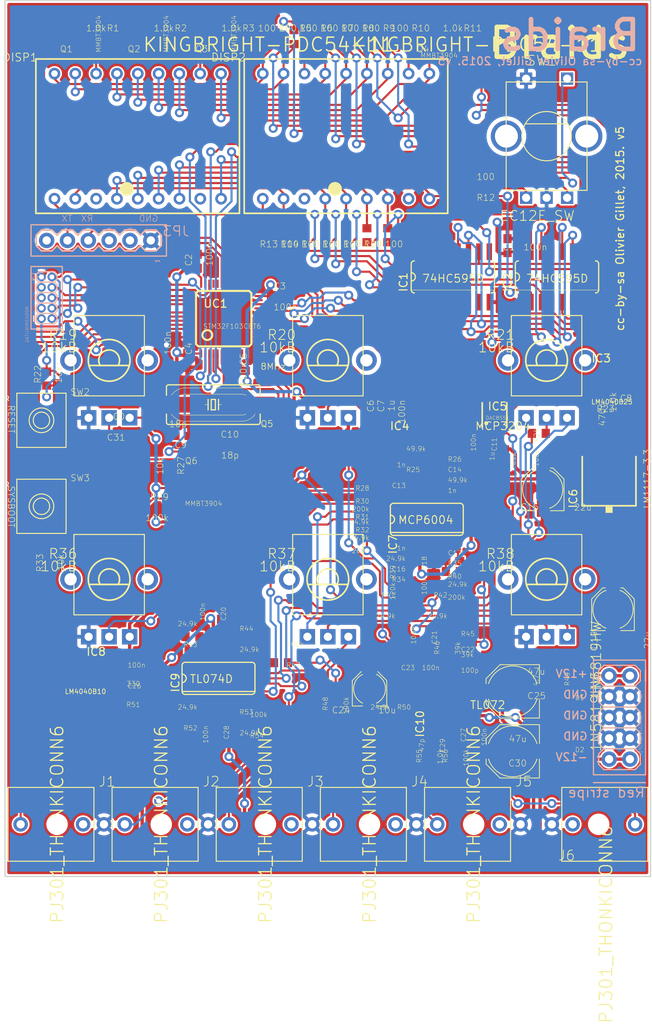
<source format=kicad_pcb>
(kicad_pcb (version 4) (host pcbnew 4.0.6)
  (layers (0 Top signal) (31 Bottom signal) (34 B.Paste user) (35 F.Paste user) (36 B.SilkS user) (37 F.SilkS user) (38 B.Mask user) (39 F.Mask user) (44 Edge.Cuts user))
  (net 0 "")
  (net 1 GND)
  (net 2 +3V3)
  (net 3 VCC)
  (net 4 VEE)
  (net 5 PITCH_CV)
  (net 6 PARAM1_CV)
  (net 7 PARAM2_CV)
  (net 8 GATE)
  (net 9 AUDIO_OUT)
  (net 10 AREF)
  (net 11 FM_CV)
  (net 12 AREF_-10)
  (net 13 /braids_v50_SS_1/N$7)
  (net 14 /braids_v50_SS_1/N$8)
  (net 15 /braids_v50_SS_2/N$59)
  (net 16 /braids_v50_SS_2/N$70)
  (net 17 /braids_v50_SS_2/N$29)
  (net 18 /braids_v50_SS_2/N$55)
  (net 19 /braids_v50_SS_3/N$49)
  (net 20 /braids_v50_SS_2/N$71)
  (net 21 /braids_v50_SS_2/N$67)
  (net 22 /braids_v50_SS_2/N$69)
  (net 23 /braids_v50_SS_2/N$68)
  (net 24 /braids_v50_SS_2/N$75)
  (net 25 /braids_v50_SS_2/N$73)
  (net 26 /braids_v50_SS_1/FINE_TUNE)
  (net 27 /braids_v50_SS_3/N$56)
  (net 28 /braids_v50_SS_3/N$64)
  (net 29 /braids_v50_SS_1/N$19)
  (net 30 /braids_v50_SS_1/N$27)
  (net 31 /braids_v50_SS_1/N$26)
  (net 32 /braids_v50_SS_1/N$25)
  (net 33 /braids_v50_SS_1/N$24)
  (net 34 /braids_v50_SS_1/N$18)
  (net 35 /braids_v50_SS_1/N$17)
  (net 36 /braids_v50_SS_1/N$16)
  (net 37 /braids_v50_SS_1/N$4)
  (net 38 /braids_v50_SS_1/N$15)
  (net 39 /braids_v50_SS_1/N$28)
  (net 40 /braids_v50_SS_1/N$23)
  (net 41 /braids_v50_SS_1/N$22)
  (net 42 /braids_v50_SS_1/N$3)
  (net 43 /braids_v50_SS_1/N$21)
  (net 44 /braids_v50_SS_1/N$20)
  (net 45 /braids_v50_SS_1/N$2)
  (net 46 /braids_v50_SS_1/N$1)
  (net 47 /braids_v50_SS_1/N$40)
  (net 48 /braids_v50_SS_1/N$41)
  (net 49 /braids_v50_SS_1/N$42)
  (net 50 /braids_v50_SS_1/N$39)
  (net 51 /braids_v50_SS_1/N$31)
  (net 52 /braids_v50_SS_1/N$43)
  (net 53 /braids_v50_SS_1/N$44)
  (net 54 /braids_v50_SS_1/DISP_EN)
  (net 55 /braids_v50_SS_1/DISP_SCK)
  (net 56 /braids_v50_SS_1/N$33)
  (net 57 /braids_v50_SS_1/N$34)
  (net 58 /braids_v50_SS_1/N$35)
  (net 59 /braids_v50_SS_1/N$32)
  (net 60 /braids_v50_SS_1/DISP_SER)
  (net 61 /braids_v50_SS_1/N$36)
  (net 62 /braids_v50_SS_1/N$37)
  (net 63 /braids_v50_SS_1/N$38)
  (net 64 /braids_v50_SS_1/N$30)
  (net 65 /braids_v50_SS_1/ADC_SCK)
  (net 66 /braids_v50_SS_1/ADC_MOSI)
  (net 67 /braids_v50_SS_1/ADC_MISO)
  (net 68 /braids_v50_SS_1/ADC_SS)
  (net 69 /braids_v50_SS_1/DAC_SS)
  (net 70 /braids_v50_SS_1/DAC_SCK)
  (net 71 /braids_v50_SS_1/DAC_MOSI)
  (net 72 /braids_v50_SS_2/N$53)
  (net 73 /braids_v50_SS_2/N$51)
  (net 74 /braids_v50_SS_2/N$52)
  (net 75 /braids_v50_SS_2/N$50)
  (net 76 /braids_v50_SS_2/N$45)
  (net 77 /braids_v50_SS_2/N$63)
  (net 78 /braids_v50_SS_2/N$12)
  (net 79 /braids_v50_SS_2/N$58)
  (net 80 /braids_v50_SS_2/N$57)
  (net 81 /braids_v50_SS_2/N$14)
  (net 82 /braids_v50_SS_2/N$46)
  (net 83 /braids_v50_SS_2/N$47)
  (net 84 /braids_v50_SS_2/N$60)
  (net 85 /braids_v50_SS_2/N$72)
  (net 86 /braids_v50_SS_1/JTMS)
  (net 87 /braids_v50_SS_1/JTCK)
  (net 88 /braids_v50_SS_1/JTDO)
  (net 89 /braids_v50_SS_1/JTDI)
  (net 90 /braids_v50_SS_1/RESET)
  (net 91 /braids_v50_SS_1/RX)
  (net 92 /braids_v50_SS_1/TX)
  (net 93 /braids_v50_SS_1/N$9)
  (net 94 /braids_v50_SS_1/N$10)
  (net 95 /braids_v50_SS_1/N$5)
  (net 96 /braids_v50_SS_1/N$6)
  (net 97 /braids_v50_SS_2/N$66)
  (net 98 /braids_v50_SS_1/DISP_CHAR2)
  (net 99 /braids_v50_SS_1/DISP_CHAR3)
  (net 100 /braids_v50_SS_1/DISP_CHAR0)
  (net 101 /braids_v50_SS_1/DISP_CHAR1)
  (net 102 /braids_v50_SS_2/N$13)
  (net 103 /braids_v50_SS_2/N$48)
  (net 104 /braids_v50_SS_2/N$61)
  (net 105 /braids_v50_SS_2/N$65)
  (net 106 /braids_v50_SS_1/BOOT_FLASH)
  (net 107 /braids_v50_SS_2/N$62)
  (net 108 /braids_v50_SS_1/ENC_B)
  (net 109 /braids_v50_SS_1/ENC_A)
  (net 110 /braids_v50_SS_1/ENC_CLICK)
  (module SO14 (layer Top) (at 160.5761 102.1461)
    (fp_text reference IC4 (at -4.572 1.905) (layer F.SilkS) (effects (font (size 0.9652 0.9652) (thickness 0.14478)) (justify left bottom)))
    (fp_text value MCP3204 (at 5.842 1.905) (layer F.SilkS) (effects (font (size 0.9652 0.9652) (thickness 0.115824)) (justify left bottom)))
    (pad 2 smd rect (at -2.54 2.6) (size 0.6 2.2) (layers Top F.Paste F.Mask) (net 7 PARAM2_CV))
    (pad 13 smd rect (at -2.54 -2.6) (size 0.6 2.2) (layers Top F.Paste F.Mask) (net 10 AREF))
    (pad 1 smd rect (at -3.81 2.6) (size 0.6 2.2) (layers Top F.Paste F.Mask) (net 6 PARAM1_CV))
    (pad 3 smd rect (at -1.27 2.6) (size 0.6 2.2) (layers Top F.Paste F.Mask) (net 5 PITCH_CV))
    (pad 4 smd rect (at 0 2.6) (size 0.6 2.2) (layers Top F.Paste F.Mask) (net 11 FM_CV))
    (pad 14 smd rect (at -3.81 -2.6) (size 0.6 2.2) (layers Top F.Paste F.Mask) (net 2 +3V3))
    (pad 12 smd rect (at -1.27 -2.6) (size 0.6 2.2) (layers Top F.Paste F.Mask) (net 1 GND))
    (pad 11 smd rect (at 0 -2.6) (size 0.6 2.2) (layers Top F.Paste F.Mask) (net 65 /braids_v50_SS_1/ADC_SCK))
    (pad 6 smd rect (at 2.54 2.6) (size 0.6 2.2) (layers Top F.Paste F.Mask))
    (pad 9 smd rect (at 2.54 -2.6) (size 0.6 2.2) (layers Top F.Paste F.Mask) (net 66 /braids_v50_SS_1/ADC_MOSI))
    (pad 5 smd rect (at 1.27 2.6) (size 0.6 2.2) (layers Top F.Paste F.Mask))
    (pad 7 smd rect (at 3.81 2.6) (size 0.6 2.2) (layers Top F.Paste F.Mask) (net 1 GND))
    (pad 10 smd rect (at 1.27 -2.6) (size 0.6 2.2) (layers Top F.Paste F.Mask) (net 67 /braids_v50_SS_1/ADC_MISO))
    (pad 8 smd rect (at 3.81 -2.6) (size 0.6 2.2) (layers Top F.Paste F.Mask) (net 68 /braids_v50_SS_1/ADC_SS))
  )
  (module ALPS_POT_VERTICAL_PS (layer Top) (at 175.1811 122.1486 180)
    (fp_text reference R38 (at 3.81 3.81 180) (layer F.SilkS) (effects (font (size 1.2065 1.2065) (thickness 0.1016)) (justify right top)))
    (fp_text value 10kB (at 3.81 2.286 180) (layer F.SilkS) (effects (font (size 1.2065 1.2065) (thickness 0.1016)) (justify right top)))
    (pad P$1 thru_hole rect (at -2.5 -7 90) (size 1.8796 1.8796) (drill 1) (layers *.Cu *.Mask) (net 12 AREF_-10))
    (pad P$2 thru_hole rect (at 0 -7 90) (size 1.8796 1.8796) (drill 1) (layers *.Cu *.Mask) (net 105 /braids_v50_SS_2/N$65))
    (pad P$3 thru_hole rect (at 2.5 -7 90) (size 1.8796 1.8796) (drill 1) (layers *.Cu *.Mask) (net 1 GND))
    (pad P$4 thru_hole circle (at -4.7 0 90) (size 2.54 2.54) (drill 1.5) (layers *.Cu *.Mask))
    (pad P$5 thru_hole circle (at 4.7 0 90) (size 2.54 2.54) (drill 1.5) (layers *.Cu *.Mask))
  )
  (module PDC54 (layer Top) (at 125.3336 68.1736)
    (fp_text reference DISP1 (at -12.165 -10.16) (layer F.SilkS) (effects (font (size 0.9652 0.9652) (thickness 0.09652)) (justify right top)))
    (fp_text value KINGBRIGHT-PDC54-11 (at 0.535 -10.16) (layer F.SilkS) (effects (font (size 1.6891 1.6891) (thickness 0.1778)) (justify left bottom)))
    (pad 1 thru_hole circle (at -10.16 7.62) (size 1.4224 1.4224) (drill 0.8) (layers *.Cu *.Mask) (net 29 /braids_v50_SS_1/N$19))
    (pad 2 thru_hole circle (at -7.62 7.62) (size 1.4224 1.4224) (drill 0.8) (layers *.Cu *.Mask) (net 30 /braids_v50_SS_1/N$27))
    (pad 3 thru_hole circle (at -5.08 7.62) (size 1.4224 1.4224) (drill 0.8) (layers *.Cu *.Mask))
    (pad 4 thru_hole circle (at -2.54 7.62) (size 1.4224 1.4224) (drill 0.8) (layers *.Cu *.Mask) (net 31 /braids_v50_SS_1/N$26))
    (pad 5 thru_hole circle (at 0 7.62) (size 1.4224 1.4224) (drill 0.8) (layers *.Cu *.Mask) (net 32 /braids_v50_SS_1/N$25))
    (pad 6 thru_hole circle (at 2.54 7.62) (size 1.4224 1.4224) (drill 0.8) (layers *.Cu *.Mask) (net 33 /braids_v50_SS_1/N$24))
    (pad 7 thru_hole circle (at 5.08 7.62) (size 1.4224 1.4224) (drill 0.8) (layers *.Cu *.Mask) (net 34 /braids_v50_SS_1/N$18))
    (pad 8 thru_hole circle (at 7.62 7.62) (size 1.4224 1.4224) (drill 0.8) (layers *.Cu *.Mask))
    (pad 9 thru_hole circle (at 10.16 7.62) (size 1.4224 1.4224) (drill 0.8) (layers *.Cu *.Mask) (net 35 /braids_v50_SS_1/N$17))
    (pad 10 thru_hole circle (at 10.16 -7.62 180) (size 1.4224 1.4224) (drill 0.8) (layers *.Cu *.Mask) (net 36 /braids_v50_SS_1/N$16))
    (pad 11 thru_hole circle (at 7.62 -7.62 180) (size 1.4224 1.4224) (drill 0.8) (layers *.Cu *.Mask) (net 37 /braids_v50_SS_1/N$4))
    (pad 12 thru_hole circle (at 5.08 -7.62 180) (size 1.4224 1.4224) (drill 0.8) (layers *.Cu *.Mask) (net 38 /braids_v50_SS_1/N$15))
    (pad 13 thru_hole circle (at 2.54 -7.62 180) (size 1.4224 1.4224) (drill 0.8) (layers *.Cu *.Mask) (net 39 /braids_v50_SS_1/N$28))
    (pad 14 thru_hole circle (at 0 -7.62 180) (size 1.4224 1.4224) (drill 0.8) (layers *.Cu *.Mask) (net 40 /braids_v50_SS_1/N$23))
    (pad 15 thru_hole circle (at -2.54 -7.62 180) (size 1.4224 1.4224) (drill 0.8) (layers *.Cu *.Mask) (net 41 /braids_v50_SS_1/N$22))
    (pad 16 thru_hole circle (at -5.08 -7.62 180) (size 1.4224 1.4224) (drill 0.8) (layers *.Cu *.Mask) (net 42 /braids_v50_SS_1/N$3))
    (pad 17 thru_hole circle (at -7.62 -7.62 180) (size 1.4224 1.4224) (drill 0.8) (layers *.Cu *.Mask) (net 43 /braids_v50_SS_1/N$21))
    (pad 18 thru_hole circle (at -10.16 -7.62 180) (size 1.4224 1.4224) (drill 0.8) (layers *.Cu *.Mask) (net 44 /braids_v50_SS_1/N$20))
  )
  (module LQFP48 (layer Top) (at 135.8111 90.3986)
    (fp_text reference UC1 (at -2.54 -1.27) (layer F.SilkS) (effects (font (size 0.9652 0.9652) (thickness 0.14478)) (justify left bottom)))
    (fp_text value STM32F103CBT6 (at -2.54 1.27) (layer F.SilkS) (effects (font (size 0.57912 0.57912) (thickness 0.046329)) (justify left bottom)))
    (pad 1 smd rect (at -2.75 4.25) (size 0.254 1) (layers Top F.Paste F.Mask) (net 2 +3V3))
    (pad 2 smd rect (at -2.25 4.25) (size 0.254 1) (layers Top F.Paste F.Mask) (net 110 /braids_v50_SS_1/ENC_CLICK))
    (pad 3 smd rect (at -1.75 4.25) (size 0.254 1) (layers Top F.Paste F.Mask) (net 109 /braids_v50_SS_1/ENC_A))
    (pad 4 smd rect (at -1.25 4.25) (size 0.254 1) (layers Top F.Paste F.Mask) (net 108 /braids_v50_SS_1/ENC_B))
    (pad 5 smd rect (at -0.75 4.25) (size 0.254 1) (layers Top F.Paste F.Mask) (net 13 /braids_v50_SS_1/N$7))
    (pad 6 smd rect (at -0.25 4.25) (size 0.254 1) (layers Top F.Paste F.Mask) (net 14 /braids_v50_SS_1/N$8))
    (pad 7 smd rect (at 0.25 4.25) (size 0.254 1) (layers Top F.Paste F.Mask) (net 90 /braids_v50_SS_1/RESET))
    (pad 8 smd rect (at 0.75 4.25) (size 0.254 1) (layers Top F.Paste F.Mask) (net 1 GND))
    (pad 9 smd rect (at 1.25 4.25) (size 0.254 1) (layers Top F.Paste F.Mask) (net 2 +3V3))
    (pad 10 smd rect (at 1.75 4.25) (size 0.254 1) (layers Top F.Paste F.Mask))
    (pad 11 smd rect (at 2.25 4.25) (size 0.254 1) (layers Top F.Paste F.Mask))
    (pad 12 smd rect (at 2.75 4.25) (size 0.254 1) (layers Top F.Paste F.Mask))
    (pad 13 smd rect (at 4.25 2.75) (size 1 0.254) (layers Top F.Paste F.Mask) (net 26 /braids_v50_SS_1/FINE_TUNE))
    (pad 14 smd rect (at 4.25 2.25) (size 1 0.254) (layers Top F.Paste F.Mask) (net 8 GATE))
    (pad 15 smd rect (at 4.25 1.75) (size 1 0.254) (layers Top F.Paste F.Mask) (net 65 /braids_v50_SS_1/ADC_SCK))
    (pad 16 smd rect (at 4.25 1.25) (size 1 0.254) (layers Top F.Paste F.Mask) (net 67 /braids_v50_SS_1/ADC_MISO))
    (pad 17 smd rect (at 4.25 0.75) (size 1 0.254) (layers Top F.Paste F.Mask) (net 66 /braids_v50_SS_1/ADC_MOSI))
    (pad 18 smd rect (at 4.25 0.25) (size 1 0.254) (layers Top F.Paste F.Mask) (net 68 /braids_v50_SS_1/ADC_SS))
    (pad 19 smd rect (at 4.25 -0.25) (size 1 0.254) (layers Top F.Paste F.Mask) (net 60 /braids_v50_SS_1/DISP_SER))
    (pad 20 smd rect (at 4.25 -0.75) (size 1 0.254) (layers Top F.Paste F.Mask) (net 1 GND))
    (pad 21 smd rect (at 4.25 -1.25) (size 1 0.254) (layers Top F.Paste F.Mask) (net 54 /braids_v50_SS_1/DISP_EN))
    (pad 22 smd rect (at 4.25 -1.75) (size 1 0.254) (layers Top F.Paste F.Mask) (net 55 /braids_v50_SS_1/DISP_SCK))
    (pad 23 smd rect (at 4.25 -2.25) (size 1 0.254) (layers Top F.Paste F.Mask) (net 1 GND))
    (pad 24 smd rect (at 4.25 -2.75) (size 1 0.254) (layers Top F.Paste F.Mask) (net 2 +3V3))
    (pad 25 smd rect (at 2.75 -4.25) (size 0.254 1) (layers Top F.Paste F.Mask) (net 69 /braids_v50_SS_1/DAC_SS))
    (pad 26 smd rect (at 2.25 -4.25) (size 0.254 1) (layers Top F.Paste F.Mask) (net 70 /braids_v50_SS_1/DAC_SCK))
    (pad 27 smd rect (at 1.75 -4.25) (size 0.254 1) (layers Top F.Paste F.Mask))
    (pad 28 smd rect (at 1.25 -4.25) (size 0.254 1) (layers Top F.Paste F.Mask) (net 71 /braids_v50_SS_1/DAC_MOSI))
    (pad 29 smd rect (at 0.75 -4.25) (size 0.254 1) (layers Top F.Paste F.Mask))
    (pad 30 smd rect (at 0.25 -4.25) (size 0.254 1) (layers Top F.Paste F.Mask) (net 92 /braids_v50_SS_1/TX))
    (pad 31 smd rect (at -0.25 -4.25) (size 0.254 1) (layers Top F.Paste F.Mask) (net 91 /braids_v50_SS_1/RX))
    (pad 32 smd rect (at -0.75 -4.25) (size 0.254 1) (layers Top F.Paste F.Mask))
    (pad 33 smd rect (at -1.25 -4.25) (size 0.254 1) (layers Top F.Paste F.Mask))
    (pad 34 smd rect (at -1.75 -4.25) (size 0.254 1) (layers Top F.Paste F.Mask) (net 86 /braids_v50_SS_1/JTMS))
    (pad 35 smd rect (at -2.25 -4.25) (size 0.254 1) (layers Top F.Paste F.Mask) (net 1 GND))
    (pad 36 smd rect (at -2.75 -4.25) (size 0.254 1) (layers Top F.Paste F.Mask) (net 2 +3V3))
    (pad 37 smd rect (at -4.25 -2.75) (size 1 0.254) (layers Top F.Paste F.Mask) (net 87 /braids_v50_SS_1/JTCK))
    (pad 38 smd rect (at -4.25 -2.25) (size 1 0.254) (layers Top F.Paste F.Mask) (net 89 /braids_v50_SS_1/JTDI))
    (pad 39 smd rect (at -4.25 -1.75) (size 1 0.254) (layers Top F.Paste F.Mask) (net 88 /braids_v50_SS_1/JTDO))
    (pad 40 smd rect (at -4.25 -1.25) (size 1 0.254) (layers Top F.Paste F.Mask))
    (pad 41 smd rect (at -4.25 -0.75) (size 1 0.254) (layers Top F.Paste F.Mask) (net 98 /braids_v50_SS_1/DISP_CHAR2))
    (pad 42 smd rect (at -4.25 -0.25) (size 1 0.254) (layers Top F.Paste F.Mask) (net 99 /braids_v50_SS_1/DISP_CHAR3))
    (pad 43 smd rect (at -4.25 0.25) (size 1 0.254) (layers Top F.Paste F.Mask) (net 100 /braids_v50_SS_1/DISP_CHAR0))
    (pad 44 smd rect (at -4.25 0.75) (size 1 0.254) (layers Top F.Paste F.Mask) (net 106 /braids_v50_SS_1/BOOT_FLASH))
    (pad 45 smd rect (at -4.25 1.25) (size 1 0.254) (layers Top F.Paste F.Mask) (net 101 /braids_v50_SS_1/DISP_CHAR1))
    (pad 46 smd rect (at -4.25 1.75) (size 1 0.254) (layers Top F.Paste F.Mask) (net 1 GND))
    (pad 47 smd rect (at -4.25 2.25) (size 1 0.254) (layers Top F.Paste F.Mask) (net 1 GND))
    (pad 48 smd rect (at -4.25 2.75) (size 1 0.254) (layers Top F.Paste F.Mask) (net 2 +3V3))
  )
  (module HC49UP (layer Top) (at 134.5411 100.8761 180)
    (fp_text reference Q5 (at -5.715 -2.794 360) (layer F.SilkS) (effects (font (size 0.77216 0.77216) (thickness 0.077216)) (justify left bottom)))
    (fp_text value 8MHz (at -5.715 4.191 360) (layer F.SilkS) (effects (font (size 0.77216 0.77216) (thickness 0.077216)) (justify left bottom)))
    (pad 1 smd rect (at -4.826 0 180) (size 5.334 1.9304) (layers Top F.Paste F.Mask) (net 14 /braids_v50_SS_1/N$8))
    (pad 2 smd rect (at 4.826 0 180) (size 5.334 1.9304) (layers Top F.Paste F.Mask) (net 13 /braids_v50_SS_1/N$7))
  )
  (module C0603 (layer Top) (at 138.3511 104.6861)
    (fp_text reference C10 (at -0.635 -0.635) (layer F.SilkS) (effects (font (size 0.77216 0.77216) (thickness 0.061772)) (justify right top)))
    (fp_text value 18p (at -0.635 1.905) (layer F.SilkS) (effects (font (size 0.77216 0.77216) (thickness 0.061772)) (justify right top)))
    (pad 1 smd rect (at -0.85 0) (size 1.1 1) (layers Top F.Paste F.Mask) (net 1 GND))
    (pad 2 smd rect (at 0.85 0) (size 1.1 1) (layers Top F.Paste F.Mask) (net 14 /braids_v50_SS_1/N$8))
  )
  (module EVQ-Q2 (layer Top) (at 113.5861 102.7811 270)
    (fp_text reference SW2 (at -3 -3.5 360) (layer F.SilkS) (effects (font (size 0.77216 0.77216) (thickness 0.061772)) (justify left bottom)))
    (fp_text value ~ (at -3.2 4.8 450) (layer F.SilkS) (effects (font (size 1.2065 1.2065) (thickness 0.09652)) (justify right top)))
    (pad B smd rect (at -3.4 -2 270) (size 3.2 1.2) (layers Top F.Paste F.Mask) (net 90 /braids_v50_SS_1/RESET))
    (pad B' smd rect (at 3.4 -2 270) (size 3.2 1.2) (layers Top F.Paste F.Mask) (net 90 /braids_v50_SS_1/RESET))
    (pad A' smd rect (at 3.4 2 270) (size 3.2 1.2) (layers Top F.Paste F.Mask) (net 1 GND))
    (pad A smd rect (at -3.4 2 270) (size 3.2 1.2) (layers Top F.Paste F.Mask) (net 1 GND))
  )
  (module R0603 (layer Top) (at 114.2211 97.7011 90)
    (fp_text reference R22 (at -0.635 -0.635 90) (layer F.SilkS) (effects (font (size 0.77216 0.77216) (thickness 0.061772)) (justify left bottom)))
    (fp_text value 10k (at -0.635 1.905 90) (layer F.SilkS) (effects (font (size 0.77216 0.77216) (thickness 0.061772)) (justify left bottom)))
    (pad 1 smd rect (at -0.85 0 90) (size 1 1.1) (layers Top F.Paste F.Mask) (net 90 /braids_v50_SS_1/RESET))
    (pad 2 smd rect (at 0.85 0 90) (size 1 1.1) (layers Top F.Paste F.Mask) (net 2 +3V3))
  )
  (module C0603 (layer Top) (at 130.7311 104.6861 180)
    (fp_text reference C9 (at -0.635 -0.635 360) (layer F.SilkS) (effects (font (size 0.77216 0.77216) (thickness 0.061772)) (justify right top)))
    (fp_text value 18p (at -0.635 1.905 360) (layer F.SilkS) (effects (font (size 0.77216 0.77216) (thickness 0.061772)) (justify right top)))
    (pad 1 smd rect (at -0.85 0 180) (size 1.1 1) (layers Top F.Paste F.Mask) (net 1 GND))
    (pad 2 smd rect (at 0.85 0 180) (size 1.1 1) (layers Top F.Paste F.Mask) (net 13 /braids_v50_SS_1/N$7))
  )
  (module EVQ-Q2 (layer Top) (at 113.5861 113.2586 270)
    (fp_text reference SW3 (at -3 -3.5 360) (layer F.SilkS) (effects (font (size 0.77216 0.77216) (thickness 0.061772)) (justify left bottom)))
    (fp_text value ~ (at -3.2 4.8 450) (layer F.SilkS) (effects (font (size 1.2065 1.2065) (thickness 0.09652)) (justify right top)))
    (pad B smd rect (at -3.4 -2 270) (size 3.2 1.2) (layers Top F.Paste F.Mask) (net 2 +3V3))
    (pad B' smd rect (at 3.4 -2 270) (size 3.2 1.2) (layers Top F.Paste F.Mask) (net 2 +3V3))
    (pad A' smd rect (at 3.4 2 270) (size 3.2 1.2) (layers Top F.Paste F.Mask) (net 106 /braids_v50_SS_1/BOOT_FLASH))
    (pad A smd rect (at -3.4 2 270) (size 3.2 1.2) (layers Top F.Paste F.Mask) (net 106 /braids_v50_SS_1/BOOT_FLASH))
  )
  (module R0603 (layer Top) (at 113.5861 118.3386 90)
    (fp_text reference R33 (at -0.635 -0.635 90) (layer F.SilkS) (effects (font (size 0.77216 0.77216) (thickness 0.061772)) (justify right top)))
    (fp_text value 10k (at -0.635 1.905 90) (layer F.SilkS) (effects (font (size 0.77216 0.77216) (thickness 0.061772)) (justify right top)))
    (pad 1 smd rect (at -0.85 0 90) (size 1 1.1) (layers Top F.Paste F.Mask) (net 1 GND))
    (pad 2 smd rect (at 0.85 0 90) (size 1 1.1) (layers Top F.Paste F.Mask) (net 106 /braids_v50_SS_1/BOOT_FLASH))
  )
  (module 2X5-1.27 (layer Bottom) (at 114.8561 86.5886)
    (fp_text reference JP2 (at -2.794 -1.7145) (layer B.SilkS) (effects (font (size 0.77216 0.77216) (thickness 0.061772)) (justify right top mirror)))
    (fp_text value M05X2MINIJTAG (at -2.794 2.286 270) (layer B.SilkS) (effects (font (size 0.38608 0.38608) (thickness 0.032512)) (justify left bottom mirror)))
    (pad 1 thru_hole circle (at -1.27 3.81 90) (size 1.0668 1.0668) (drill 0.6096) (layers *.Cu *.Mask) (net 2 +3V3))
    (pad 2 thru_hole circle (at 0 3.81 90) (size 1.0668 1.0668) (drill 0.6096) (layers *.Cu *.Mask) (net 86 /braids_v50_SS_1/JTMS))
    (pad 3 thru_hole circle (at -1.27 2.54 90) (size 1.0668 1.0668) (drill 0.6096) (layers *.Cu *.Mask) (net 1 GND))
    (pad 4 thru_hole circle (at 0 2.54 90) (size 1.0668 1.0668) (drill 0.6096) (layers *.Cu *.Mask) (net 87 /braids_v50_SS_1/JTCK))
    (pad 5 thru_hole circle (at -1.27 1.27 90) (size 1.0668 1.0668) (drill 0.6096) (layers *.Cu *.Mask) (net 1 GND))
    (pad 6 thru_hole circle (at 0 1.27 90) (size 1.0668 1.0668) (drill 0.6096) (layers *.Cu *.Mask) (net 88 /braids_v50_SS_1/JTDO))
    (pad 7 thru_hole circle (at -1.27 0 90) (size 1.0668 1.0668) (drill 0.6096) (layers *.Cu *.Mask))
    (pad 8 thru_hole circle (at 0 0 90) (size 1.0668 1.0668) (drill 0.6096) (layers *.Cu *.Mask) (net 89 /braids_v50_SS_1/JTDI))
    (pad 9 thru_hole circle (at -1.27 -1.27 90) (size 1.0668 1.0668) (drill 0.6096) (layers *.Cu *.Mask) (net 1 GND))
    (pad 10 thru_hole circle (at 0 -1.27 90) (size 1.0668 1.0668) (drill 0.6096) (layers *.Cu *.Mask) (net 90 /braids_v50_SS_1/RESET))
  )
  (module PANASONIC_D (layer Top) (at 171.0536 135.8011 180)
    (fp_text reference C25 (at -1.75 -1 360) (layer F.SilkS) (effects (font (size 0.77216 0.77216) (thickness 0.061772)) (justify left bottom)))
    (fp_text value 47u (at -1.75 1.975 360) (layer F.SilkS) (effects (font (size 0.77216 0.77216) (thickness 0.061772)) (justify left bottom)))
    (pad - smd rect (at -2.4 0 180) (size 3 1.4) (layers Top F.Paste F.Mask) (net 1 GND))
    (pad + smd rect (at 2.4 0 180) (size 3 1.4) (layers Top F.Paste F.Mask) (net 3 VCC))
  )
  (module PANASONIC_D (layer Top) (at 171.0536 143.1036 180)
    (fp_text reference C30 (at -1.75 -1 360) (layer F.SilkS) (effects (font (size 0.77216 0.77216) (thickness 0.061772)) (justify right top)))
    (fp_text value 47u (at -1.75 1.975 360) (layer F.SilkS) (effects (font (size 0.77216 0.77216) (thickness 0.061772)) (justify right top)))
    (pad - smd rect (at -2.4 0 180) (size 3 1.4) (layers Top F.Paste F.Mask) (net 4 VEE))
    (pad + smd rect (at 2.4 0 180) (size 3 1.4) (layers Top F.Paste F.Mask) (net 1 GND))
  )
  (module PANASONIC_C (layer Top) (at 174.7048 111.1949 90)
    (fp_text reference C15 (at -2.6 -2.75 360) (layer F.SilkS) (effects (font (size 0.77216 0.77216) (thickness 0.061772)) (justify left bottom)))
    (fp_text value 22u (at -2.65 3.775 360) (layer F.SilkS) (effects (font (size 0.77216 0.77216) (thickness 0.061772)) (justify left bottom)))
    (pad - smd rect (at -2.05 0 90) (size 2.6 1.4) (layers Top F.Paste F.Mask) (net 1 GND))
    (pad + smd rect (at 2.05 0 90) (size 2.6 1.4) (layers Top F.Paste F.Mask) (net 2 +3V3))
  )
  (module C0603 (layer Top) (at 131.3661 95.4786 270)
    (fp_text reference C4 (at -0.635 -0.635 450) (layer F.SilkS) (effects (font (size 0.77216 0.77216) (thickness 0.061772)) (justify left bottom)))
    (fp_text value 100n (at -0.635 1.905 450) (layer F.SilkS) (effects (font (size 0.77216 0.77216) (thickness 0.061772)) (justify left bottom)))
    (pad 1 smd rect (at -0.85 0 270) (size 1.1 1) (layers Top F.Paste F.Mask) (net 2 +3V3))
    (pad 2 smd rect (at 0.85 0 270) (size 1.1 1) (layers Top F.Paste F.Mask) (net 1 GND))
  )
  (module TO252 (layer Top) (at 182.8011 111.0361)
    (fp_text reference IC6 (at -3.81 2.54 90) (layer F.SilkS) (effects (font (size 0.9652 0.9652) (thickness 0.14478)) (justify left bottom)))
    (fp_text value LM1117-3.3 (at 5.08 2.54 90) (layer F.SilkS) (effects (font (size 0.77216 0.77216) (thickness 0.077216)) (justify left bottom)))
    (pad 3 smd rect (at 0 -2.5) (size 5.4 6.2) (layers Top F.Paste F.Mask) (net 2 +3V3))
    (pad 1 smd rect (at -2.28 4.8) (size 1 1.6) (layers Top F.Paste F.Mask) (net 1 GND))
    (pad 2 smd rect (at 2.28 4.8) (size 1 1.6) (layers Top F.Paste F.Mask) (net 19 /braids_v50_SS_3/N$49))
  )
  (module C0603 (layer Top) (at 168.5136 107.2261 270)
    (fp_text reference C11 (at -0.635 -0.635 450) (layer F.SilkS) (effects (font (size 0.57912 0.57912) (thickness 0.046329)) (justify left bottom)))
    (fp_text value 100n (at -0.635 1.905 450) (layer F.SilkS) (effects (font (size 0.57912 0.57912) (thickness 0.046329)) (justify left bottom)))
    (pad 1 smd rect (at -0.85 0 270) (size 1.1 1) (layers Top F.Paste F.Mask) (net 2 +3V3))
    (pad 2 smd rect (at 0.85 0 270) (size 1.1 1) (layers Top F.Paste F.Mask) (net 1 GND))
  )
  (module C0603 (layer Top) (at 132.6361 83.4136 90)
    (fp_text reference C2 (at -0.635 -0.635 90) (layer F.SilkS) (effects (font (size 0.77216 0.77216) (thickness 0.061772)) (justify left bottom)))
    (fp_text value 100n (at -0.635 1.905 90) (layer F.SilkS) (effects (font (size 0.77216 0.77216) (thickness 0.061772)) (justify left bottom)))
    (pad 1 smd rect (at -0.85 0 90) (size 1.1 1) (layers Top F.Paste F.Mask) (net 2 +3V3))
    (pad 2 smd rect (at 0.85 0 90) (size 1.1 1) (layers Top F.Paste F.Mask) (net 1 GND))
  )
  (module C0603 (layer Top) (at 142.4786 87.5411)
    (fp_text reference C3 (at -0.635 -0.635) (layer F.SilkS) (effects (font (size 0.77216 0.77216) (thickness 0.061772)) (justify left bottom)))
    (fp_text value 100n (at -0.635 1.905) (layer F.SilkS) (effects (font (size 0.77216 0.77216) (thickness 0.061772)) (justify left bottom)))
    (pad 1 smd rect (at -0.85 0) (size 1.1 1) (layers Top F.Paste F.Mask) (net 2 +3V3))
    (pad 2 smd rect (at 0.85 0) (size 1.1 1) (layers Top F.Paste F.Mask) (net 1 GND))
  )
  (module C0603 (layer Top) (at 139.3036 96.7486)
    (fp_text reference C5 (at -0.635 -0.635 90) (layer F.SilkS) (effects (font (size 0.77216 0.77216) (thickness 0.061772)) (justify left bottom)))
    (fp_text value 100n (at -0.635 1.905 90) (layer F.SilkS) (effects (font (size 0.77216 0.77216) (thickness 0.061772)) (justify left bottom)))
    (pad 1 smd rect (at -0.85 0) (size 1.1 1) (layers Top F.Paste F.Mask) (net 2 +3V3))
    (pad 2 smd rect (at 0.85 0) (size 1.1 1) (layers Top F.Paste F.Mask) (net 1 GND))
  )
  (module C0603 (layer Top) (at 170.1011 107.2261 270)
    (fp_text reference C12 (at -0.635 -0.635 450) (layer F.SilkS) (effects (font (size 0.57912 0.57912) (thickness 0.046329)) (justify right top)))
    (fp_text value 1u (at -0.635 1.905 450) (layer F.SilkS) (effects (font (size 0.57912 0.57912) (thickness 0.046329)) (justify right top)))
    (pad 1 smd rect (at -0.85 0 270) (size 1.1 1) (layers Top F.Paste F.Mask) (net 2 +3V3))
    (pad 2 smd rect (at 0.85 0 270) (size 1.1 1) (layers Top F.Paste F.Mask) (net 1 GND))
  )
  (module C0603 (layer Top) (at 153.9086 99.6061 90)
    (fp_text reference C6 (at -0.635 -0.635 90) (layer F.SilkS) (effects (font (size 0.77216 0.77216) (thickness 0.061772)) (justify right top)))
    (fp_text value 1u (at -0.635 1.905 90) (layer F.SilkS) (effects (font (size 0.77216 0.77216) (thickness 0.061772)) (justify right top)))
    (pad 1 smd rect (at -0.85 0 90) (size 1.1 1) (layers Top F.Paste F.Mask) (net 2 +3V3))
    (pad 2 smd rect (at 0.85 0 90) (size 1.1 1) (layers Top F.Paste F.Mask) (net 1 GND))
  )
  (module C0603 (layer Top) (at 155.1786 99.6061 90)
    (fp_text reference C7 (at -0.635 -0.635 90) (layer F.SilkS) (effects (font (size 0.77216 0.77216) (thickness 0.061772)) (justify right top)))
    (fp_text value 100n (at -0.635 1.905 90) (layer F.SilkS) (effects (font (size 0.77216 0.77216) (thickness 0.061772)) (justify right top)))
    (pad 1 smd rect (at -0.85 0 90) (size 1.1 1) (layers Top F.Paste F.Mask) (net 2 +3V3))
    (pad 2 smd rect (at 0.85 0 90) (size 1.1 1) (layers Top F.Paste F.Mask) (net 1 GND))
  )
  (module PDC54 (layer Top) (at 150.7336 68.1736)
    (fp_text reference DISP2 (at -12.165 -10.16) (layer F.SilkS) (effects (font (size 0.9652 0.9652) (thickness 0.09652)) (justify right top)))
    (fp_text value KINGBRIGHT-PDC54-11 (at 0.535 -10.16) (layer F.SilkS) (effects (font (size 1.6891 1.6891) (thickness 0.1778)) (justify left bottom)))
    (pad 1 thru_hole circle (at -10.16 7.62) (size 1.4224 1.4224) (drill 0.8) (layers *.Cu *.Mask) (net 29 /braids_v50_SS_1/N$19))
    (pad 2 thru_hole circle (at -7.62 7.62) (size 1.4224 1.4224) (drill 0.8) (layers *.Cu *.Mask) (net 30 /braids_v50_SS_1/N$27))
    (pad 3 thru_hole circle (at -5.08 7.62) (size 1.4224 1.4224) (drill 0.8) (layers *.Cu *.Mask))
    (pad 4 thru_hole circle (at -2.54 7.62) (size 1.4224 1.4224) (drill 0.8) (layers *.Cu *.Mask) (net 31 /braids_v50_SS_1/N$26))
    (pad 5 thru_hole circle (at 0 7.62) (size 1.4224 1.4224) (drill 0.8) (layers *.Cu *.Mask) (net 32 /braids_v50_SS_1/N$25))
    (pad 6 thru_hole circle (at 2.54 7.62) (size 1.4224 1.4224) (drill 0.8) (layers *.Cu *.Mask) (net 33 /braids_v50_SS_1/N$24))
    (pad 7 thru_hole circle (at 5.08 7.62) (size 1.4224 1.4224) (drill 0.8) (layers *.Cu *.Mask) (net 34 /braids_v50_SS_1/N$18))
    (pad 8 thru_hole circle (at 7.62 7.62) (size 1.4224 1.4224) (drill 0.8) (layers *.Cu *.Mask))
    (pad 9 thru_hole circle (at 10.16 7.62) (size 1.4224 1.4224) (drill 0.8) (layers *.Cu *.Mask) (net 35 /braids_v50_SS_1/N$17))
    (pad 10 thru_hole circle (at 10.16 -7.62 180) (size 1.4224 1.4224) (drill 0.8) (layers *.Cu *.Mask) (net 36 /braids_v50_SS_1/N$16))
    (pad 11 thru_hole circle (at 7.62 -7.62 180) (size 1.4224 1.4224) (drill 0.8) (layers *.Cu *.Mask) (net 45 /braids_v50_SS_1/N$2))
    (pad 12 thru_hole circle (at 5.08 -7.62 180) (size 1.4224 1.4224) (drill 0.8) (layers *.Cu *.Mask) (net 38 /braids_v50_SS_1/N$15))
    (pad 13 thru_hole circle (at 2.54 -7.62 180) (size 1.4224 1.4224) (drill 0.8) (layers *.Cu *.Mask) (net 39 /braids_v50_SS_1/N$28))
    (pad 14 thru_hole circle (at 0 -7.62 180) (size 1.4224 1.4224) (drill 0.8) (layers *.Cu *.Mask) (net 40 /braids_v50_SS_1/N$23))
    (pad 15 thru_hole circle (at -2.54 -7.62 180) (size 1.4224 1.4224) (drill 0.8) (layers *.Cu *.Mask) (net 41 /braids_v50_SS_1/N$22))
    (pad 16 thru_hole circle (at -5.08 -7.62 180) (size 1.4224 1.4224) (drill 0.8) (layers *.Cu *.Mask) (net 46 /braids_v50_SS_1/N$1))
    (pad 17 thru_hole circle (at -7.62 -7.62 180) (size 1.4224 1.4224) (drill 0.8) (layers *.Cu *.Mask) (net 43 /braids_v50_SS_1/N$21))
    (pad 18 thru_hole circle (at -10.16 -7.62 180) (size 1.4224 1.4224) (drill 0.8) (layers *.Cu *.Mask) (net 44 /braids_v50_SS_1/N$20))
  )
  (module SOT23-BEC (layer Top) (at 134.2236 56.1086 90)
    (fp_text reference Q3 (at -1.905 -1.905 360) (layer F.SilkS) (effects (font (size 0.77216 0.77216) (thickness 0.061772)) (justify left bottom)))
    (fp_text value MMBT3904 (at -1.905 3.175 90) (layer F.SilkS) (effects (font (size 0.57912 0.57912) (thickness 0.046329)) (justify left bottom)))
    (pad C smd rect (at 0 -1.1 90) (size 1 1.4) (layers Top F.Paste F.Mask) (net 46 /braids_v50_SS_1/N$1))
    (pad E smd rect (at 0.95 1.1 90) (size 1 1.4) (layers Top F.Paste F.Mask) (net 1 GND))
    (pad B smd rect (at -0.95 1.1 90) (size 1 1.4) (layers Top F.Paste F.Mask) (net 95 /braids_v50_SS_1/N$5))
  )
  (module SOT23-BEC (layer Top) (at 161.2111 56.1086 90)
    (fp_text reference Q4 (at -1.905 -1.905 360) (layer F.SilkS) (effects (font (size 0.77216 0.77216) (thickness 0.061772)) (justify left bottom)))
    (fp_text value MMBT3904 (at -1.905 3.175 360) (layer F.SilkS) (effects (font (size 0.57912 0.57912) (thickness 0.046329)) (justify right top)))
    (pad C smd rect (at 0 -1.1 90) (size 1 1.4) (layers Top F.Paste F.Mask) (net 45 /braids_v50_SS_1/N$2))
    (pad E smd rect (at 0.95 1.1 90) (size 1 1.4) (layers Top F.Paste F.Mask) (net 1 GND))
    (pad B smd rect (at -0.95 1.1 90) (size 1 1.4) (layers Top F.Paste F.Mask) (net 96 /braids_v50_SS_1/N$6))
  )
  (module SOT23-BEC (layer Top) (at 117.7136 56.1086 90)
    (fp_text reference Q1 (at -1.905 -1.905 360) (layer F.SilkS) (effects (font (size 0.77216 0.77216) (thickness 0.061772)) (justify left bottom)))
    (fp_text value MMBT3904 (at -1.905 3.175 90) (layer F.SilkS) (effects (font (size 0.57912 0.57912) (thickness 0.046329)) (justify left bottom)))
    (pad C smd rect (at 0 -1.1 90) (size 1 1.4) (layers Top F.Paste F.Mask) (net 42 /braids_v50_SS_1/N$3))
    (pad E smd rect (at 0.95 1.1 90) (size 1 1.4) (layers Top F.Paste F.Mask) (net 1 GND))
    (pad B smd rect (at -0.95 1.1 90) (size 1 1.4) (layers Top F.Paste F.Mask) (net 93 /braids_v50_SS_1/N$9))
  )
  (module SOT23-BEC (layer Top) (at 125.9686 56.1086 90)
    (fp_text reference Q2 (at -1.905 -1.905 360) (layer F.SilkS) (effects (font (size 0.77216 0.77216) (thickness 0.061772)) (justify left bottom)))
    (fp_text value MMBT3904 (at -1.905 3.175 90) (layer F.SilkS) (effects (font (size 0.57912 0.57912) (thickness 0.046329)) (justify left bottom)))
    (pad C smd rect (at 0 -1.1 90) (size 1 1.4) (layers Top F.Paste F.Mask) (net 37 /braids_v50_SS_1/N$4))
    (pad E smd rect (at 0.95 1.1 90) (size 1 1.4) (layers Top F.Paste F.Mask) (net 1 GND))
    (pad B smd rect (at -0.95 1.1 90) (size 1 1.4) (layers Top F.Paste F.Mask) (net 94 /braids_v50_SS_1/N$10))
  )
  (module ALPS_EC12E_SW (layer Top) (at 175.1811 68.1736)
    (fp_text reference SW1 (at -2.5 -8.5) (layer F.SilkS) (effects (font (size 1.2065 1.2065) (thickness 0.09652)) (justify left bottom)))
    (fp_text value EC12E_SW (at 3.5 9) (layer F.SilkS) (effects (font (size 1.2065 1.2065) (thickness 0.1016)) (justify right top)))
    (pad A thru_hole rect (at -2.5 7.5) (size 1.5 1.5) (drill 1) (layers *.Cu *.Mask) (net 108 /braids_v50_SS_1/ENC_B))
    (pad C thru_hole rect (at 0 7.5) (size 1.5 1.5) (drill 1) (layers *.Cu *.Mask) (net 1 GND))
    (pad B thru_hole rect (at 2.5 7.5) (size 1.5 1.5) (drill 1) (layers *.Cu *.Mask) (net 109 /braids_v50_SS_1/ENC_A))
    (pad D thru_hole rect (at -2.5 -7) (size 1.5 1.5) (drill 1) (layers *.Cu *.Mask) (net 1 GND))
    (pad E thru_hole rect (at 2.5 -7) (size 1.5 1.5) (drill 1) (layers *.Cu *.Mask) (net 110 /braids_v50_SS_1/ENC_CLICK))
    (pad GND1 thru_hole circle (at -4.9 0) (size 3.816 3.816) (drill 2.8) (layers *.Cu *.Mask))
    (pad GND2 thru_hole circle (at 4.9 0) (size 3.816 3.816) (drill 2.8) (layers *.Cu *.Mask))
  )
  (module ALPS_POT_VERTICAL_PS (layer Top) (at 148.5111 95.4786 180)
    (fp_text reference R20 (at 3.81 3.81 180) (layer F.SilkS) (effects (font (size 1.2065 1.2065) (thickness 0.1016)) (justify right top)))
    (fp_text value 10kB (at 3.81 2.286 180) (layer F.SilkS) (effects (font (size 1.2065 1.2065) (thickness 0.1016)) (justify right top)))
    (pad P$1 thru_hole rect (at -2.5 -7 90) (size 1.8796 1.8796) (drill 1) (layers *.Cu *.Mask) (net 12 AREF_-10))
    (pad P$2 thru_hole rect (at 0 -7 90) (size 1.8796 1.8796) (drill 1) (layers *.Cu *.Mask) (net 102 /braids_v50_SS_2/N$13))
    (pad P$3 thru_hole rect (at 2.5 -7 90) (size 1.8796 1.8796) (drill 1) (layers *.Cu *.Mask) (net 1 GND))
    (pad P$4 thru_hole circle (at -4.7 0 90) (size 2.54 2.54) (drill 1.5) (layers *.Cu *.Mask))
    (pad P$5 thru_hole circle (at 4.7 0 90) (size 2.54 2.54) (drill 1.5) (layers *.Cu *.Mask))
  )
  (module ALPS_POT_VERTICAL_PS (layer Top) (at 175.1811 95.4786 180)
    (fp_text reference R21 (at 3.81 3.81 180) (layer F.SilkS) (effects (font (size 1.2065 1.2065) (thickness 0.1016)) (justify right top)))
    (fp_text value 10kB (at 3.81 2.286 180) (layer F.SilkS) (effects (font (size 1.2065 1.2065) (thickness 0.1016)) (justify right top)))
    (pad P$1 thru_hole rect (at -2.5 -7 90) (size 1.8796 1.8796) (drill 1) (layers *.Cu *.Mask) (net 74 /braids_v50_SS_2/N$52))
    (pad P$2 thru_hole rect (at 0 -7 90) (size 1.8796 1.8796) (drill 1) (layers *.Cu *.Mask) (net 103 /braids_v50_SS_2/N$48))
    (pad P$3 thru_hole rect (at 2.5 -7 90) (size 1.8796 1.8796) (drill 1) (layers *.Cu *.Mask) (net 18 /braids_v50_SS_2/N$55))
    (pad P$4 thru_hole circle (at -4.7 0 90) (size 2.54 2.54) (drill 1.5) (layers *.Cu *.Mask))
    (pad P$5 thru_hole circle (at 4.7 0 90) (size 2.54 2.54) (drill 1.5) (layers *.Cu *.Mask))
  )
  (module ALPS_POT_VERTICAL_PS (layer Top) (at 121.8411 122.1486 180)
    (fp_text reference R36 (at 3.81 3.81 180) (layer F.SilkS) (effects (font (size 1.2065 1.2065) (thickness 0.1016)) (justify right top)))
    (fp_text value 10kB (at 3.81 2.286 180) (layer F.SilkS) (effects (font (size 1.2065 1.2065) (thickness 0.1016)) (justify right top)))
    (pad P$1 thru_hole rect (at -2.5 -7 90) (size 1.8796 1.8796) (drill 1) (layers *.Cu *.Mask) (net 12 AREF_-10))
    (pad P$2 thru_hole rect (at 0 -7 90) (size 1.8796 1.8796) (drill 1) (layers *.Cu *.Mask) (net 104 /braids_v50_SS_2/N$61))
    (pad P$3 thru_hole rect (at 2.5 -7 90) (size 1.8796 1.8796) (drill 1) (layers *.Cu *.Mask) (net 1 GND))
    (pad P$4 thru_hole circle (at -4.7 0 90) (size 2.54 2.54) (drill 1.5) (layers *.Cu *.Mask))
    (pad P$5 thru_hole circle (at 4.7 0 90) (size 2.54 2.54) (drill 1.5) (layers *.Cu *.Mask))
  )
  (module ALPS_POT_VERTICAL_PS (layer Top) (at 148.5111 122.1486 180)
    (fp_text reference R37 (at 3.81 3.81 180) (layer F.SilkS) (effects (font (size 1.2065 1.2065) (thickness 0.1016)) (justify right top)))
    (fp_text value 10kB (at 3.81 2.286 180) (layer F.SilkS) (effects (font (size 1.2065 1.2065) (thickness 0.1016)) (justify right top)))
    (pad P$1 thru_hole rect (at -2.5 -7 90) (size 1.8796 1.8796) (drill 1) (layers *.Cu *.Mask) (net 75 /braids_v50_SS_2/N$50))
    (pad P$2 thru_hole rect (at 0 -7 90) (size 1.8796 1.8796) (drill 1) (layers *.Cu *.Mask) (net 107 /braids_v50_SS_2/N$62))
    (pad P$3 thru_hole rect (at 2.5 -7 90) (size 1.8796 1.8796) (drill 1) (layers *.Cu *.Mask) (net 15 /braids_v50_SS_2/N$59))
    (pad P$4 thru_hole circle (at -4.7 0 90) (size 2.54 2.54) (drill 1.5) (layers *.Cu *.Mask))
    (pad P$5 thru_hole circle (at 4.7 0 90) (size 2.54 2.54) (drill 1.5) (layers *.Cu *.Mask))
  )
  (module R0603 (layer Top) (at 137.3986 56.1086 270)
    (fp_text reference R3 (at -0.635 -0.635 360) (layer F.SilkS) (effects (font (size 0.77216 0.77216) (thickness 0.061772)) (justify left bottom)))
    (fp_text value 1.0k (at -0.635 1.905 360) (layer F.SilkS) (effects (font (size 0.77216 0.77216) (thickness 0.061772)) (justify left bottom)))
    (pad 1 smd rect (at -0.85 0 270) (size 1 1.1) (layers Top F.Paste F.Mask) (net 100 /braids_v50_SS_1/DISP_CHAR0))
    (pad 2 smd rect (at 0.85 0 270) (size 1 1.1) (layers Top F.Paste F.Mask) (net 95 /braids_v50_SS_1/N$5))
  )
  (module R0603 (layer Top) (at 164.3861 56.1086 270)
    (fp_text reference R11 (at -0.635 -0.635 360) (layer F.SilkS) (effects (font (size 0.77216 0.77216) (thickness 0.061772)) (justify left bottom)))
    (fp_text value 1.0k (at -0.635 1.905 360) (layer F.SilkS) (effects (font (size 0.77216 0.77216) (thickness 0.061772)) (justify left bottom)))
    (pad 1 smd rect (at -0.85 0 270) (size 1 1.1) (layers Top F.Paste F.Mask) (net 101 /braids_v50_SS_1/DISP_CHAR1))
    (pad 2 smd rect (at 0.85 0 270) (size 1 1.1) (layers Top F.Paste F.Mask) (net 96 /braids_v50_SS_1/N$6))
  )
  (module R0603 (layer Top) (at 120.8886 56.1086 270)
    (fp_text reference R1 (at -0.635 -0.635 360) (layer F.SilkS) (effects (font (size 0.77216 0.77216) (thickness 0.061772)) (justify left bottom)))
    (fp_text value 1.0k (at -0.635 1.905 360) (layer F.SilkS) (effects (font (size 0.77216 0.77216) (thickness 0.061772)) (justify left bottom)))
    (pad 1 smd rect (at -0.85 0 270) (size 1 1.1) (layers Top F.Paste F.Mask) (net 98 /braids_v50_SS_1/DISP_CHAR2))
    (pad 2 smd rect (at 0.85 0 270) (size 1 1.1) (layers Top F.Paste F.Mask) (net 93 /braids_v50_SS_1/N$9))
  )
  (module R0603 (layer Top) (at 129.1436 56.1086 270)
    (fp_text reference R2 (at -0.635 -0.635 360) (layer F.SilkS) (effects (font (size 0.77216 0.77216) (thickness 0.061772)) (justify left bottom)))
    (fp_text value 1.0k (at -0.635 1.905 360) (layer F.SilkS) (effects (font (size 0.77216 0.77216) (thickness 0.061772)) (justify left bottom)))
    (pad 1 smd rect (at -0.85 0 270) (size 1 1.1) (layers Top F.Paste F.Mask) (net 99 /braids_v50_SS_1/DISP_CHAR3))
    (pad 2 smd rect (at 0.85 0 270) (size 1 1.1) (layers Top F.Paste F.Mask) (net 94 /braids_v50_SS_1/N$10))
  )
  (module SO16 (layer Top) (at 176.4511 85.3186)
    (fp_text reference IC2 (at -5.461 1.905 90) (layer F.SilkS) (effects (font (size 0.9652 0.9652) (thickness 0.14478)) (justify left bottom)))
    (fp_text value 74HC595D (at -3.81 0.762) (layer F.SilkS) (effects (font (size 0.9652 0.9652) (thickness 0.115824)) (justify left bottom)))
    (pad 1 smd rect (at -4.445 3.0734) (size 0.6604 2.032) (layers Top F.Paste F.Mask) (net 56 /braids_v50_SS_1/N$33))
    (pad 16 smd rect (at -4.445 -3.0734) (size 0.6604 2.032) (layers Top F.Paste F.Mask) (net 2 +3V3))
    (pad 2 smd rect (at -3.175 3.0734) (size 0.6604 2.032) (layers Top F.Paste F.Mask) (net 57 /braids_v50_SS_1/N$34))
    (pad 3 smd rect (at -1.905 3.0734) (size 0.6604 2.032) (layers Top F.Paste F.Mask) (net 58 /braids_v50_SS_1/N$35))
    (pad 15 smd rect (at -3.175 -3.0734) (size 0.6604 2.032) (layers Top F.Paste F.Mask) (net 59 /braids_v50_SS_1/N$32))
    (pad 14 smd rect (at -1.905 -3.0734) (size 0.6604 2.032) (layers Top F.Paste F.Mask) (net 60 /braids_v50_SS_1/DISP_SER))
    (pad 4 smd rect (at -0.635 3.0734) (size 0.6604 2.032) (layers Top F.Paste F.Mask) (net 61 /braids_v50_SS_1/N$36))
    (pad 13 smd rect (at -0.635 -3.0734) (size 0.6604 2.032) (layers Top F.Paste F.Mask) (net 1 GND))
    (pad 5 smd rect (at 0.635 3.0734) (size 0.6604 2.032) (layers Top F.Paste F.Mask) (net 62 /braids_v50_SS_1/N$37))
    (pad 12 smd rect (at 0.635 -3.0734) (size 0.6604 2.032) (layers Top F.Paste F.Mask) (net 54 /braids_v50_SS_1/DISP_EN))
    (pad 6 smd rect (at 1.905 3.0734) (size 0.6604 2.032) (layers Top F.Paste F.Mask) (net 63 /braids_v50_SS_1/N$38))
    (pad 7 smd rect (at 3.175 3.0734) (size 0.6604 2.032) (layers Top F.Paste F.Mask) (net 64 /braids_v50_SS_1/N$30))
    (pad 11 smd rect (at 1.905 -3.0734) (size 0.6604 2.032) (layers Top F.Paste F.Mask) (net 55 /braids_v50_SS_1/DISP_SCK))
    (pad 10 smd rect (at 3.175 -3.0734) (size 0.6604 2.032) (layers Top F.Paste F.Mask) (net 2 +3V3))
    (pad 8 smd rect (at 4.445 3.0734) (size 0.6604 2.032) (layers Top F.Paste F.Mask) (net 1 GND))
    (pad 9 smd rect (at 4.445 -3.0734) (size 0.6604 2.032) (layers Top F.Paste F.Mask) (net 51 /braids_v50_SS_1/N$31))
  )
  (module SO16 (layer Top) (at 163.7511 85.3186)
    (fp_text reference IC1 (at -5.461 1.905 90) (layer F.SilkS) (effects (font (size 0.9652 0.9652) (thickness 0.14478)) (justify left bottom)))
    (fp_text value 74HC595D (at -3.81 0.762) (layer F.SilkS) (effects (font (size 0.9652 0.9652) (thickness 0.115824)) (justify left bottom)))
    (pad 1 smd rect (at -4.445 3.0734) (size 0.6604 2.032) (layers Top F.Paste F.Mask) (net 47 /braids_v50_SS_1/N$40))
    (pad 16 smd rect (at -4.445 -3.0734) (size 0.6604 2.032) (layers Top F.Paste F.Mask) (net 2 +3V3))
    (pad 2 smd rect (at -3.175 3.0734) (size 0.6604 2.032) (layers Top F.Paste F.Mask) (net 48 /braids_v50_SS_1/N$41))
    (pad 3 smd rect (at -1.905 3.0734) (size 0.6604 2.032) (layers Top F.Paste F.Mask) (net 49 /braids_v50_SS_1/N$42))
    (pad 15 smd rect (at -3.175 -3.0734) (size 0.6604 2.032) (layers Top F.Paste F.Mask) (net 50 /braids_v50_SS_1/N$39))
    (pad 14 smd rect (at -1.905 -3.0734) (size 0.6604 2.032) (layers Top F.Paste F.Mask) (net 51 /braids_v50_SS_1/N$31))
    (pad 4 smd rect (at -0.635 3.0734) (size 0.6604 2.032) (layers Top F.Paste F.Mask) (net 52 /braids_v50_SS_1/N$43))
    (pad 13 smd rect (at -0.635 -3.0734) (size 0.6604 2.032) (layers Top F.Paste F.Mask) (net 1 GND))
    (pad 5 smd rect (at 0.635 3.0734) (size 0.6604 2.032) (layers Top F.Paste F.Mask) (net 53 /braids_v50_SS_1/N$44))
    (pad 12 smd rect (at 0.635 -3.0734) (size 0.6604 2.032) (layers Top F.Paste F.Mask) (net 54 /braids_v50_SS_1/DISP_EN))
    (pad 6 smd rect (at 1.905 3.0734) (size 0.6604 2.032) (layers Top F.Paste F.Mask))
    (pad 7 smd rect (at 3.175 3.0734) (size 0.6604 2.032) (layers Top F.Paste F.Mask))
    (pad 11 smd rect (at 1.905 -3.0734) (size 0.6604 2.032) (layers Top F.Paste F.Mask) (net 55 /braids_v50_SS_1/DISP_SCK))
    (pad 10 smd rect (at 3.175 -3.0734) (size 0.6604 2.032) (layers Top F.Paste F.Mask) (net 2 +3V3))
    (pad 8 smd rect (at 4.445 3.0734) (size 0.6604 2.032) (layers Top F.Paste F.Mask) (net 1 GND))
    (pad 9 smd rect (at 4.445 -3.0734) (size 0.6604 2.032) (layers Top F.Paste F.Mask))
  )
  (module R0603 (layer Top) (at 154.5436 56.1086 270)
    (fp_text reference R9 (at -0.635 -0.635 360) (layer F.SilkS) (effects (font (size 0.77216 0.77216) (thickness 0.061772)) (justify left bottom)))
    (fp_text value 100 (at -0.635 1.905 360) (layer F.SilkS) (effects (font (size 0.77216 0.77216) (thickness 0.061772)) (justify left bottom)))
    (pad 1 smd rect (at -0.85 0 270) (size 1 1.1) (layers Top F.Paste F.Mask) (net 59 /braids_v50_SS_1/N$32))
    (pad 2 smd rect (at 0.85 0 270) (size 1 1.1) (layers Top F.Paste F.Mask) (net 38 /braids_v50_SS_1/N$15))
  )
  (module R0603 (layer Top) (at 158.0361 56.1086 270)
    (fp_text reference R10 (at -0.635 -0.635 360) (layer F.SilkS) (effects (font (size 0.77216 0.77216) (thickness 0.061772)) (justify left bottom)))
    (fp_text value 100 (at -0.635 1.905 360) (layer F.SilkS) (effects (font (size 0.77216 0.77216) (thickness 0.061772)) (justify left bottom)))
    (pad 1 smd rect (at -0.85 0 270) (size 1 1.1) (layers Top F.Paste F.Mask) (net 56 /braids_v50_SS_1/N$33))
    (pad 2 smd rect (at 0.85 0 270) (size 1 1.1) (layers Top F.Paste F.Mask) (net 36 /braids_v50_SS_1/N$16))
  )
  (module R0603 (layer Top) (at 165.9736 75.4761 180)
    (fp_text reference R12 (at -0.635 -0.635 360) (layer F.SilkS) (effects (font (size 0.77216 0.77216) (thickness 0.061772)) (justify left bottom)))
    (fp_text value 100 (at -0.635 1.905 360) (layer F.SilkS) (effects (font (size 0.77216 0.77216) (thickness 0.061772)) (justify left bottom)))
    (pad 1 smd rect (at -0.85 0 180) (size 1 1.1) (layers Top F.Paste F.Mask) (net 57 /braids_v50_SS_1/N$34))
    (pad 2 smd rect (at 0.85 0 180) (size 1 1.1) (layers Top F.Paste F.Mask) (net 35 /braids_v50_SS_1/N$17))
  )
  (module R0603 (layer Top) (at 155.8136 80.2386 90)
    (fp_text reference R18 (at -0.635 -0.635 360) (layer F.SilkS) (effects (font (size 0.77216 0.77216) (thickness 0.061772)) (justify right top)))
    (fp_text value 100 (at -0.635 1.905 360) (layer F.SilkS) (effects (font (size 0.77216 0.77216) (thickness 0.061772)) (justify right top)))
    (pad 1 smd rect (at -0.85 0 90) (size 1 1.1) (layers Top F.Paste F.Mask) (net 58 /braids_v50_SS_1/N$35))
    (pad 2 smd rect (at 0.85 0 90) (size 1 1.1) (layers Top F.Paste F.Mask) (net 34 /braids_v50_SS_1/N$18))
  )
  (module R0603 (layer Top) (at 143.1136 80.2386 90)
    (fp_text reference R13 (at -0.635 -0.635 360) (layer F.SilkS) (effects (font (size 0.77216 0.77216) (thickness 0.061772)) (justify right top)))
    (fp_text value 100 (at -0.635 1.905 360) (layer F.SilkS) (effects (font (size 0.77216 0.77216) (thickness 0.061772)) (justify right top)))
    (pad 1 smd rect (at -0.85 0 90) (size 1 1.1) (layers Top F.Paste F.Mask) (net 61 /braids_v50_SS_1/N$36))
    (pad 2 smd rect (at 0.85 0 90) (size 1 1.1) (layers Top F.Paste F.Mask) (net 29 /braids_v50_SS_1/N$19))
  )
  (module R0603 (layer Top) (at 141.8436 56.1086 270)
    (fp_text reference R4 (at -0.635 -0.635 360) (layer F.SilkS) (effects (font (size 0.77216 0.77216) (thickness 0.061772)) (justify left bottom)))
    (fp_text value 100 (at -0.635 1.905 360) (layer F.SilkS) (effects (font (size 0.77216 0.77216) (thickness 0.061772)) (justify left bottom)))
    (pad 1 smd rect (at -0.85 0 270) (size 1 1.1) (layers Top F.Paste F.Mask) (net 62 /braids_v50_SS_1/N$37))
    (pad 2 smd rect (at 0.85 0 270) (size 1 1.1) (layers Top F.Paste F.Mask) (net 44 /braids_v50_SS_1/N$20))
  )
  (module R0603 (layer Top) (at 144.3836 56.1086 270)
    (fp_text reference R5 (at -0.635 -0.635 360) (layer F.SilkS) (effects (font (size 0.77216 0.77216) (thickness 0.061772)) (justify left bottom)))
    (fp_text value 100 (at -0.635 1.905 360) (layer F.SilkS) (effects (font (size 0.77216 0.77216) (thickness 0.061772)) (justify left bottom)))
    (pad 1 smd rect (at -0.85 0 270) (size 1 1.1) (layers Top F.Paste F.Mask) (net 63 /braids_v50_SS_1/N$38))
    (pad 2 smd rect (at 0.85 0 270) (size 1 1.1) (layers Top F.Paste F.Mask) (net 43 /braids_v50_SS_1/N$21))
  )
  (module R0603 (layer Top) (at 146.9236 56.1086 270)
    (fp_text reference R6 (at -0.635 -0.635 360) (layer F.SilkS) (effects (font (size 0.77216 0.77216) (thickness 0.061772)) (justify left bottom)))
    (fp_text value 100 (at -0.635 1.905 360) (layer F.SilkS) (effects (font (size 0.77216 0.77216) (thickness 0.061772)) (justify left bottom)))
    (pad 1 smd rect (at -0.85 0 270) (size 1 1.1) (layers Top F.Paste F.Mask) (net 64 /braids_v50_SS_1/N$30))
    (pad 2 smd rect (at 0.85 0 270) (size 1 1.1) (layers Top F.Paste F.Mask) (net 41 /braids_v50_SS_1/N$22))
  )
  (module R0603 (layer Top) (at 149.4636 56.1086 270)
    (fp_text reference R7 (at -0.635 -0.635 360) (layer F.SilkS) (effects (font (size 0.77216 0.77216) (thickness 0.061772)) (justify left bottom)))
    (fp_text value 100 (at -0.635 1.905 360) (layer F.SilkS) (effects (font (size 0.77216 0.77216) (thickness 0.061772)) (justify left bottom)))
    (pad 1 smd rect (at -0.85 0 270) (size 1 1.1) (layers Top F.Paste F.Mask) (net 50 /braids_v50_SS_1/N$39))
    (pad 2 smd rect (at 0.85 0 270) (size 1 1.1) (layers Top F.Paste F.Mask) (net 40 /braids_v50_SS_1/N$23))
  )
  (module R0603 (layer Top) (at 153.2736 80.2386 90)
    (fp_text reference R17 (at -0.635 -0.635 360) (layer F.SilkS) (effects (font (size 0.77216 0.77216) (thickness 0.061772)) (justify right top)))
    (fp_text value 100 (at -0.635 1.905 360) (layer F.SilkS) (effects (font (size 0.77216 0.77216) (thickness 0.061772)) (justify right top)))
    (pad 1 smd rect (at -0.85 0 90) (size 1 1.1) (layers Top F.Paste F.Mask) (net 47 /braids_v50_SS_1/N$40))
    (pad 2 smd rect (at 0.85 0 90) (size 1 1.1) (layers Top F.Paste F.Mask) (net 33 /braids_v50_SS_1/N$24))
  )
  (module R0603 (layer Top) (at 150.7336 80.2386 90)
    (fp_text reference R16 (at -0.635 -0.635 360) (layer F.SilkS) (effects (font (size 0.77216 0.77216) (thickness 0.061772)) (justify right top)))
    (fp_text value 100 (at -0.635 1.905 360) (layer F.SilkS) (effects (font (size 0.77216 0.77216) (thickness 0.061772)) (justify right top)))
    (pad 1 smd rect (at -0.85 0 90) (size 1 1.1) (layers Top F.Paste F.Mask) (net 48 /braids_v50_SS_1/N$41))
    (pad 2 smd rect (at 0.85 0 90) (size 1 1.1) (layers Top F.Paste F.Mask) (net 32 /braids_v50_SS_1/N$25))
  )
  (module R0603 (layer Top) (at 148.1936 80.2386 90)
    (fp_text reference R15 (at -0.635 -0.635 360) (layer F.SilkS) (effects (font (size 0.77216 0.77216) (thickness 0.061772)) (justify right top)))
    (fp_text value 100 (at -0.635 1.905 360) (layer F.SilkS) (effects (font (size 0.77216 0.77216) (thickness 0.061772)) (justify right top)))
    (pad 1 smd rect (at -0.85 0 90) (size 1 1.1) (layers Top F.Paste F.Mask) (net 49 /braids_v50_SS_1/N$42))
    (pad 2 smd rect (at 0.85 0 90) (size 1 1.1) (layers Top F.Paste F.Mask) (net 31 /braids_v50_SS_1/N$26))
  )
  (module R0603 (layer Top) (at 145.6536 80.2386 90)
    (fp_text reference R14 (at -0.635 -0.635 360) (layer F.SilkS) (effects (font (size 0.77216 0.77216) (thickness 0.061772)) (justify right top)))
    (fp_text value 100 (at -0.635 1.905 360) (layer F.SilkS) (effects (font (size 0.77216 0.77216) (thickness 0.061772)) (justify right top)))
    (pad 1 smd rect (at -0.85 0 90) (size 1 1.1) (layers Top F.Paste F.Mask) (net 52 /braids_v50_SS_1/N$43))
    (pad 2 smd rect (at 0.85 0 90) (size 1 1.1) (layers Top F.Paste F.Mask) (net 30 /braids_v50_SS_1/N$27))
  )
  (module R0603 (layer Top) (at 152.0036 56.1086 270)
    (fp_text reference R8 (at -0.635 -0.635 360) (layer F.SilkS) (effects (font (size 0.77216 0.77216) (thickness 0.061772)) (justify left bottom)))
    (fp_text value 100 (at -0.635 1.905 360) (layer F.SilkS) (effects (font (size 0.77216 0.77216) (thickness 0.061772)) (justify left bottom)))
    (pad 1 smd rect (at -0.85 0 270) (size 1 1.1) (layers Top F.Paste F.Mask) (net 53 /braids_v50_SS_1/N$44))
    (pad 2 smd rect (at 0.85 0 270) (size 1 1.1) (layers Top F.Paste F.Mask) (net 39 /braids_v50_SS_1/N$28))
  )
  (module MSOP-8 (layer Top) (at 168.8311 102.1461)
    (fp_text reference IC5 (at -0.9 -0.5) (layer F.SilkS) (effects (font (size 0.9652 0.9652) (thickness 0.14478)) (justify left bottom)))
    (fp_text value DAC8551 (at -1.1 0.6) (layer F.SilkS) (effects (font (size 0.43434 0.43434) (thickness 0.034747)) (justify left bottom)))
    (pad 1 smd rect (at -0.975 2.4) (size 0.41 1.02) (layers Top F.Paste F.Mask) (net 2 +3V3))
    (pad 2 smd rect (at -0.325 2.4) (size 0.41 1.02) (layers Top F.Paste F.Mask) (net 10 AREF))
    (pad 3 smd rect (at 0.325 2.4) (size 0.41 1.02) (layers Top F.Paste F.Mask) (net 9 AUDIO_OUT))
    (pad 4 smd rect (at 0.975 2.4) (size 0.41 1.02) (layers Top F.Paste F.Mask) (net 9 AUDIO_OUT))
    (pad 5 smd rect (at 0.975 -2.4) (size 0.41 1.02) (layers Top F.Paste F.Mask) (net 69 /braids_v50_SS_1/DAC_SS))
    (pad 6 smd rect (at 0.325 -2.4) (size 0.41 1.02) (layers Top F.Paste F.Mask) (net 70 /braids_v50_SS_1/DAC_SCK))
    (pad 7 smd rect (at -0.325 -2.4) (size 0.41 1.02) (layers Top F.Paste F.Mask) (net 71 /braids_v50_SS_1/DAC_MOSI))
    (pad 8 smd rect (at -0.975 -2.4) (size 0.41 1.02) (layers Top F.Paste F.Mask) (net 1 GND))
  )
  (module R0603 (layer Top) (at 138.3511 140.8811 180)
    (fp_text reference R54 (at -0.635 -0.635 360) (layer F.SilkS) (effects (font (size 0.57912 0.57912) (thickness 0.046329)) (justify left bottom)))
    (fp_text value 100k (at -0.635 1.905 360) (layer F.SilkS) (effects (font (size 0.57912 0.57912) (thickness 0.046329)) (justify left bottom)))
    (pad 1 smd rect (at -0.85 0 180) (size 1 1.1) (layers Top F.Paste F.Mask) (net 81 /braids_v50_SS_2/N$14))
    (pad 2 smd rect (at 0.85 0 180) (size 1 1.1) (layers Top F.Paste F.Mask) (net 76 /braids_v50_SS_2/N$45))
  )
  (module R0603 (layer Top) (at 157.4011 122.7836)
    (fp_text reference R39 (at -0.635 -0.635 90) (layer F.SilkS) (effects (font (size 0.57912 0.57912) (thickness 0.046329)) (justify left bottom)))
    (fp_text value 120k (at -0.635 1.905 90) (layer F.SilkS) (effects (font (size 0.57912 0.57912) (thickness 0.046329)) (justify left bottom)))
    (pad 1 smd rect (at -0.85 0) (size 1 1.1) (layers Top F.Paste F.Mask) (net 102 /braids_v50_SS_2/N$13))
    (pad 2 smd rect (at 0.85 0) (size 1 1.1) (layers Top F.Paste F.Mask) (net 17 /braids_v50_SS_2/N$29))
  )
  (module ALPS_POT_VERTICAL_PS (layer Top) (at 121.8411 95.4786 180)
    (fp_text reference R19 (at 3.81 3.81 180) (layer F.SilkS) (effects (font (size 1.2065 1.2065) (thickness 0.1016)) (justify right top)))
    (fp_text value 10kB (at 3.81 2.286 180) (layer F.SilkS) (effects (font (size 1.2065 1.2065) (thickness 0.1016)) (justify right top)))
    (pad P$1 thru_hole rect (at -2.5 -7 90) (size 1.8796 1.8796) (drill 1) (layers *.Cu *.Mask) (net 2 +3V3))
    (pad P$2 thru_hole rect (at 0 -7 90) (size 1.8796 1.8796) (drill 1) (layers *.Cu *.Mask) (net 26 /braids_v50_SS_1/FINE_TUNE))
    (pad P$3 thru_hole rect (at 2.5 -7 90) (size 1.8796 1.8796) (drill 1) (layers *.Cu *.Mask) (net 1 GND))
    (pad P$4 thru_hole circle (at -4.7 0 90) (size 2.54 2.54) (drill 1.5) (layers *.Cu *.Mask))
    (pad P$5 thru_hole circle (at 4.7 0 90) (size 2.54 2.54) (drill 1.5) (layers *.Cu *.Mask))
  )
  (module R0603 (layer Top) (at 138.3511 139.2936)
    (fp_text reference R53 (at -0.635 -0.635) (layer F.SilkS) (effects (font (size 0.57912 0.57912) (thickness 0.046329)) (justify left bottom)))
    (fp_text value 24.9k (at -0.635 1.905) (layer F.SilkS) (effects (font (size 0.57912 0.57912) (thickness 0.046329)) (justify left bottom)))
    (pad 1 smd rect (at -0.85 0) (size 1 1.1) (layers Top F.Paste F.Mask) (net 76 /braids_v50_SS_2/N$45))
    (pad 2 smd rect (at 0.85 0) (size 1 1.1) (layers Top F.Paste F.Mask) (net 78 /braids_v50_SS_2/N$12))
  )
  (module R0603 (layer Top) (at 157.4011 121.1961 180)
    (fp_text reference R34 (at -0.635 -0.635 360) (layer F.SilkS) (effects (font (size 0.57912 0.57912) (thickness 0.046329)) (justify right top)))
    (fp_text value 24.9k (at -0.635 1.905 360) (layer F.SilkS) (effects (font (size 0.57912 0.57912) (thickness 0.046329)) (justify right top)))
    (pad 1 smd rect (at -0.85 0 180) (size 1 1.1) (layers Top F.Paste F.Mask) (net 17 /braids_v50_SS_2/N$29))
    (pad 2 smd rect (at 0.85 0 180) (size 1 1.1) (layers Top F.Paste F.Mask) (net 5 PITCH_CV))
  )
  (module R0603 (layer Top) (at 157.4011 124.3711)
    (fp_text reference R41 (at -0.635 -0.635) (layer F.SilkS) (effects (font (size 0.57912 0.57912) (thickness 0.046329)) (justify right top)))
    (fp_text value 24.9k (at -0.635 1.905) (layer F.SilkS) (effects (font (size 0.57912 0.57912) (thickness 0.046329)) (justify right top)))
    (pad 1 smd rect (at -0.85 0) (size 1 1.1) (layers Top F.Paste F.Mask) (net 78 /braids_v50_SS_2/N$12))
    (pad 2 smd rect (at 0.85 0) (size 1 1.1) (layers Top F.Paste F.Mask) (net 17 /braids_v50_SS_2/N$29))
  )
  (module SO14 (layer Top) (at 135.1761 134.2136)
    (fp_text reference IC9 (at -4.699 1.778 90) (layer F.SilkS) (effects (font (size 0.9652 0.9652) (thickness 0.14478)) (justify left bottom)))
    (fp_text value TL074D (at -3.556 0.635) (layer F.SilkS) (effects (font (size 0.9652 0.9652) (thickness 0.115824)) (justify left bottom)))
    (pad 1 smd rect (at -3.81 3.0734) (size 0.6604 2.032) (layers Top F.Paste F.Mask) (net 72 /braids_v50_SS_2/N$53))
    (pad 14 smd rect (at -3.81 -3.0734) (size 0.6604 2.032) (layers Top F.Paste F.Mask) (net 73 /braids_v50_SS_2/N$51))
    (pad 2 smd rect (at -2.54 3.0734) (size 0.6604 2.032) (layers Top F.Paste F.Mask) (net 74 /braids_v50_SS_2/N$52))
    (pad 3 smd rect (at -1.27 3.0734) (size 0.6604 2.032) (layers Top F.Paste F.Mask) (net 1 GND))
    (pad 13 smd rect (at -2.54 -3.0734) (size 0.6604 2.032) (layers Top F.Paste F.Mask) (net 75 /braids_v50_SS_2/N$50))
    (pad 12 smd rect (at -1.27 -3.0734) (size 0.6604 2.032) (layers Top F.Paste F.Mask) (net 1 GND))
    (pad 4 smd rect (at 0 3.0734) (size 0.6604 2.032) (layers Top F.Paste F.Mask) (net 3 VCC))
    (pad 11 smd rect (at 0 -3.0734) (size 0.6604 2.032) (layers Top F.Paste F.Mask) (net 4 VEE))
    (pad 5 smd rect (at 1.27 3.0734) (size 0.6604 2.032) (layers Top F.Paste F.Mask) (net 1 GND))
    (pad 6 smd rect (at 2.54 3.0734) (size 0.6604 2.032) (layers Top F.Paste F.Mask) (net 76 /braids_v50_SS_2/N$45))
    (pad 10 smd rect (at 1.27 -3.0734) (size 0.6604 2.032) (layers Top F.Paste F.Mask) (net 1 GND))
    (pad 9 smd rect (at 2.54 -3.0734) (size 0.6604 2.032) (layers Top F.Paste F.Mask) (net 77 /braids_v50_SS_2/N$63))
    (pad 7 smd rect (at 3.81 3.0734) (size 0.6604 2.032) (layers Top F.Paste F.Mask) (net 78 /braids_v50_SS_2/N$12))
    (pad 8 smd rect (at 3.81 -3.0734) (size 0.6604 2.032) (layers Top F.Paste F.Mask) (net 79 /braids_v50_SS_2/N$58))
  )
  (module SO14 (layer Top) (at 160.5761 114.8461)
    (fp_text reference IC7 (at -4.699 1.778 90) (layer F.SilkS) (effects (font (size 0.9652 0.9652) (thickness 0.14478)) (justify right top)))
    (fp_text value MCP6004 (at -3.556 0.635) (layer F.SilkS) (effects (font (size 0.9652 0.9652) (thickness 0.115824)) (justify left bottom)))
    (pad 1 smd rect (at -3.81 3.0734) (size 0.6604 2.032) (layers Top F.Paste F.Mask) (net 5 PITCH_CV))
    (pad 14 smd rect (at -3.81 -3.0734) (size 0.6604 2.032) (layers Top F.Paste F.Mask) (net 6 PARAM1_CV))
    (pad 2 smd rect (at -2.54 3.0734) (size 0.6604 2.032) (layers Top F.Paste F.Mask) (net 17 /braids_v50_SS_2/N$29))
    (pad 3 smd rect (at -1.27 3.0734) (size 0.6604 2.032) (layers Top F.Paste F.Mask) (net 1 GND))
    (pad 13 smd rect (at -2.54 -3.0734) (size 0.6604 2.032) (layers Top F.Paste F.Mask) (net 15 /braids_v50_SS_2/N$59))
    (pad 12 smd rect (at -1.27 -3.0734) (size 0.6604 2.032) (layers Top F.Paste F.Mask) (net 1 GND))
    (pad 4 smd rect (at 0 3.0734) (size 0.6604 2.032) (layers Top F.Paste F.Mask) (net 2 +3V3))
    (pad 11 smd rect (at 0 -3.0734) (size 0.6604 2.032) (layers Top F.Paste F.Mask) (net 1 GND))
    (pad 5 smd rect (at 1.27 3.0734) (size 0.6604 2.032) (layers Top F.Paste F.Mask) (net 1 GND))
    (pad 6 smd rect (at 2.54 3.0734) (size 0.6604 2.032) (layers Top F.Paste F.Mask) (net 18 /braids_v50_SS_2/N$55))
    (pad 10 smd rect (at 1.27 -3.0734) (size 0.6604 2.032) (layers Top F.Paste F.Mask) (net 1 GND))
    (pad 9 smd rect (at 2.54 -3.0734) (size 0.6604 2.032) (layers Top F.Paste F.Mask) (net 16 /braids_v50_SS_2/N$70))
    (pad 7 smd rect (at 3.81 3.0734) (size 0.6604 2.032) (layers Top F.Paste F.Mask) (net 11 FM_CV))
    (pad 8 smd rect (at 3.81 -3.0734) (size 0.6604 2.032) (layers Top F.Paste F.Mask) (net 7 PARAM2_CV))
  )
  (module R0603 (layer Top) (at 174.2286 104.3686)
    (fp_text reference R24 (at -0.635 -0.635 90) (layer F.SilkS) (effects (font (size 0.57912 0.57912) (thickness 0.046329)) (justify right top)))
    (fp_text value 100k (at -0.635 1.905 90) (layer F.SilkS) (effects (font (size 0.57912 0.57912) (thickness 0.046329)) (justify right top)))
    (pad 1 smd rect (at -0.85 0) (size 1 1.1) (layers Top F.Paste F.Mask) (net 82 /braids_v50_SS_2/N$46))
    (pad 2 smd rect (at 0.85 0) (size 1 1.1) (layers Top F.Paste F.Mask) (net 103 /braids_v50_SS_2/N$48))
  )
  (module R0603 (layer Top) (at 132.0011 139.2936 180)
    (fp_text reference R52 (at -0.635 -0.635 360) (layer F.SilkS) (effects (font (size 0.57912 0.57912) (thickness 0.046329)) (justify right top)))
    (fp_text value 24.9k (at -0.635 1.905 360) (layer F.SilkS) (effects (font (size 0.57912 0.57912) (thickness 0.046329)) (justify right top)))
    (pad 1 smd rect (at -0.85 0 180) (size 1 1.1) (layers Top F.Paste F.Mask) (net 74 /braids_v50_SS_2/N$52))
    (pad 2 smd rect (at 0.85 0 180) (size 1 1.1) (layers Top F.Paste F.Mask) (net 72 /braids_v50_SS_2/N$53))
  )
  (module R0603 (layer Top) (at 163.7511 124.3711)
    (fp_text reference R42 (at -0.635 -0.635) (layer F.SilkS) (effects (font (size 0.57912 0.57912) (thickness 0.046329)) (justify right top)))
    (fp_text value 24.9k (at -0.635 1.905) (layer F.SilkS) (effects (font (size 0.57912 0.57912) (thickness 0.046329)) (justify right top)))
    (pad 1 smd rect (at -0.85 0) (size 1 1.1) (layers Top F.Paste F.Mask) (net 72 /braids_v50_SS_2/N$53))
    (pad 2 smd rect (at 0.85 0) (size 1 1.1) (layers Top F.Paste F.Mask) (net 18 /braids_v50_SS_2/N$55))
  )
  (module R0603 (layer Top) (at 163.7511 121.1961)
    (fp_text reference R35 (at -0.635 -0.635) (layer F.SilkS) (effects (font (size 0.57912 0.57912) (thickness 0.046329)) (justify left bottom)))
    (fp_text value 24.9k (at -0.635 1.905) (layer F.SilkS) (effects (font (size 0.57912 0.57912) (thickness 0.046329)) (justify left bottom)))
    (pad 1 smd rect (at -0.85 0) (size 1 1.1) (layers Top F.Paste F.Mask) (net 18 /braids_v50_SS_2/N$55))
    (pad 2 smd rect (at 0.85 0) (size 1 1.1) (layers Top F.Paste F.Mask) (net 11 FM_CV))
  )
  (module R0603 (layer Top) (at 148.5111 135.8011 90)
    (fp_text reference R48 (at -0.635 -0.635 90) (layer F.SilkS) (effects (font (size 0.57912 0.57912) (thickness 0.046329)) (justify right top)))
    (fp_text value 100k (at -0.635 1.905 90) (layer F.SilkS) (effects (font (size 0.57912 0.57912) (thickness 0.046329)) (justify right top)))
    (pad 1 smd rect (at -0.85 0 90) (size 1 1.1) (layers Top F.Paste F.Mask) (net 83 /braids_v50_SS_2/N$47))
    (pad 2 smd rect (at 0.85 0 90) (size 1 1.1) (layers Top F.Paste F.Mask) (net 107 /braids_v50_SS_2/N$62))
  )
  (module R0603 (layer Top) (at 132.0011 129.1336 180)
    (fp_text reference R43 (at -0.635 -0.635 360) (layer F.SilkS) (effects (font (size 0.57912 0.57912) (thickness 0.046329)) (justify right top)))
    (fp_text value 24.9k (at -0.635 1.905 360) (layer F.SilkS) (effects (font (size 0.57912 0.57912) (thickness 0.046329)) (justify right top)))
    (pad 1 smd rect (at -0.85 0 180) (size 1 1.1) (layers Top F.Paste F.Mask) (net 75 /braids_v50_SS_2/N$50))
    (pad 2 smd rect (at 0.85 0 180) (size 1 1.1) (layers Top F.Paste F.Mask) (net 73 /braids_v50_SS_2/N$51))
  )
  (module R0603 (layer Top) (at 154.2261 112.9411)
    (fp_text reference R30 (at -0.635 -0.635) (layer F.SilkS) (effects (font (size 0.57912 0.57912) (thickness 0.046329)) (justify right top)))
    (fp_text value 24.9k (at -0.635 1.905) (layer F.SilkS) (effects (font (size 0.57912 0.57912) (thickness 0.046329)) (justify right top)))
    (pad 1 smd rect (at -0.85 0) (size 1 1.1) (layers Top F.Paste F.Mask) (net 73 /braids_v50_SS_2/N$51))
    (pad 2 smd rect (at 0.85 0) (size 1 1.1) (layers Top F.Paste F.Mask) (net 15 /braids_v50_SS_2/N$59))
  )
  (module R0603 (layer Top) (at 157.4011 108.4961 180)
    (fp_text reference R25 (at -0.635 -0.635 360) (layer F.SilkS) (effects (font (size 0.57912 0.57912) (thickness 0.046329)) (justify left bottom)))
    (fp_text value 49.9k (at -0.635 1.905 360) (layer F.SilkS) (effects (font (size 0.57912 0.57912) (thickness 0.046329)) (justify left bottom)))
    (pad 1 smd rect (at -0.85 0 180) (size 1 1.1) (layers Top F.Paste F.Mask) (net 15 /braids_v50_SS_2/N$59))
    (pad 2 smd rect (at 0.85 0 180) (size 1 1.1) (layers Top F.Paste F.Mask) (net 6 PARAM1_CV))
  )
  (module R0603 (layer Top) (at 142.7961 132.3086 180)
    (fp_text reference R47 (at -0.635 -0.635 360) (layer F.SilkS) (effects (font (size 0.57912 0.57912) (thickness 0.046329)) (justify left bottom)))
    (fp_text value 100k (at -0.635 1.905 360) (layer F.SilkS) (effects (font (size 0.57912 0.57912) (thickness 0.046329)) (justify left bottom)))
    (pad 1 smd rect (at -0.85 0 180) (size 1 1.1) (layers Top F.Paste F.Mask) (net 84 /braids_v50_SS_2/N$60))
    (pad 2 smd rect (at 0.85 0 180) (size 1 1.1) (layers Top F.Paste F.Mask) (net 77 /braids_v50_SS_2/N$63))
  )
  (module R0603 (layer Top) (at 138.3511 129.1336)
    (fp_text reference R44 (at -0.635 -0.635) (layer F.SilkS) (effects (font (size 0.57912 0.57912) (thickness 0.046329)) (justify left bottom)))
    (fp_text value 24.9k (at -0.635 1.905) (layer F.SilkS) (effects (font (size 0.57912 0.57912) (thickness 0.046329)) (justify left bottom)))
    (pad 1 smd rect (at -0.85 0) (size 1 1.1) (layers Top F.Paste F.Mask) (net 77 /braids_v50_SS_2/N$63))
    (pad 2 smd rect (at 0.85 0) (size 1 1.1) (layers Top F.Paste F.Mask) (net 79 /braids_v50_SS_2/N$58))
  )
  (module R0603 (layer Top) (at 154.2261 114.8461)
    (fp_text reference R31 (at -0.635 -0.635) (layer F.SilkS) (effects (font (size 0.57912 0.57912) (thickness 0.046329)) (justify right top)))
    (fp_text value 24.9k (at -0.635 1.905) (layer F.SilkS) (effects (font (size 0.57912 0.57912) (thickness 0.046329)) (justify right top)))
    (pad 1 smd rect (at -0.85 0) (size 1 1.1) (layers Top F.Paste F.Mask) (net 79 /braids_v50_SS_2/N$58))
    (pad 2 smd rect (at 0.85 0) (size 1 1.1) (layers Top F.Paste F.Mask) (net 16 /braids_v50_SS_2/N$70))
  )
  (module R0603 (layer Top) (at 163.7511 108.4961)
    (fp_text reference R26 (at -0.635 -0.635) (layer F.SilkS) (effects (font (size 0.57912 0.57912) (thickness 0.046329)) (justify left bottom)))
    (fp_text value 49.9k (at -0.635 1.905) (layer F.SilkS) (effects (font (size 0.57912 0.57912) (thickness 0.046329)) (justify left bottom)))
    (pad 1 smd rect (at -0.85 0) (size 1 1.1) (layers Top F.Paste F.Mask) (net 16 /braids_v50_SS_2/N$70))
    (pad 2 smd rect (at 0.85 0) (size 1 1.1) (layers Top F.Paste F.Mask) (net 7 PARAM2_CV))
  )
  (module R0603 (layer Top) (at 154.2261 111.3536)
    (fp_text reference R28 (at -0.635 -0.635) (layer F.SilkS) (effects (font (size 0.57912 0.57912) (thickness 0.046329)) (justify right top)))
    (fp_text value 200k (at -0.635 1.905) (layer F.SilkS) (effects (font (size 0.57912 0.57912) (thickness 0.046329)) (justify right top)))
    (pad 1 smd rect (at -0.85 0) (size 1 1.1) (layers Top F.Paste F.Mask) (net 104 /braids_v50_SS_2/N$61))
    (pad 2 smd rect (at 0.85 0) (size 1 1.1) (layers Top F.Paste F.Mask) (net 15 /braids_v50_SS_2/N$59))
  )
  (module R0603 (layer Top) (at 154.2261 116.4336)
    (fp_text reference R32 (at -0.635 -0.635) (layer F.SilkS) (effects (font (size 0.57912 0.57912) (thickness 0.046329)) (justify right top)))
    (fp_text value 200k (at -0.635 1.905) (layer F.SilkS) (effects (font (size 0.57912 0.57912) (thickness 0.046329)) (justify right top)))
    (pad 1 smd rect (at -0.85 0) (size 1 1.1) (layers Top F.Paste F.Mask) (net 105 /braids_v50_SS_2/N$65))
    (pad 2 smd rect (at 0.85 0) (size 1 1.1) (layers Top F.Paste F.Mask) (net 16 /braids_v50_SS_2/N$70))
  )
  (module SOT23-BEC (layer Top) (at 132.9536 110.0836)
    (fp_text reference Q6 (at -1.905 -1.905) (layer F.SilkS) (effects (font (size 0.77216 0.77216) (thickness 0.061772)) (justify left bottom)))
    (fp_text value MMBT3904 (at -1.905 3.175) (layer F.SilkS) (effects (font (size 0.57912 0.57912) (thickness 0.046329)) (justify left bottom)))
    (pad C smd rect (at 0 -1.1) (size 1 1.4) (layers Top F.Paste F.Mask) (net 8 GATE))
    (pad E smd rect (at 0.95 1.1) (size 1 1.4) (layers Top F.Paste F.Mask) (net 1 GND))
    (pad B smd rect (at -0.95 1.1) (size 1 1.4) (layers Top F.Paste F.Mask) (net 97 /braids_v50_SS_2/N$66))
  )
  (module R0603 (layer Top) (at 129.7786 112.3061)
    (fp_text reference R29 (at -0.635 -0.635) (layer F.SilkS) (effects (font (size 0.77216 0.77216) (thickness 0.061772)) (justify right top)))
    (fp_text value 100k (at -0.635 1.905) (layer F.SilkS) (effects (font (size 0.77216 0.77216) (thickness 0.061772)) (justify right top)))
    (pad 1 smd rect (at -0.85 0) (size 1 1.1) (layers Top F.Paste F.Mask) (net 80 /braids_v50_SS_2/N$57))
    (pad 2 smd rect (at 0.85 0) (size 1 1.1) (layers Top F.Paste F.Mask) (net 97 /braids_v50_SS_2/N$66))
  )
  (module R0603 (layer Top) (at 130.4136 110.0836 270)
    (fp_text reference R27 (at -0.635 -0.635 450) (layer F.SilkS) (effects (font (size 0.77216 0.77216) (thickness 0.061772)) (justify left bottom)))
    (fp_text value 10k (at -0.635 1.905 450) (layer F.SilkS) (effects (font (size 0.77216 0.77216) (thickness 0.061772)) (justify left bottom)))
    (pad 1 smd rect (at -0.85 0 270) (size 1 1.1) (layers Top F.Paste F.Mask) (net 8 GATE))
    (pad 2 smd rect (at 0.85 0 270) (size 1 1.1) (layers Top F.Paste F.Mask) (net 2 +3V3))
  )
  (module C0603 (layer Top) (at 163.7511 109.7661)
    (fp_text reference C14 (at -0.635 -0.635) (layer F.SilkS) (effects (font (size 0.57912 0.57912) (thickness 0.046329)) (justify left bottom)))
    (fp_text value 1n (at -0.635 1.905) (layer F.SilkS) (effects (font (size 0.57912 0.57912) (thickness 0.046329)) (justify left bottom)))
    (pad 1 smd rect (at -0.85 0) (size 1.1 1) (layers Top F.Paste F.Mask) (net 16 /braids_v50_SS_2/N$70))
    (pad 2 smd rect (at 0.85 0) (size 1.1 1) (layers Top F.Paste F.Mask) (net 7 PARAM2_CV))
  )
  (module C0603 (layer Top) (at 157.4011 109.7661 180)
    (fp_text reference C13 (at -0.635 -0.635 360) (layer F.SilkS) (effects (font (size 0.57912 0.57912) (thickness 0.046329)) (justify right top)))
    (fp_text value 1n (at -0.635 1.905 360) (layer F.SilkS) (effects (font (size 0.57912 0.57912) (thickness 0.046329)) (justify right top)))
    (pad 1 smd rect (at -0.85 0 180) (size 1.1 1) (layers Top F.Paste F.Mask) (net 15 /braids_v50_SS_2/N$59))
    (pad 2 smd rect (at 0.85 0 180) (size 1.1 1) (layers Top F.Paste F.Mask) (net 6 PARAM1_CV))
  )
  (module C0603 (layer Top) (at 157.4011 119.9261 180)
    (fp_text reference C16 (at -0.635 -0.635 360) (layer F.SilkS) (effects (font (size 0.57912 0.57912) (thickness 0.046329)) (justify right top)))
    (fp_text value 1n (at -0.635 1.905 360) (layer F.SilkS) (effects (font (size 0.57912 0.57912) (thickness 0.046329)) (justify right top)))
    (pad 1 smd rect (at -0.85 0 180) (size 1.1 1) (layers Top F.Paste F.Mask) (net 17 /braids_v50_SS_2/N$29))
    (pad 2 smd rect (at 0.85 0 180) (size 1.1 1) (layers Top F.Paste F.Mask) (net 5 PITCH_CV))
  )
  (module C0603 (layer Top) (at 163.7511 119.9261)
    (fp_text reference C17 (at -0.635 -0.635) (layer F.SilkS) (effects (font (size 0.57912 0.57912) (thickness 0.046329)) (justify left bottom)))
    (fp_text value 1n (at -0.635 1.905) (layer F.SilkS) (effects (font (size 0.57912 0.57912) (thickness 0.046329)) (justify left bottom)))
    (pad 1 smd rect (at -0.85 0) (size 1.1 1) (layers Top F.Paste F.Mask) (net 18 /braids_v50_SS_2/N$55))
    (pad 2 smd rect (at 0.85 0) (size 1.1 1) (layers Top F.Paste F.Mask) (net 11 FM_CV))
  )
  (module SO08 (layer Top) (at 161.8461 136.1186)
    (fp_text reference IC10 (at -2.667 1.905 90) (layer F.SilkS) (effects (font (size 0.9652 0.9652) (thickness 0.14478)) (justify right top)))
    (fp_text value TL072 (at 3.937 1.905) (layer F.SilkS) (effects (font (size 0.9652 0.9652) (thickness 0.115824)) (justify left bottom)))
    (pad 2 smd rect (at -0.635 2.6) (size 0.6 2.2) (layers Top F.Paste F.Mask) (net 24 /braids_v50_SS_2/N$75))
    (pad 7 smd rect (at -0.635 -2.6) (size 0.6 2.2) (layers Top F.Paste F.Mask) (net 21 /braids_v50_SS_2/N$67))
    (pad 1 smd rect (at -1.905 2.6) (size 0.6 2.2) (layers Top F.Paste F.Mask) (net 25 /braids_v50_SS_2/N$73))
    (pad 3 smd rect (at 0.635 2.6) (size 0.6 2.2) (layers Top F.Paste F.Mask) (net 1 GND))
    (pad 4 smd rect (at 1.905 2.6) (size 0.6 2.2) (layers Top F.Paste F.Mask) (net 4 VEE))
    (pad 8 smd rect (at -1.905 -2.6) (size 0.6 2.2) (layers Top F.Paste F.Mask) (net 3 VCC))
    (pad 6 smd rect (at 0.635 -2.6) (size 0.6 2.2) (layers Top F.Paste F.Mask) (net 21 /braids_v50_SS_2/N$67))
    (pad 5 smd rect (at 1.905 -2.6) (size 0.6 2.2) (layers Top F.Paste F.Mask) (net 22 /braids_v50_SS_2/N$69))
  )
  (module R0603 (layer Top) (at 165.3386 129.7686)
    (fp_text reference R45 (at -0.635 -0.635) (layer F.SilkS) (effects (font (size 0.57912 0.57912) (thickness 0.046329)) (justify left bottom)))
    (fp_text value 39k (at -0.635 1.905) (layer F.SilkS) (effects (font (size 0.57912 0.57912) (thickness 0.046329)) (justify left bottom)))
    (pad 1 smd rect (at -0.85 0) (size 1 1.1) (layers Top F.Paste F.Mask) (net 20 /braids_v50_SS_2/N$71))
    (pad 2 smd rect (at 0.85 0) (size 1 1.1) (layers Top F.Paste F.Mask) (net 9 AUDIO_OUT))
  )
  (module R0603 (layer Top) (at 162.7986 130.7211 90)
    (fp_text reference R46 (at -0.635 -0.635 90) (layer F.SilkS) (effects (font (size 0.57912 0.57912) (thickness 0.046329)) (justify left bottom)))
    (fp_text value 39k (at -0.635 1.905 90) (layer F.SilkS) (effects (font (size 0.57912 0.57912) (thickness 0.046329)) (justify left bottom)))
    (pad 1 smd rect (at -0.85 0 90) (size 1 1.1) (layers Top F.Paste F.Mask) (net 22 /braids_v50_SS_2/N$69))
    (pad 2 smd rect (at 0.85 0 90) (size 1 1.1) (layers Top F.Paste F.Mask) (net 20 /braids_v50_SS_2/N$71))
  )
  (module C0603 (layer Top) (at 165.3386 131.6736)
    (fp_text reference C22 (at -0.635 -0.635) (layer F.SilkS) (effects (font (size 0.57912 0.57912) (thickness 0.046329)) (justify left bottom)))
    (fp_text value 100p (at -0.635 1.905) (layer F.SilkS) (effects (font (size 0.57912 0.57912) (thickness 0.046329)) (justify left bottom)))
    (pad 1 smd rect (at -0.85 0) (size 1.1 1) (layers Top F.Paste F.Mask) (net 22 /braids_v50_SS_2/N$69))
    (pad 2 smd rect (at 0.85 0) (size 1.1 1) (layers Top F.Paste F.Mask) (net 1 GND))
  )
  (module C0603 (layer Top) (at 161.2111 130.7211 270)
    (fp_text reference C21 (at -0.635 -0.635 450) (layer F.SilkS) (effects (font (size 0.57912 0.57912) (thickness 0.046329)) (justify left bottom)))
    (fp_text value 100p (at -0.635 1.905 450) (layer F.SilkS) (effects (font (size 0.57912 0.57912) (thickness 0.046329)) (justify left bottom)))
    (pad 1 smd rect (at -0.85 0 270) (size 1.1 1) (layers Top F.Paste F.Mask) (net 20 /braids_v50_SS_2/N$71))
    (pad 2 smd rect (at 0.85 0 270) (size 1.1 1) (layers Top F.Paste F.Mask) (net 21 /braids_v50_SS_2/N$67))
  )
  (module R0603 (layer Top) (at 158.0361 138.0236 270)
    (fp_text reference R50 (at -0.635 -0.635 360) (layer F.SilkS) (effects (font (size 0.57912 0.57912) (thickness 0.046329)) (justify right top)))
    (fp_text value 24.9k (at -0.635 1.905 360) (layer F.SilkS) (effects (font (size 0.57912 0.57912) (thickness 0.046329)) (justify right top)))
    (pad 1 smd rect (at -0.85 0 270) (size 1 1.1) (layers Top F.Paste F.Mask) (net 24 /braids_v50_SS_2/N$75))
    (pad 2 smd rect (at 0.85 0 270) (size 1 1.1) (layers Top F.Paste F.Mask) (net 23 /braids_v50_SS_2/N$68))
  )
  (module R0603 (layer Top) (at 163.1161 142.1511 90)
    (fp_text reference R56 (at -0.635 -0.635 90) (layer F.SilkS) (effects (font (size 0.57912 0.57912) (thickness 0.046329)) (justify right top)))
    (fp_text value 100k (at -0.635 1.905 90) (layer F.SilkS) (effects (font (size 0.57912 0.57912) (thickness 0.046329)) (justify right top)))
    (pad 1 smd rect (at -0.85 0 90) (size 1 1.1) (layers Top F.Paste F.Mask) (net 85 /braids_v50_SS_2/N$72))
    (pad 2 smd rect (at 0.85 0 90) (size 1 1.1) (layers Top F.Paste F.Mask) (net 24 /braids_v50_SS_2/N$75))
  )
  (module R0603 (layer Top) (at 159.9411 142.1511 90)
    (fp_text reference R55 (at -0.635 -0.635 90) (layer F.SilkS) (effects (font (size 0.57912 0.57912) (thickness 0.046329)) (justify right top)))
    (fp_text value 1.0k (at -0.635 1.905 90) (layer F.SilkS) (effects (font (size 0.57912 0.57912) (thickness 0.046329)) (justify right top)))
    (pad 1 smd rect (at -0.85 0 90) (size 1 1.1) (layers Top F.Paste F.Mask) (net 85 /braids_v50_SS_2/N$72))
    (pad 2 smd rect (at 0.85 0 90) (size 1 1.1) (layers Top F.Paste F.Mask) (net 25 /braids_v50_SS_2/N$73))
  )
  (module C0603 (layer Top) (at 135.1761 140.5636 270)
    (fp_text reference C28 (at -0.635 -0.635 450) (layer F.SilkS) (effects (font (size 0.57912 0.57912) (thickness 0.046329)) (justify right top)))
    (fp_text value 100n (at -0.635 1.905 450) (layer F.SilkS) (effects (font (size 0.57912 0.57912) (thickness 0.046329)) (justify right top)))
    (pad 1 smd rect (at -0.85 0 270) (size 1.1 1) (layers Top F.Paste F.Mask) (net 3 VCC))
    (pad 2 smd rect (at 0.85 0 270) (size 1.1 1) (layers Top F.Paste F.Mask) (net 1 GND))
  )
  (module C0603 (layer Top) (at 160.5761 119.9261)
    (fp_text reference C18 (at -0.635 -0.635 90) (layer F.SilkS) (effects (font (size 0.57912 0.57912) (thickness 0.046329)) (justify right top)))
    (fp_text value 100n (at -0.635 1.905 90) (layer F.SilkS) (effects (font (size 0.57912 0.57912) (thickness 0.046329)) (justify right top)))
    (pad 1 smd rect (at -0.85 0) (size 1.1 1) (layers Top F.Paste F.Mask) (net 2 +3V3))
    (pad 2 smd rect (at 0.85 0) (size 1.1 1) (layers Top F.Paste F.Mask) (net 1 GND))
  )
  (module C0603 (layer Top) (at 158.0361 132.6261 90)
    (fp_text reference C23 (at -0.635 -0.635 360) (layer F.SilkS) (effects (font (size 0.57912 0.57912) (thickness 0.046329)) (justify left bottom)))
    (fp_text value 100n (at -0.635 1.905 360) (layer F.SilkS) (effects (font (size 0.57912 0.57912) (thickness 0.046329)) (justify left bottom)))
    (pad 1 smd rect (at -0.85 0 90) (size 1.1 1) (layers Top F.Paste F.Mask) (net 3 VCC))
    (pad 2 smd rect (at 0.85 0 90) (size 1.1 1) (layers Top F.Paste F.Mask) (net 1 GND))
  )
  (module C0603 (layer Top) (at 165.3386 139.6111 90)
    (fp_text reference C27 (at -0.635 -0.635 90) (layer F.SilkS) (effects (font (size 0.57912 0.57912) (thickness 0.046329)) (justify right top)))
    (fp_text value 100n (at -0.635 1.905 90) (layer F.SilkS) (effects (font (size 0.57912 0.57912) (thickness 0.046329)) (justify right top)))
    (pad 1 smd rect (at -0.85 0 90) (size 1.1 1) (layers Top F.Paste F.Mask) (net 1 GND))
    (pad 2 smd rect (at 0.85 0 90) (size 1.1 1) (layers Top F.Paste F.Mask) (net 4 VEE))
  )
  (module C0603 (layer Top) (at 135.4936 127.8636 270)
    (fp_text reference C20 (at -0.635 -0.635 450) (layer F.SilkS) (effects (font (size 0.57912 0.57912) (thickness 0.046329)) (justify left bottom)))
    (fp_text value 100n (at -0.635 1.905 450) (layer F.SilkS) (effects (font (size 0.57912 0.57912) (thickness 0.046329)) (justify left bottom)))
    (pad 1 smd rect (at -0.85 0 270) (size 1.1 1) (layers Top F.Paste F.Mask) (net 1 GND))
    (pad 2 smd rect (at 0.85 0 270) (size 1.1 1) (layers Top F.Paste F.Mask) (net 4 VEE))
  )
  (module C0603 (layer Top) (at 161.5286 142.1511 270)
    (fp_text reference C29 (at -0.635 -0.635 450) (layer F.SilkS) (effects (font (size 0.57912 0.57912) (thickness 0.046329)) (justify right top)))
    (fp_text value 47p (at -0.635 1.905 450) (layer F.SilkS) (effects (font (size 0.57912 0.57912) (thickness 0.046329)) (justify right top)))
    (pad 1 smd rect (at -0.85 0 270) (size 1.1 1) (layers Top F.Paste F.Mask) (net 24 /braids_v50_SS_2/N$75))
    (pad 2 smd rect (at 0.85 0 270) (size 1.1 1) (layers Top F.Paste F.Mask) (net 25 /braids_v50_SS_2/N$73))
  )
  (module DBZ_R-PDSO-G3 (layer Top) (at 182.4836 97.7011)
    (fp_text reference IC3 (at -1.905 -1.905) (layer F.SilkS) (effects (font (size 0.9652 0.9652) (thickness 0.14478)) (justify left bottom)))
    (fp_text value LM4040B25 (at -1.905 3.175) (layer F.SilkS) (effects (font (size 0.57912 0.57912) (thickness 0.086868)) (justify left bottom)))
    (pad 3 smd rect (at 0 -1.1) (size 0.7 1) (layers Top F.Paste F.Mask))
    (pad 2 smd rect (at 0.95 1.1) (size 0.7 1) (layers Top F.Paste F.Mask) (net 1 GND))
    (pad 1 smd rect (at -0.95 1.1) (size 0.7 1) (layers Top F.Paste F.Mask) (net 10 AREF))
  )
  (module R0603 (layer Top) (at 181.8486 101.1936 90)
    (fp_text reference R23 (at -0.635 -0.635 360) (layer F.SilkS) (effects (font (size 0.77216 0.77216) (thickness 0.061772)) (justify left bottom)))
    (fp_text value 1.0k (at -0.635 1.905 90) (layer F.SilkS) (effects (font (size 0.77216 0.77216) (thickness 0.061772)) (justify left bottom)))
    (pad 1 smd rect (at -0.85 0 90) (size 1 1.1) (layers Top F.Paste F.Mask) (net 2 +3V3))
    (pad 2 smd rect (at 0.85 0 90) (size 1 1.1) (layers Top F.Paste F.Mask) (net 10 AREF))
  )
  (module C0603 (layer Top) (at 183.4361 101.1936 270)
    (fp_text reference C8 (at -0.635 -0.635 360) (layer F.SilkS) (effects (font (size 0.77216 0.77216) (thickness 0.061772)) (justify left bottom)))
    (fp_text value 470n (at -0.635 1.905 450) (layer F.SilkS) (effects (font (size 0.77216 0.77216) (thickness 0.061772)) (justify right top)))
    (pad 1 smd rect (at -0.85 0 270) (size 1.1 1) (layers Top F.Paste F.Mask) (net 10 AREF))
    (pad 2 smd rect (at 0.85 0 270) (size 1.1 1) (layers Top F.Paste F.Mask) (net 1 GND))
  )
  (module C0603 (layer Top) (at 170.4186 81.5086 90)
    (fp_text reference C1 (at -0.635 -0.635 360) (layer F.SilkS) (effects (font (size 0.77216 0.77216) (thickness 0.061772)) (justify left bottom)))
    (fp_text value 100n (at -0.635 1.905 360) (layer F.SilkS) (effects (font (size 0.77216 0.77216) (thickness 0.061772)) (justify left bottom)))
    (pad 1 smd rect (at -0.85 0 90) (size 1.1 1) (layers Top F.Paste F.Mask) (net 2 +3V3))
    (pad 2 smd rect (at 0.85 0 90) (size 1.1 1) (layers Top F.Paste F.Mask) (net 1 GND))
  )
  (module PANASONIC_C (layer Top) (at 183.2773 125.7998 90)
    (fp_text reference C19 (at -2.6 -2.75 90) (layer F.SilkS) (effects (font (size 0.77216 0.77216) (thickness 0.061772)) (justify right top)))
    (fp_text value 22u (at -2.65 3.775 90) (layer F.SilkS) (effects (font (size 0.77216 0.77216) (thickness 0.061772)) (justify right top)))
    (pad - smd rect (at -2.05 0 90) (size 2.6 1.4) (layers Top F.Paste F.Mask) (net 1 GND))
    (pad + smd rect (at 2.05 0 90) (size 2.6 1.4) (layers Top F.Paste F.Mask) (net 19 /braids_v50_SS_3/N$49))
  )
  (module R0603 (layer Top) (at 163.7511 122.7836)
    (fp_text reference R40 (at -0.635 -0.635) (layer F.SilkS) (effects (font (size 0.57912 0.57912) (thickness 0.046329)) (justify left bottom)))
    (fp_text value 200k (at -0.635 1.905) (layer F.SilkS) (effects (font (size 0.57912 0.57912) (thickness 0.046329)) (justify left bottom)))
    (pad 1 smd rect (at -0.85 0) (size 1 1.1) (layers Top F.Paste F.Mask) (net 12 AREF_-10))
    (pad 2 smd rect (at 0.85 0) (size 1 1.1) (layers Top F.Paste F.Mask) (net 18 /braids_v50_SS_2/N$55))
  )
  (module 1X06 (layer Bottom) (at 126.9211 80.8736 180)
    (fp_text reference JP3 (at -1.3462 1.8288 360) (layer B.SilkS) (effects (font (size 1.2065 1.2065) (thickness 0.12065)) (justify right top mirror)))
    (fp_text value ~ (at -1.27 -3.175 360) (layer B.SilkS) (effects (font (size 1.2065 1.2065) (thickness 0.09652)) (justify left bottom mirror)))
    (pad 1 thru_hole circle (at 0 0 90) (size 1.8796 1.8796) (drill 1.016) (layers *.Cu *.Mask) (net 1 GND))
    (pad 2 thru_hole circle (at 2.54 0 90) (size 1.8796 1.8796) (drill 1.016) (layers *.Cu *.Mask))
    (pad 3 thru_hole circle (at 5.08 0 90) (size 1.8796 1.8796) (drill 1.016) (layers *.Cu *.Mask))
    (pad 4 thru_hole circle (at 7.62 0 90) (size 1.8796 1.8796) (drill 1.016) (layers *.Cu *.Mask) (net 91 /braids_v50_SS_1/RX))
    (pad 5 thru_hole circle (at 10.16 0 90) (size 1.8796 1.8796) (drill 1.016) (layers *.Cu *.Mask) (net 92 /braids_v50_SS_1/TX))
    (pad 6 thru_hole circle (at 12.7 0 90) (size 1.8796 1.8796) (drill 1.016) (layers *.Cu *.Mask))
  )
  (module PANASONIC_B (layer Top) (at 153.5911 135.4836 90)
    (fp_text reference C24 (at -2.15 -2.3 360) (layer F.SilkS) (effects (font (size 0.77216 0.77216) (thickness 0.061772)) (justify right top)))
    (fp_text value 10u (at -2.15 3.275 360) (layer F.SilkS) (effects (font (size 0.77216 0.77216) (thickness 0.061772)) (justify right top)))
    (pad - smd rect (at -1.6 0 90) (size 2.2 1.4) (layers Top F.Paste F.Mask) (net 23 /braids_v50_SS_2/N$68))
    (pad + smd rect (at 1.6 0 90) (size 2.2 1.4) (layers Top F.Paste F.Mask) (net 21 /braids_v50_SS_2/N$67))
  )
  (module SOD123 (layer Top) (at 179.6261 135.8011 90)
    (fp_text reference D1 (at -1.1 -1 360) (layer F.SilkS) (effects (font (size 0.57912 0.57912) (thickness 0.046329)) (justify left bottom)))
    (fp_text value 1N5819HW (at -1.1 2.3 90) (layer F.SilkS) (effects (font (size 1.2065 1.2065) (thickness 0.1016)) (justify left bottom)))
    (pad C smd rect (at -1.9 0 90) (size 1.4 1.4) (layers Top F.Paste F.Mask) (net 3 VCC))
    (pad A smd rect (at 1.9 0 90) (size 1.4 1.4) (layers Top F.Paste F.Mask) (net 27 /braids_v50_SS_3/N$56))
  )
  (module SOD123 (layer Top) (at 179.6261 142.1511 90)
    (fp_text reference D2 (at -1.1 -1 360) (layer F.SilkS) (effects (font (size 0.57912 0.57912) (thickness 0.046329)) (justify left bottom)))
    (fp_text value 1N5819HW (at -1.1 2.3 90) (layer F.SilkS) (effects (font (size 1.2065 1.2065) (thickness 0.1016)) (justify left bottom)))
    (pad C smd rect (at -1.9 0 90) (size 1.4 1.4) (layers Top F.Paste F.Mask) (net 28 /braids_v50_SS_3/N$64))
    (pad A smd rect (at 1.9 0 90) (size 1.4 1.4) (layers Top F.Paste F.Mask) (net 4 VEE))
  )
  (module AVR_ICSP (layer Bottom) (at 184.0711 138.9761 180)
    (fp_text reference JP1 (at -2.794 -3.302 450) (layer B.SilkS) (effects (font (size 0.38608 0.38608) (thickness 0.032512)) (justify left bottom mirror)))
    (fp_text value M05X2PTH (at -2.794 -0.254 450) (layer B.SilkS) (effects (font (size 0.38608 0.38608) (thickness 0.032512)) (justify left bottom mirror)))
    (pad 1 thru_hole circle (at -1.27 5.08 270) (size 1.8796 1.8796) (drill 1.016) (layers *.Cu *.Mask) (net 27 /braids_v50_SS_3/N$56))
    (pad 2 thru_hole circle (at 1.27 5.08 270) (size 1.8796 1.8796) (drill 1.016) (layers *.Cu *.Mask) (net 27 /braids_v50_SS_3/N$56))
    (pad 3 thru_hole circle (at -1.27 2.54 270) (size 1.8796 1.8796) (drill 1.016) (layers *.Cu *.Mask) (net 1 GND))
    (pad 4 thru_hole circle (at 1.27 2.54 270) (size 1.8796 1.8796) (drill 1.016) (layers *.Cu *.Mask) (net 1 GND))
    (pad 5 thru_hole circle (at -1.27 0 270) (size 1.8796 1.8796) (drill 1.016) (layers *.Cu *.Mask) (net 1 GND))
    (pad 6 thru_hole circle (at 1.27 0 270) (size 1.8796 1.8796) (drill 1.016) (layers *.Cu *.Mask) (net 1 GND))
    (pad 7 thru_hole circle (at -1.27 -2.54 270) (size 1.8796 1.8796) (drill 1.016) (layers *.Cu *.Mask) (net 1 GND))
    (pad 8 thru_hole circle (at 1.27 -2.54 270) (size 1.8796 1.8796) (drill 1.016) (layers *.Cu *.Mask) (net 1 GND))
    (pad 9 thru_hole circle (at -1.27 -5.08 270) (size 1.8796 1.8796) (drill 1.016) (layers *.Cu *.Mask) (net 28 /braids_v50_SS_3/N$64))
    (pad 10 thru_hole circle (at 1.27 -5.08 270) (size 1.8796 1.8796) (drill 1.016) (layers *.Cu *.Mask) (net 28 /braids_v50_SS_3/N$64))
  )
  (module WQP_PJ_301M6 (layer Top) (at 115.4911 151.9936 90)
    (fp_text reference J1 (at 4.5 5 360) (layer F.SilkS) (effects (font (size 1.2065 1.2065) (thickness 0.09652)) (justify left bottom)))
    (fp_text value PJ301_THONKICONN6 (at 0 0 90) (layer F.SilkS))
    (pad P2 thru_hole circle (at 0 3.175 90) (size 1.778 1.778) (drill 1.016) (layers *.Cu *.Mask))
    (pad P3 thru_hole circle (at 0 -4.445 90) (size 1.778 1.778) (drill 1.016) (layers *.Cu *.Mask) (net 80 /braids_v50_SS_2/N$57))
    (pad P1 thru_hole circle (at 0 5.715 90) (size 1.778 1.778) (drill 1.016) (layers *.Cu *.Mask) (net 1 GND))
    (pad "" np_thru_hole circle (at 0 0 90) (size 2.2 2.2) (drill 2.2) (layers *.Cu))
  )
  (module WQP_PJ_301M6 (layer Top) (at 128.1911 151.9936 90)
    (fp_text reference J2 (at 4.5 5 360) (layer F.SilkS) (effects (font (size 1.2065 1.2065) (thickness 0.09652)) (justify left bottom)))
    (fp_text value PJ301_THONKICONN6 (at 0 0 90) (layer F.SilkS))
    (pad P2 thru_hole circle (at 0 3.175 90) (size 1.778 1.778) (drill 1.016) (layers *.Cu *.Mask))
    (pad P3 thru_hole circle (at 0 -4.445 90) (size 1.778 1.778) (drill 1.016) (layers *.Cu *.Mask) (net 81 /braids_v50_SS_2/N$14))
    (pad P1 thru_hole circle (at 0 5.715 90) (size 1.778 1.778) (drill 1.016) (layers *.Cu *.Mask) (net 1 GND))
    (pad "" np_thru_hole circle (at 0 0 90) (size 2.2 2.2) (drill 2.2) (layers *.Cu))
  )
  (module WQP_PJ_301M6 (layer Top) (at 140.8911 151.9936 90)
    (fp_text reference J3 (at 4.5 5 360) (layer F.SilkS) (effects (font (size 1.2065 1.2065) (thickness 0.09652)) (justify left bottom)))
    (fp_text value PJ301_THONKICONN6 (at 0 0 90) (layer F.SilkS))
    (pad P2 thru_hole circle (at 0 3.175 90) (size 1.778 1.778) (drill 1.016) (layers *.Cu *.Mask))
    (pad P3 thru_hole circle (at 0 -4.445 90) (size 1.778 1.778) (drill 1.016) (layers *.Cu *.Mask) (net 82 /braids_v50_SS_2/N$46))
    (pad P1 thru_hole circle (at 0 5.715 90) (size 1.778 1.778) (drill 1.016) (layers *.Cu *.Mask) (net 1 GND))
    (pad "" np_thru_hole circle (at 0 0 90) (size 2.2 2.2) (drill 2.2) (layers *.Cu))
  )
  (module WQP_PJ_301M6 (layer Top) (at 153.5911 151.9936 90)
    (fp_text reference J4 (at 4.5 5 360) (layer F.SilkS) (effects (font (size 1.2065 1.2065) (thickness 0.09652)) (justify left bottom)))
    (fp_text value PJ301_THONKICONN6 (at 0 0 90) (layer F.SilkS))
    (pad P2 thru_hole circle (at 0 3.175 90) (size 1.778 1.778) (drill 1.016) (layers *.Cu *.Mask))
    (pad P3 thru_hole circle (at 0 -4.445 90) (size 1.778 1.778) (drill 1.016) (layers *.Cu *.Mask) (net 83 /braids_v50_SS_2/N$47))
    (pad P1 thru_hole circle (at 0 5.715 90) (size 1.778 1.778) (drill 1.016) (layers *.Cu *.Mask) (net 1 GND))
    (pad "" np_thru_hole circle (at 0 0 90) (size 2.2 2.2) (drill 2.2) (layers *.Cu))
  )
  (module WQP_PJ_301M6 (layer Top) (at 166.2911 151.9936 90)
    (fp_text reference J5 (at 4.5 5 360) (layer F.SilkS) (effects (font (size 1.2065 1.2065) (thickness 0.09652)) (justify left bottom)))
    (fp_text value PJ301_THONKICONN6 (at 0 0 90) (layer F.SilkS))
    (pad P2 thru_hole circle (at 0 3.175 90) (size 1.778 1.778) (drill 1.016) (layers *.Cu *.Mask))
    (pad P3 thru_hole circle (at 0 -4.445 90) (size 1.778 1.778) (drill 1.016) (layers *.Cu *.Mask) (net 84 /braids_v50_SS_2/N$60))
    (pad P1 thru_hole circle (at 0 5.715 90) (size 1.778 1.778) (drill 1.016) (layers *.Cu *.Mask) (net 1 GND))
    (pad "" np_thru_hole circle (at 0 0 90) (size 2.2 2.2) (drill 2.2) (layers *.Cu))
  )
  (module WQP_PJ_301M6 (layer Top) (at 181.5311 151.9936 270)
    (fp_text reference J6 (at 4.5 5 360) (layer F.SilkS) (effects (font (size 1.2065 1.2065) (thickness 0.09652)) (justify left bottom)))
    (fp_text value PJ301_THONKICONN6 (at 0 0 270) (layer F.SilkS) (effects (justify right top)))
    (pad P2 thru_hole circle (at 0 3.175 270) (size 1.778 1.778) (drill 1.016) (layers *.Cu *.Mask))
    (pad P3 thru_hole circle (at 0 -4.445 270) (size 1.778 1.778) (drill 1.016) (layers *.Cu *.Mask) (net 85 /braids_v50_SS_2/N$72))
    (pad P1 thru_hole circle (at 0 5.715 270) (size 1.778 1.778) (drill 1.016) (layers *.Cu *.Mask) (net 1 GND))
    (pad "" np_thru_hole circle (at 0 0 270) (size 2.2 2.2) (drill 2.2) (layers *.Cu))
  )
  (module R1206 (layer Top) (at 176.7686 136.4361 270)
    (fp_text reference R49 (at -1.27 -1.27 450) (layer F.SilkS) (effects (font (size 0.57912 0.57912) (thickness 0.046329)) (justify left bottom)))
    (fp_text value 4.7 (at -1.27 2.54 450) (layer F.SilkS) (effects (font (size 0.57912 0.57912) (thickness 0.046329)) (justify left bottom)))
    (pad 2 smd rect (at 1.422 0 270) (size 1.6 1.803) (layers Top F.Paste F.Mask) (net 3 VCC))
    (pad 1 smd rect (at -1.422 0 270) (size 1.6 1.803) (layers Top F.Paste F.Mask) (net 19 /braids_v50_SS_3/N$49))
  )
  (module DBZ_R-PDSO-G3 (layer Top) (at 123.4286 132.3086)
    (fp_text reference IC8 (at -1.905 -1.905) (layer F.SilkS) (effects (font (size 0.9652 0.9652) (thickness 0.14478)) (justify right top)))
    (fp_text value LM4040B10 (at -1.905 3.175) (layer F.SilkS) (effects (font (size 0.57912 0.57912) (thickness 0.086868)) (justify right top)))
    (pad 3 smd rect (at 0 -1.1) (size 0.7 1) (layers Top F.Paste F.Mask))
    (pad 2 smd rect (at 0.95 1.1) (size 0.7 1) (layers Top F.Paste F.Mask) (net 12 AREF_-10))
    (pad 1 smd rect (at -0.95 1.1) (size 0.7 1) (layers Top F.Paste F.Mask) (net 1 GND))
  )
  (module R0603 (layer Top) (at 125.0161 136.4361 180)
    (fp_text reference R51 (at -0.635 -0.635 360) (layer F.SilkS) (effects (font (size 0.57912 0.57912) (thickness 0.046329)) (justify right top)))
    (fp_text value 330 (at -0.635 1.905 360) (layer F.SilkS) (effects (font (size 0.57912 0.57912) (thickness 0.046329)) (justify right top)))
    (pad 1 smd rect (at -0.85 0 180) (size 1 1.1) (layers Top F.Paste F.Mask) (net 4 VEE))
    (pad 2 smd rect (at 0.85 0 180) (size 1 1.1) (layers Top F.Paste F.Mask) (net 12 AREF_-10))
  )
  (module C0603 (layer Top) (at 123.4286 134.8486 180)
    (fp_text reference C26 (at -0.635 -0.635 360) (layer F.SilkS) (effects (font (size 0.57912 0.57912) (thickness 0.046329)) (justify left bottom)))
    (fp_text value 100n (at -0.635 1.905 360) (layer F.SilkS) (effects (font (size 0.57912 0.57912) (thickness 0.046329)) (justify left bottom)))
    (pad 1 smd rect (at -0.85 0 180) (size 1.1 1) (layers Top F.Paste F.Mask) (net 12 AREF_-10))
    (pad 2 smd rect (at 0.85 0 180) (size 1.1 1) (layers Top F.Paste F.Mask) (net 1 GND))
  )
  (module C0603 (layer Top) (at 120.8886 104.6861 180)
    (fp_text reference C31 (at -0.635 -0.635 360) (layer F.SilkS) (effects (font (size 0.77216 0.77216) (thickness 0.061772)) (justify left bottom)))
    (fp_text value 100n (at -0.635 1.905 360) (layer F.SilkS) (effects (font (size 0.77216 0.77216) (thickness 0.061772)) (justify left bottom)))
    (pad 1 smd rect (at -0.85 0 180) (size 1.1 1) (layers Top F.Paste F.Mask) (net 26 /braids_v50_SS_1/FINE_TUNE))
    (pad 2 smd rect (at 0.85 0 180) (size 1.1 1) (layers Top F.Paste F.Mask) (net 1 GND))
  )
  (gr_line (start 109.1411 158.3436) (end 187.8611 158.3436) (layer Edge.Cuts) (width 0.15))
  (gr_line (start 187.8611 158.3436) (end 187.8611 51.6636) (layer Edge.Cuts) (width 0.15))
  (gr_line (start 187.8611 51.6636) (end 109.1411 51.6636) (layer Edge.Cuts) (width 0.15))
  (gr_line (start 109.1411 51.6636) (end 109.1411 158.3436) (layer Edge.Cuts) (width 0.15))
  (gr_line (start 128.8261 78.9686) (end 128.8261 82.7786) (layer B.SilkS) (width 0.15))
  (gr_line (start 128.8261 82.7786) (end 112.3161 82.7786) (layer B.SilkS) (width 0.15))
  (gr_line (start 112.3161 82.7786) (end 112.3161 78.9686) (layer B.SilkS) (width 0.15))
  (gr_line (start 112.3161 78.9686) (end 128.8261 78.9686) (layer B.SilkS) (width 0.15))
  (gr_line (start 112.3161 84.0486) (end 116.1261 84.0486) (layer B.SilkS) (width 0.15))
  (gr_line (start 116.1261 84.0486) (end 116.1261 91.6686) (layer B.SilkS) (width 0.15))
  (gr_line (start 116.1261 91.6686) (end 112.3161 91.6686) (layer B.SilkS) (width 0.15))
  (gr_line (start 112.3161 91.6686) (end 112.3161 84.0486) (layer B.SilkS) (width 0.15))
  (gr_line (start 180.8961 131.9911) (end 180.8961 145.9611) (layer B.SilkS) (width 0.15))
  (gr_line (start 180.8961 145.9611) (end 187.2461 145.9611) (layer B.SilkS) (width 0.15))
  (gr_line (start 187.2461 145.9611) (end 187.2461 131.9911) (layer B.SilkS) (width 0.15))
  (gr_line (start 187.2461 131.9911) (end 180.8961 131.9911) (layer B.SilkS) (width 0.15))
  (gr_line (start 180.8961 146.9136) (end 187.2461 146.9136) (layer B.SilkS) (width 0.15))
  (gr_text GND (at 127.8736 78.6511) (layer B.SilkS) (effects (font (size 0.77216 0.77216) (thickness 0.065024)) (justify left bottom mirror)))
  (gr_text TX (at 117.3961 78.6511) (layer B.SilkS) (effects (font (size 0.77216 0.77216) (thickness 0.065024)) (justify left bottom mirror)))
  (gr_text RX (at 119.9361 78.6511) (layer B.SilkS) (effects (font (size 0.77216 0.77216) (thickness 0.065024)) (justify left bottom mirror)))
  (gr_text RESET (at 109.4586 100.8761 270) (layer F.SilkS) (effects (font (size 0.77216 0.77216) (thickness 0.065024)) (justify left bottom)))
  (gr_text SYSBOOT (at 109.4586 110.7186 270) (layer F.SilkS) (effects (font (size 0.77216 0.77216) (thickness 0.065024)) (justify left bottom)))
  (gr_text +12V (at 180.2611 134.2136) (layer B.SilkS) (effects (font (size 0.9652 0.9652) (thickness 0.1524)) (justify left bottom mirror)))
  (gr_text -12V (at 180.2611 144.3736) (layer B.SilkS) (effects (font (size 0.9652 0.9652) (thickness 0.1524)) (justify left bottom mirror)))
  (gr_text GND (at 180.2611 136.7536) (layer B.SilkS) (effects (font (size 0.9652 0.9652) (thickness 0.1524)) (justify left bottom mirror)))
  (gr_text Braids (at 167.8786 58.9661) (layer F.SilkS) (effects (font (size 3.6195 3.6195) (thickness 0.5715)) (justify left bottom)))
  (gr_text "cc-by-sa Olivier Gillet, 2015. v5" (at 184.7061 91.9861 90) (layer F.SilkS) (effects (font (size 0.9652 0.9652) (thickness 0.1524)) (justify left bottom)))
  (gr_text "Red stripe" (at 187.2461 148.8186) (layer B.SilkS) (effects (font (size 1.2065 1.2065) (thickness 0.1524)) (justify left bottom mirror)))
  (gr_text GND (at 180.2611 139.2936) (layer B.SilkS) (effects (font (size 0.9652 0.9652) (thickness 0.1524)) (justify left bottom mirror)))
  (gr_text GND (at 180.2611 141.8336) (layer B.SilkS) (effects (font (size 0.9652 0.9652) (thickness 0.1524)) (justify left bottom mirror)))
  (gr_text Braids (at 186.9286 58.0136) (layer B.SilkS) (effects (font (size 3.6195 3.6195) (thickness 0.5715)) (justify left bottom mirror)))
  (gr_text "cc-by-sa Olivier Gillet, 2015. v5" (at 186.9286 59.6011) (layer B.SilkS) (effects (font (size 0.9652 0.9652) (thickness 0.1524)) (justify left bottom mirror)))
  (segment (start 138.8711 89.6486) (end 140.0611 89.6486) (width 0.254) (layer Top) (net 1))
  (segment (start 138.7561 89.7636) (end 138.8711 89.6486) (width 0.254) (layer Top) (net 1))
  (segment (start 138.3511 89.7636) (end 138.7561 89.7636) (width 0.254) (layer Top) (net 1))
  (segment (start 138.3786 88.1486) (end 140.0611 88.1486) (width 0.254) (layer Top) (net 1))
  (segment (start 136.5611 94.6486) (end 136.5611 92.7361) (width 0.254) (layer Top) (net 1))
  (segment (start 132.6361 82.5636) (end 132.7386 82.4611) (width 0.254) (layer Top) (net 1))
  (segment (start 133.5611 86.1486) (end 133.5611 84.6836) (width 0.254) (layer Top) (net 1))
  (segment (start 128.8261 93.5736) (end 129.7511 92.6486) (width 0.254) (layer Top) (net 1))
  (segment (start 129.7511 92.6486) (end 131.5611 92.6486) (width 0.254) (layer Top) (net 1))
  (via (at 128.8261 93.5736) (size 1.108) (drill 0.6) (layers Top Bottom) (net 1))
  (segment (start 159.3061 83.4136) (end 159.3061 82.2452) (width 0.254) (layer Top) (net 2))
  (segment (start 159.6236 83.7311) (end 159.3061 83.4136) (width 0.254) (layer Top) (net 2))
  (segment (start 172.0061 83.7311) (end 179.3086 83.7311) (width 0.254) (layer Top) (net 2))
  (segment (start 179.3086 83.7311) (end 179.6261 83.4136) (width 0.254) (layer Top) (net 2))
  (segment (start 179.6261 83.4136) (end 179.6261 82.2452) (width 0.254) (layer Top) (net 2))
  (segment (start 172.0061 82.2452) (end 172.0061 83.7311) (width 0.254) (layer Top) (net 2))
  (segment (start 170.4186 82.3586) (end 170.532 82.2452) (width 0.4064) (layer Top) (net 2))
  (segment (start 170.3161 82.4611) (end 170.4186 82.3586) (width 0.4064) (layer Top) (net 2))
  (segment (start 169.4661 82.4611) (end 170.3161 82.4611) (width 0.4064) (layer Top) (net 2))
  (segment (start 169.1486 82.1436) (end 169.4661 82.4611) (width 0.4064) (layer Top) (net 2))
  (segment (start 169.1486 78.6511) (end 169.1486 82.1436) (width 0.4064) (layer Top) (net 2))
  (segment (start 169.4661 85.3186) (end 169.4661 78.9686) (width 0.4064) (layer Bottom) (net 2))
  (segment (start 169.4661 78.9686) (end 169.1486 78.6511) (width 0.4064) (layer Bottom) (net 2))
  (segment (start 168.5136 86.2711) (end 169.4661 85.3186) (width 0.4064) (layer Bottom) (net 2))
  (segment (start 168.5136 93.2561) (end 168.5136 86.2711) (width 0.4064) (layer Bottom) (net 2))
  (segment (start 170.532 82.2452) (end 172.0061 82.2452) (width 0.4064) (layer Top) (net 2))
  (segment (start 172.0061 83.7311) (end 170.4186 83.7311) (width 0.254) (layer Top) (net 2))
  (segment (start 170.4186 83.7311) (end 170.4186 82.4611) (width 0.254) (layer Top) (net 2))
  (segment (start 166.9261 83.7311) (end 159.6236 83.7311) (width 0.254) (layer Top) (net 2))
  (segment (start 170.4186 83.7311) (end 166.9261 83.7311) (width 0.254) (layer Top) (net 2))
  (segment (start 166.9261 83.7311) (end 166.9261 82.2452) (width 0.254) (layer Top) (net 2))
  (segment (start 132.6361 84.2636) (end 132.6361 85.0011) (width 0.254) (layer Top) (net 2))
  (segment (start 132.6361 85.0011) (end 133.0611 85.4261) (width 0.254) (layer Top) (net 2))
  (segment (start 133.0611 85.4261) (end 133.0611 86.1486) (width 0.254) (layer Top) (net 2))
  (segment (start 130.3111 111.0361) (end 130.4136 110.9336) (width 0.254) (layer Top) (net 2))
  (segment (start 156.7661 99.5461) (end 156.6111 99.3911) (width 0.254) (layer Top) (net 2))
  (segment (start 165.9736 103.0986) (end 166.9261 104.0511) (width 0.4064) (layer Top) (net 2))
  (segment (start 158.6711 103.0986) (end 165.9736 103.0986) (width 0.4064) (layer Top) (net 2))
  (segment (start 157.4011 101.8286) (end 158.6711 103.0986) (width 0.4064) (layer Top) (net 2))
  (segment (start 144.3836 99.6061) (end 144.7011 99.2886) (width 0.4064) (layer Top) (net 2))
  (segment (start 144.3836 106.5911) (end 144.3836 99.6061) (width 0.4064) (layer Top) (net 2))
  (segment (start 185.6586 103.4161) (end 185.6586 97.3836) (width 0.4064) (layer Top) (net 2))
  (segment (start 185.6586 97.3836) (end 181.2136 92.9386) (width 0.4064) (layer Top) (net 2))
  (segment (start 181.2136 92.9386) (end 178.9911 92.9386) (width 0.4064) (layer Top) (net 2))
  (segment (start 178.9911 92.9386) (end 177.4036 94.5261) (width 0.4064) (layer Top) (net 2))
  (segment (start 177.4036 94.5261) (end 175.8161 94.5261) (width 0.4064) (layer Top) (net 2))
  (segment (start 175.8161 94.5261) (end 175.1811 93.8911) (width 0.4064) (layer Top) (net 2))
  (segment (start 175.1811 93.8911) (end 173.5936 93.8911) (width 0.4064) (layer Top) (net 2))
  (segment (start 173.5936 93.8911) (end 172.6411 92.9386) (width 0.4064) (layer Top) (net 2))
  (segment (start 172.6411 92.9386) (end 168.8311 92.9386) (width 0.4064) (layer Top) (net 2))
  (segment (start 168.8311 92.9386) (end 168.5136 93.2561) (width 0.4064) (layer Top) (net 2))
  (segment (start 141.6286 87.5411) (end 141.5261 87.4386) (width 0.4064) (layer Top) (net 2))
  (segment (start 141.5261 87.4386) (end 141.3161 87.6486) (width 0.254) (layer Top) (net 2))
  (segment (start 141.3161 87.6486) (end 140.0611 87.6486) (width 0.254) (layer Top) (net 2))
  (segment (start 131.1511 94.8436) (end 131.3661 94.6286) (width 0.4064) (layer Top) (net 2))
  (segment (start 130.0961 94.5261) (end 130.0961 94.8436) (width 0.4064) (layer Top) (net 2))
  (segment (start 130.0961 94.8436) (end 131.1511 94.8436) (width 0.4064) (layer Top) (net 2))
  (segment (start 130.0961 94.5261) (end 130.0961 85.3186) (width 0.4064) (layer Bottom) (net 2))
  (segment (start 131.3661 94.6286) (end 131.5611 94.4336) (width 0.254) (layer Top) (net 2))
  (segment (start 131.5611 94.4336) (end 131.5611 93.1486) (width 0.254) (layer Top) (net 2))
  (segment (start 131.3661 94.6286) (end 131.3861 94.6486) (width 0.254) (layer Top) (net 2))
  (segment (start 131.3861 94.6486) (end 133.0611 94.6486) (width 0.254) (layer Top) (net 2))
  (segment (start 138.4536 96.7486) (end 138.3511 96.6461) (width 0.254) (layer Top) (net 2))
  (segment (start 138.3511 96.6461) (end 138.3511 96.4311) (width 0.254) (layer Top) (net 2))
  (segment (start 138.3511 96.4311) (end 137.7161 95.7961) (width 0.254) (layer Top) (net 2))
  (segment (start 137.7161 95.7961) (end 137.3986 95.7961) (width 0.254) (layer Top) (net 2))
  (segment (start 137.3986 95.7961) (end 137.0611 95.4586) (width 0.254) (layer Top) (net 2))
  (segment (start 137.0611 95.4586) (end 137.0611 94.6486) (width 0.254) (layer Top) (net 2))
  (segment (start 138.6686 96.9636) (end 138.4536 96.7486) (width 0.254) (layer Top) (net 2))
  (segment (start 138.6686 98.0186) (end 138.6686 96.9636) (width 0.254) (layer Top) (net 2))
  (segment (start 144.7011 99.2886) (end 145.6536 100.2411) (width 0.4064) (layer Top) (net 2))
  (segment (start 145.6536 100.2411) (end 152.9561 100.2411) (width 0.4064) (layer Top) (net 2))
  (segment (start 152.9561 100.2411) (end 153.1711 100.4561) (width 0.4064) (layer Top) (net 2))
  (segment (start 153.1711 100.4561) (end 153.9086 100.4561) (width 0.4064) (layer Top) (net 2))
  (segment (start 154.5436 101.8286) (end 157.4011 101.8286) (width 0.4064) (layer Top) (net 2))
  (segment (start 153.9086 101.1936) (end 154.5436 101.8286) (width 0.4064) (layer Top) (net 2))
  (segment (start 153.9086 100.4561) (end 153.9086 101.1936) (width 0.4064) (layer Top) (net 2))
  (segment (start 165.9736 114.5286) (end 165.9736 118.0211) (width 0.4064) (layer Top) (net 2))
  (segment (start 165.9736 118.0211) (end 162.4811 121.5136) (width 0.4064) (layer Bottom) (net 2))
  (segment (start 162.4811 121.5136) (end 159.9411 121.5136) (width 0.4064) (layer Bottom) (net 2))
  (segment (start 167.8786 104.5686) (end 167.8561 104.5461) (width 0.254) (layer Top) (net 2))
  (segment (start 167.8786 105.3211) (end 167.8786 104.5686) (width 0.254) (layer Top) (net 2))
  (segment (start 166.9261 113.5761) (end 165.9736 114.5286) (width 0.4064) (layer Top) (net 2))
  (segment (start 166.9261 104.0511) (end 166.9261 111.9886) (width 0.4064) (layer Top) (net 2))
  (segment (start 166.9261 111.9886) (end 166.9261 113.5761) (width 0.4064) (layer Top) (net 2))
  (segment (start 135.8111 115.1636) (end 144.3836 106.5911) (width 0.4064) (layer Top) (net 2))
  (segment (start 127.5561 115.1636) (end 135.8111 115.1636) (width 0.4064) (layer Top) (net 2))
  (segment (start 127.5561 105.0036) (end 127.5561 111.0361) (width 0.4064) (layer Bottom) (net 2))
  (segment (start 127.5561 111.0361) (end 127.5561 115.1636) (width 0.4064) (layer Bottom) (net 2))
  (segment (start 125.9686 103.4161) (end 127.5561 105.0036) (width 0.4064) (layer Top) (net 2))
  (segment (start 125.9686 99.2886) (end 125.9686 102.4636) (width 0.4064) (layer Top) (net 2))
  (segment (start 125.9686 102.4636) (end 125.9686 103.4161) (width 0.4064) (layer Top) (net 2))
  (segment (start 125.9686 99.2886) (end 126.6036 98.6536) (width 0.4064) (layer Top) (net 2))
  (segment (start 126.6036 98.6536) (end 127.8736 98.6536) (width 0.4064) (layer Top) (net 2))
  (segment (start 127.8736 98.6536) (end 130.0961 96.4311) (width 0.4064) (layer Top) (net 2))
  (segment (start 130.0961 96.4311) (end 130.0961 94.5261) (width 0.4064) (layer Top) (net 2))
  (segment (start 166.9261 111.9886) (end 167.8786 111.9886) (width 0.4064) (layer Top) (net 2))
  (segment (start 171.3711 106.9086) (end 170.7361 106.2736) (width 0.4064) (layer Top) (net 2))
  (segment (start 171.3711 108.4961) (end 171.3711 106.9086) (width 0.4064) (layer Top) (net 2))
  (segment (start 168.5136 105.9561) (end 167.8786 105.3211) (width 0.254) (layer Top) (net 2))
  (segment (start 168.5136 106.3761) (end 168.5136 105.9561) (width 0.254) (layer Top) (net 2))
  (segment (start 170.1011 106.3761) (end 168.5136 106.3761) (width 0.4064) (layer Top) (net 2))
  (segment (start 170.2036 106.2736) (end 170.1011 106.3761) (width 0.4064) (layer Top) (net 2))
  (segment (start 170.7361 106.2736) (end 170.2036 106.2736) (width 0.4064) (layer Top) (net 2))
  (segment (start 185.0236 104.0511) (end 185.6586 103.4161) (width 0.4064) (layer Top) (net 2))
  (segment (start 130.0961 85.3186) (end 131.1511 84.2636) (width 0.4064) (layer Top) (net 2))
  (segment (start 131.1511 84.2636) (end 132.6361 84.2636) (width 0.4064) (layer Top) (net 2))
  (segment (start 172.0199 109.1449) (end 171.3711 108.4961) (width 0.4064) (layer Top) (net 2))
  (segment (start 174.0699 109.1449) (end 172.0199 109.1449) (width 0.4064) (layer Top) (net 2))
  (segment (start 174.0699 109.1449) (end 174.7048 109.1449) (width 0.4064) (layer Top) (net 2))
  (segment (start 167.8786 111.9886) (end 169.9424 109.9248) (width 0.4064) (layer Top) (net 2))
  (segment (start 169.9424 109.9248) (end 174.0699 109.9248) (width 0.4064) (layer Top) (net 2))
  (segment (start 174.0699 109.9248) (end 174.0699 109.1449) (width 0.4064) (layer Top) (net 2))
  (segment (start 175.9749 109.9248) (end 177.7211 108.1786) (width 0.4064) (layer Top) (net 2))
  (segment (start 174.0699 109.9248) (end 175.9749 109.9248) (width 0.4064) (layer Top) (net 2))
  (segment (start 174.7048 109.1449) (end 175.6436 109.1449) (width 0.4064) (layer Top) (net 2))
  (segment (start 174.7049 108.4961) (end 175.1811 108.4961) (width 0.4064) (layer Top) (net 2))
  (segment (start 174.7048 108.4962) (end 174.7049 108.4961) (width 0.4064) (layer Top) (net 2))
  (segment (start 174.7048 109.1449) (end 174.7048 108.4962) (width 0.4064) (layer Top) (net 2))
  (segment (start 153.9086 100.4561) (end 155.1786 100.4561) (width 0.4064) (layer Top) (net 2))
  (segment (start 155.1786 100.4561) (end 155.2349 100.3998) (width 0.4064) (layer Top) (net 2))
  (segment (start 155.2349 100.3998) (end 156.4486 100.3998) (width 0.4064) (layer Top) (net 2))
  (segment (start 156.4486 100.3998) (end 156.7661 100.0823) (width 0.4064) (layer Top) (net 2))
  (segment (start 156.7661 100.0823) (end 156.7661 99.5461) (width 0.4064) (layer Top) (net 2))
  (segment (start 177.7211 108.1786) (end 182.3249 108.1786) (width 0.4064) (layer Top) (net 2))
  (segment (start 182.3249 108.1786) (end 182.6824 108.5361) (width 0.4064) (layer Top) (net 2))
  (segment (start 182.6824 108.5361) (end 182.8011 108.5361) (width 0.4064) (layer Top) (net 2))
  (segment (start 144.7011 99.2886) (end 139.9386 99.2886) (width 0.4064) (layer Bottom) (net 2))
  (segment (start 138.6686 98.0186) (end 138.6686 89.4461) (width 0.4064) (layer Bottom) (net 2))
  (segment (start 138.6686 89.4461) (end 141.5261 86.5886) (width 0.4064) (layer Bottom) (net 2))
  (segment (start 141.5261 86.5886) (end 141.5261 86.2711) (width 0.4064) (layer Bottom) (net 2))
  (segment (start 141.5261 86.2711) (end 141.5261 86.9061) (width 0.4064) (layer Top) (net 2))
  (segment (start 141.5261 86.9061) (end 141.6286 87.0086) (width 0.4064) (layer Top) (net 2))
  (segment (start 141.6286 87.0086) (end 141.6286 87.5411) (width 0.4064) (layer Top) (net 2))
  (segment (start 139.9386 99.2886) (end 138.6686 98.0186) (width 0.4064) (layer Bottom) (net 2))
  (segment (start 175.6436 109.1449) (end 180.7374 104.0511) (width 0.4064) (layer Top) (net 2))
  (segment (start 180.7374 104.0511) (end 185.0236 104.0511) (width 0.4064) (layer Top) (net 2))
  (segment (start 174.7048 109.1449) (end 174.7048 108.9724) (width 0.4064) (layer Top) (net 2))
  (segment (start 115.5861 116.6586) (end 115.5861 109.8586) (width 0.254) (layer Top) (net 2))
  (segment (start 113.6786 109.8586) (end 113.2686 109.4486) (width 0.254) (layer Top) (net 2))
  (segment (start 115.5861 109.8586) (end 113.6786 109.8586) (width 0.254) (layer Top) (net 2))
  (segment (start 127.5561 111.0361) (end 130.3111 111.0361) (width 0.254) (layer Top) (net 2))
  (segment (start 113.2686 109.4486) (end 113.2686 97.0661) (width 0.254) (layer Top) (net 2))
  (segment (start 113.2686 97.0661) (end 113.4836 96.8511) (width 0.254) (layer Top) (net 2))
  (segment (start 113.4836 96.8511) (end 114.2211 96.8511) (width 0.254) (layer Top) (net 2))
  (segment (start 114.2211 96.8511) (end 114.3236 96.7486) (width 0.254) (layer Top) (net 2))
  (segment (start 114.3236 96.7486) (end 115.1736 96.7486) (width 0.254) (layer Top) (net 2))
  (segment (start 115.1736 96.7486) (end 115.8086 97.3836) (width 0.254) (layer Top) (net 2))
  (segment (start 115.8086 97.3836) (end 116.7611 97.3836) (width 0.254) (layer Top) (net 2))
  (segment (start 116.7611 97.3836) (end 118.6661 99.2886) (width 0.254) (layer Top) (net 2))
  (segment (start 118.6661 99.2886) (end 125.9686 99.2886) (width 0.254) (layer Top) (net 2))
  (segment (start 114.3236 96.7486) (end 114.2211 96.6461) (width 0.254) (layer Top) (net 2))
  (segment (start 114.2211 96.6461) (end 114.2211 95.4786) (width 0.254) (layer Top) (net 2))
  (segment (start 114.2211 95.4786) (end 114.2211 93.5736) (width 0.254) (layer Bottom) (net 2))
  (segment (start 114.2211 93.5736) (end 113.5861 92.9386) (width 0.254) (layer Bottom) (net 2))
  (segment (start 113.5861 92.9386) (end 113.5861 90.3986) (width 0.254) (layer Bottom) (net 2))
  (segment (start 124.3561 102.4636) (end 124.3411 102.4786) (width 0.254) (layer Top) (net 2))
  (segment (start 125.9686 102.4636) (end 124.3561 102.4636) (width 0.254) (layer Top) (net 2))
  (segment (start 159.9411 121.5136) (end 159.7261 121.2986) (width 0.4064) (layer Top) (net 2))
  (segment (start 159.7261 121.2986) (end 159.7261 119.9261) (width 0.4064) (layer Top) (net 2))
  (segment (start 160.5761 118.9736) (end 160.5761 117.9195) (width 0.4064) (layer Top) (net 2))
  (segment (start 159.7261 119.8236) (end 160.5761 118.9736) (width 0.4064) (layer Top) (net 2))
  (segment (start 159.7261 119.9261) (end 159.7261 119.8236) (width 0.4064) (layer Top) (net 2))
  (segment (start 174.7048 108.9724) (end 181.6336 102.0436) (width 0.4064) (layer Top) (net 2))
  (segment (start 181.6336 102.0436) (end 181.8486 102.0436) (width 0.4064) (layer Top) (net 2))
  (via (at 169.1486 78.6511) (size 1.108) (drill 0.6) (layers Top Bottom) (net 2))
  (via (at 168.5136 93.2561) (size 1.108) (drill 0.6) (layers Top Bottom) (net 2))
  (via (at 144.7011 99.2886) (size 1.108) (drill 0.6) (layers Top Bottom) (net 2))
  (via (at 130.0961 94.5261) (size 1.108) (drill 0.6) (layers Top Bottom) (net 2))
  (via (at 130.0961 85.3186) (size 1.108) (drill 0.6) (layers Top Bottom) (net 2))
  (via (at 138.6686 98.0186) (size 1.108) (drill 0.6) (layers Top Bottom) (net 2))
  (via (at 165.9736 118.0211) (size 1.108) (drill 0.6) (layers Top Bottom) (net 2))
  (via (at 159.9411 121.5136) (size 1.108) (drill 0.6) (layers Top Bottom) (net 2))
  (via (at 127.5561 115.1636) (size 1.108) (drill 0.6) (layers Top Bottom) (net 2))
  (via (at 127.5561 105.0036) (size 1.108) (drill 0.6) (layers Top Bottom) (net 2))
  (via (at 141.5261 86.2711) (size 1.108) (drill 0.6) (layers Top Bottom) (net 2))
  (via (at 127.5561 111.0361) (size 1.108) (drill 0.6) (layers Top Bottom) (net 2))
  (via (at 114.2211 95.4786) (size 1.108) (drill 0.6) (layers Top Bottom) (net 2))
  (segment (start 158.0361 134.8486) (end 158.0361 133.4761) (width 0.4064) (layer Top) (net 3))
  (segment (start 158.6711 135.4836) (end 158.0361 134.8486) (width 0.4064) (layer Top) (net 3))
  (segment (start 166.6086 135.4836) (end 158.6711 135.4836) (width 0.4064) (layer Top) (net 3))
  (segment (start 159.8986 133.4761) (end 159.9411 133.5186) (width 0.4064) (layer Top) (net 3))
  (segment (start 158.0361 133.4761) (end 159.8986 133.4761) (width 0.4064) (layer Top) (net 3))
  (segment (start 135.1761 139.7136) (end 135.2786 139.6111) (width 0.4064) (layer Top) (net 3))
  (segment (start 135.1761 139.7136) (end 135.1761 139.6111) (width 0.4064) (layer Top) (net 3))
  (segment (start 135.2786 139.6111) (end 135.1761 139.5086) (width 0.4064) (layer Top) (net 3))
  (segment (start 135.1761 137.287) (end 135.1761 138.3411) (width 0.4064) (layer Top) (net 3))
  (segment (start 136.4461 143.7386) (end 136.4461 140.2461) (width 0.4064) (layer Top) (net 3))
  (segment (start 136.4461 140.2461) (end 135.9136 139.7136) (width 0.4064) (layer Top) (net 3))
  (segment (start 135.9136 139.7136) (end 135.1761 139.7136) (width 0.4064) (layer Top) (net 3))
  (segment (start 135.1761 139.5086) (end 135.1761 137.287) (width 0.4064) (layer Top) (net 3))
  (segment (start 169.7836 137.7061) (end 168.6536 136.5761) (width 0.4064) (layer Top) (net 3))
  (segment (start 138.3511 149.4536) (end 138.3511 145.6436) (width 0.4064) (layer Bottom) (net 3))
  (segment (start 138.3511 145.6436) (end 136.4461 143.7386) (width 0.4064) (layer Bottom) (net 3))
  (segment (start 168.6536 136.5761) (end 168.6536 135.8011) (width 0.4064) (layer Top) (net 3))
  (segment (start 166.9261 135.8011) (end 166.6086 135.4836) (width 0.4064) (layer Top) (net 3))
  (segment (start 168.6536 135.8011) (end 166.9261 135.8011) (width 0.4064) (layer Top) (net 3))
  (segment (start 140.1259 154.3748) (end 138.3511 152.6) (width 0.4064) (layer Top) (net 3))
  (segment (start 138.3511 152.6) (end 138.3511 149.4536) (width 0.4064) (layer Top) (net 3))
  (segment (start 169.7836 139.2936) (end 169.7836 137.7061) (width 0.4064) (layer Top) (net 3))
  (segment (start 171.3711 140.8811) (end 169.7836 139.2936) (width 0.4064) (layer Top) (net 3))
  (segment (start 171.3711 146.2786) (end 171.3711 140.8811) (width 0.4064) (layer Top) (net 3))
  (segment (start 135.1761 139.7136) (end 135.1761 139.8261) (width 0.254) (layer Top) (net 3))
  (segment (start 140.1259 154.3748) (end 172.4824 154.3748) (width 0.4064) (layer Top) (net 3))
  (segment (start 172.4824 154.3748) (end 173.5936 153.2636) (width 0.4064) (layer Top) (net 3))
  (segment (start 173.5936 153.2636) (end 173.5936 148.5011) (width 0.4064) (layer Top) (net 3))
  (segment (start 173.5936 148.5011) (end 171.3711 146.2786) (width 0.4064) (layer Top) (net 3))
  (segment (start 169.7836 137.7061) (end 176.7686 137.7061) (width 0.4064) (layer Top) (net 3))
  (segment (start 176.7686 137.7061) (end 179.6261 137.7061) (width 0.4064) (layer Top) (net 3))
  (segment (start 179.6261 137.7061) (end 179.6261 137.7011) (width 0.4064) (layer Top) (net 3))
  (segment (start 176.7686 137.7061) (end 176.7686 137.8581) (width 0.4064) (layer Top) (net 3))
  (via (at 136.4461 143.7386) (size 1.108) (drill 0.6) (layers Top Bottom) (net 3))
  (via (at 138.3511 149.4536) (size 1.108) (drill 0.6) (layers Top Bottom) (net 3))
  (segment (start 172.6411 140.2461) (end 171.3711 138.9761) (width 0.4064) (layer Top) (net 4))
  (segment (start 171.3711 138.9761) (end 168.1961 138.9761) (width 0.4064) (layer Bottom) (net 4))
  (segment (start 172.6411 145.9611) (end 172.6411 143.4211) (width 0.4064) (layer Top) (net 4))
  (segment (start 168.1961 138.9761) (end 167.8786 138.9761) (width 0.4064) (layer Top) (net 4))
  (segment (start 167.8786 138.9761) (end 167.6636 138.7611) (width 0.4064) (layer Top) (net 4))
  (segment (start 167.6636 138.7611) (end 165.3386 138.7611) (width 0.4064) (layer Top) (net 4))
  (segment (start 165.3386 138.7611) (end 165.2961 138.7186) (width 0.4064) (layer Top) (net 4))
  (segment (start 165.2961 138.7186) (end 163.7511 138.7186) (width 0.4064) (layer Top) (net 4))
  (segment (start 172.6411 143.4211) (end 172.6411 140.2461) (width 0.4064) (layer Top) (net 4))
  (segment (start 173.1361 143.4211) (end 173.4536 143.1036) (width 0.4064) (layer Top) (net 4))
  (segment (start 172.6411 143.4211) (end 173.1361 143.4211) (width 0.4064) (layer Top) (net 4))
  (segment (start 173.4536 143.1036) (end 173.9111 142.6461) (width 0.4064) (layer Top) (net 4))
  (segment (start 173.9111 142.6461) (end 173.9111 141.8336) (width 0.4064) (layer Top) (net 4))
  (segment (start 173.9111 141.8336) (end 175.4936 140.2511) (width 0.4064) (layer Top) (net 4))
  (segment (start 175.4936 140.2511) (end 179.6261 140.2511) (width 0.4064) (layer Top) (net 4))
  (segment (start 174.3874 147.7073) (end 172.6411 145.9611) (width 0.4064) (layer Top) (net 4))
  (segment (start 174.3874 153.7398) (end 174.3874 147.7073) (width 0.4064) (layer Top) (net 4))
  (segment (start 172.9586 155.1686) (end 174.3874 153.7398) (width 0.4064) (layer Top) (net 4))
  (segment (start 127.3974 155.1686) (end 172.9586 155.1686) (width 0.4064) (layer Top) (net 4))
  (segment (start 125.8661 136.4361) (end 125.9686 136.3336) (width 0.4064) (layer Top) (net 4))
  (segment (start 125.9686 136.3336) (end 125.9686 135.1661) (width 0.4064) (layer Top) (net 4))
  (segment (start 129.4611 131.6736) (end 134.2236 126.9111) (width 0.4064) (layer Bottom) (net 4))
  (segment (start 125.9686 135.1661) (end 129.4611 131.6736) (width 0.4064) (layer Top) (net 4))
  (segment (start 125.8661 153.6373) (end 127.3974 155.1686) (width 0.4064) (layer Top) (net 4))
  (segment (start 125.8661 153.6373) (end 125.8661 136.4361) (width 0.4064) (layer Top) (net 4))
  (segment (start 134.2236 126.9111) (end 134.5411 127.2286) (width 0.4064) (layer Top) (net 4))
  (segment (start 134.5411 127.2286) (end 134.5411 128.4986) (width 0.4064) (layer Top) (net 4))
  (segment (start 134.5411 128.4986) (end 134.7561 128.7136) (width 0.4064) (layer Top) (net 4))
  (segment (start 134.7561 128.7136) (end 135.4936 128.7136) (width 0.4064) (layer Top) (net 4))
  (segment (start 135.1761 130.0861) (end 135.1761 131.1402) (width 0.4064) (layer Top) (net 4))
  (segment (start 135.4936 129.7686) (end 135.1761 130.0861) (width 0.4064) (layer Top) (net 4))
  (segment (start 135.4936 128.7136) (end 135.4936 129.7686) (width 0.4064) (layer Top) (net 4))
  (via (at 168.1961 138.9761) (size 1.108) (drill 0.6) (layers Top Bottom) (net 4))
  (via (at 171.3711 138.9761) (size 1.108) (drill 0.6) (layers Top Bottom) (net 4))
  (via (at 134.2236 126.9111) (size 1.108) (drill 0.6) (layers Top Bottom) (net 4))
  (via (at 129.4611 131.6736) (size 1.108) (drill 0.6) (layers Top Bottom) (net 4))
  (segment (start 159.3061 105.9561) (end 159.3061 104.7461) (width 0.254) (layer Top) (net 5))
  (segment (start 160.2586 106.9086) (end 159.3061 105.9561) (width 0.254) (layer Top) (net 5))
  (segment (start 164.7036 113.8936) (end 165.6561 112.9411) (width 0.254) (layer Top) (net 5))
  (segment (start 158.9886 113.8936) (end 164.7036 113.8936) (width 0.254) (layer Top) (net 5))
  (segment (start 156.7661 116.1161) (end 158.9886 113.8936) (width 0.254) (layer Top) (net 5))
  (segment (start 156.7661 117.9195) (end 156.7661 116.1161) (width 0.254) (layer Top) (net 5))
  (segment (start 165.6561 112.9411) (end 165.6561 107.5436) (width 0.254) (layer Top) (net 5))
  (segment (start 165.6561 107.5436) (end 165.0211 106.9086) (width 0.254) (layer Top) (net 5))
  (segment (start 165.0211 106.9086) (end 160.2586 106.9086) (width 0.254) (layer Top) (net 5))
  (segment (start 156.5511 121.1961) (end 156.5511 119.9261) (width 0.254) (layer Top) (net 5))
  (segment (start 156.5511 119.9261) (end 156.7661 119.7111) (width 0.254) (layer Top) (net 5))
  (segment (start 156.7661 119.7111) (end 156.7661 117.9195) (width 0.254) (layer Top) (net 5))
  (segment (start 156.8686 104.8486) (end 156.7661 104.7461) (width 0.254) (layer Top) (net 6))
  (segment (start 156.7661 104.9511) (end 156.8686 104.8486) (width 0.254) (layer Top) (net 6))
  (segment (start 156.7661 106.5911) (end 156.7661 104.9511) (width 0.254) (layer Top) (net 6))
  (segment (start 156.5511 106.8061) (end 156.7661 106.5911) (width 0.254) (layer Top) (net 6))
  (segment (start 156.5511 108.4961) (end 156.5511 106.8061) (width 0.254) (layer Top) (net 6))
  (segment (start 156.5511 109.7661) (end 156.5511 108.4961) (width 0.254) (layer Top) (net 6))
  (segment (start 156.7661 109.9811) (end 156.5511 109.7661) (width 0.254) (layer Top) (net 6))
  (segment (start 156.7661 111.7727) (end 156.7661 109.9811) (width 0.254) (layer Top) (net 6))
  (segment (start 164.3861 111.7727) (end 164.2836 111.6702) (width 0.254) (layer Top) (net 7))
  (segment (start 158.0361 105.9561) (end 158.0361 104.7461) (width 0.254) (layer Top) (net 7))
  (segment (start 164.6011 108.4961) (end 164.6011 108.7111) (width 0.254) (layer Top) (net 7))
  (segment (start 164.6011 109.7661) (end 164.6011 108.4961) (width 0.254) (layer Top) (net 7))
  (segment (start 164.3861 109.9811) (end 164.6011 109.7661) (width 0.254) (layer Top) (net 7))
  (segment (start 164.3861 111.7727) (end 164.3861 109.9811) (width 0.254) (layer Top) (net 7))
  (segment (start 159.6236 107.5436) (end 158.0361 105.9561) (width 0.254) (layer Top) (net 7))
  (segment (start 164.3861 107.5436) (end 159.6236 107.5436) (width 0.254) (layer Top) (net 7))
  (segment (start 164.6011 107.7586) (end 164.3861 107.5436) (width 0.254) (layer Top) (net 7))
  (segment (start 164.6011 108.4961) (end 164.6011 107.7586) (width 0.254) (layer Top) (net 7))
  (segment (start 130.4136 109.2336) (end 130.6636 108.9836) (width 0.254) (layer Top) (net 8))
  (segment (start 130.6636 108.9836) (end 132.9536 108.9836) (width 0.254) (layer Top) (net 8))
  (segment (start 133.1236 107.8611) (end 140.5736 107.8611) (width 0.254) (layer Top) (net 8))
  (segment (start 140.5736 107.8611) (end 143.7486 104.6861) (width 0.254) (layer Top) (net 8))
  (segment (start 143.7486 104.6861) (end 143.7486 98.9711) (width 0.254) (layer Top) (net 8))
  (segment (start 143.7486 98.9711) (end 141.8436 97.0661) (width 0.254) (layer Top) (net 8))
  (segment (start 141.8436 97.0661) (end 141.8436 93.5736) (width 0.254) (layer Top) (net 8))
  (segment (start 141.8436 93.5736) (end 140.9186 92.6486) (width 0.254) (layer Top) (net 8))
  (segment (start 140.9186 92.6486) (end 140.0611 92.6486) (width 0.254) (layer Top) (net 8))
  (segment (start 132.9536 108.0311) (end 133.1236 107.8611) (width 0.254) (layer Top) (net 8))
  (segment (start 132.9536 108.9836) (end 132.9536 108.0311) (width 0.254) (layer Top) (net 8))
  (segment (start 169.9836 104.3686) (end 169.8061 104.5461) (width 0.254) (layer Top) (net 9))
  (segment (start 171.0536 105.0036) (end 170.4186 104.3686) (width 0.254) (layer Top) (net 9))
  (segment (start 170.4186 104.3686) (end 169.9836 104.3686) (width 0.254) (layer Top) (net 9))
  (segment (start 171.0536 112.6236) (end 171.3711 112.3061) (width 0.254) (layer Bottom) (net 9))
  (segment (start 171.3711 112.3061) (end 171.3711 106.5911) (width 0.254) (layer Bottom) (net 9))
  (segment (start 171.3711 106.5911) (end 171.0536 106.2736) (width 0.254) (layer Bottom) (net 9))
  (segment (start 171.0536 106.2736) (end 171.0536 105.0036) (width 0.254) (layer Bottom) (net 9))
  (segment (start 167.5611 120.2436) (end 171.3711 116.4336) (width 0.254) (layer Top) (net 9))
  (segment (start 171.3711 116.4336) (end 171.3711 114.8461) (width 0.254) (layer Top) (net 9))
  (segment (start 171.3711 114.8461) (end 171.0536 114.5286) (width 0.254) (layer Top) (net 9))
  (segment (start 171.0536 114.5286) (end 171.0536 112.6236) (width 0.254) (layer Top) (net 9))
  (segment (start 167.2436 123.4186) (end 167.5611 123.1011) (width 0.254) (layer Top) (net 9))
  (segment (start 167.5611 123.1011) (end 167.5611 120.2436) (width 0.254) (layer Top) (net 9))
  (segment (start 167.5611 130.0861) (end 167.5611 123.7361) (width 0.254) (layer Bottom) (net 9))
  (segment (start 167.5611 123.7361) (end 167.2436 123.4186) (width 0.254) (layer Bottom) (net 9))
  (segment (start 167.2436 129.7686) (end 167.5611 130.0861) (width 0.254) (layer Top) (net 9))
  (segment (start 166.1886 129.7686) (end 167.2436 129.7686) (width 0.254) (layer Top) (net 9))
  (segment (start 169.8061 104.5461) (end 169.1561 104.5461) (width 0.254) (layer Top) (net 9))
  (via (at 171.0536 105.0036) (size 1.108) (drill 0.6) (layers Top Bottom) (net 9))
  (via (at 171.0536 112.6236) (size 1.108) (drill 0.6) (layers Top Bottom) (net 9))
  (via (at 167.2436 123.4186) (size 1.108) (drill 0.6) (layers Top Bottom) (net 9))
  (via (at 167.5611 130.0861) (size 1.108) (drill 0.6) (layers Top Bottom) (net 9))
  (segment (start 158.0361 101.5111) (end 158.0361 99.5461) (width 0.254) (layer Top) (net 10))
  (segment (start 158.9886 102.4636) (end 158.0361 101.5111) (width 0.254) (layer Top) (net 10))
  (segment (start 158.9886 102.4636) (end 168.5136 102.4636) (width 0.254) (layer Top) (net 10))
  (segment (start 168.5136 104.5386) (end 168.5061 104.5461) (width 0.254) (layer Top) (net 10))
  (segment (start 168.5136 102.4636) (end 168.5136 104.5386) (width 0.254) (layer Top) (net 10))
  (segment (start 168.5136 102.4636) (end 170.1011 102.4636) (width 0.254) (layer Top) (net 10))
  (segment (start 181.8486 100.3436) (end 183.4361 100.3436) (width 0.254) (layer Top) (net 10))
  (segment (start 181.8486 100.3436) (end 181.5336 100.0286) (width 0.254) (layer Top) (net 10))
  (segment (start 181.5336 100.0286) (end 181.5336 98.8011) (width 0.254) (layer Top) (net 10))
  (segment (start 181.8486 100.3436) (end 181.7461 100.2411) (width 0.254) (layer Top) (net 10))
  (segment (start 170.1011 102.4636) (end 172.2211 100.3436) (width 0.254) (layer Top) (net 10))
  (segment (start 172.2211 100.3436) (end 181.8486 100.3436) (width 0.254) (layer Top) (net 10))
  (segment (start 160.5761 105.9561) (end 160.5761 104.7461) (width 0.254) (layer Top) (net 11))
  (segment (start 160.8936 106.2736) (end 160.5761 105.9561) (width 0.254) (layer Top) (net 11))
  (segment (start 164.3861 115.1636) (end 166.2911 113.2586) (width 0.254) (layer Top) (net 11))
  (segment (start 166.2911 113.2586) (end 166.2911 106.9086) (width 0.254) (layer Top) (net 11))
  (segment (start 166.2911 106.9086) (end 165.6561 106.2736) (width 0.254) (layer Top) (net 11))
  (segment (start 165.6561 106.2736) (end 160.8936 106.2736) (width 0.254) (layer Top) (net 11))
  (segment (start 164.3861 117.9195) (end 164.3861 115.1636) (width 0.254) (layer Top) (net 11))
  (segment (start 164.6011 119.9261) (end 164.3861 119.7111) (width 0.254) (layer Top) (net 11))
  (segment (start 164.3861 119.7111) (end 164.3861 117.9195) (width 0.254) (layer Top) (net 11))
  (segment (start 164.6011 121.1961) (end 164.6011 119.9261) (width 0.254) (layer Top) (net 11))
  (segment (start 151.0111 103.7736) (end 151.0111 102.4786) (width 0.4064) (layer Top) (net 12))
  (segment (start 124.1661 136.4361) (end 124.2786 136.3236) (width 0.4064) (layer Top) (net 12))
  (segment (start 124.2786 136.3236) (end 124.2786 134.8486) (width 0.4064) (layer Top) (net 12))
  (segment (start 124.2786 134.8486) (end 124.3786 134.7486) (width 0.4064) (layer Top) (net 12))
  (segment (start 124.3786 134.7486) (end 124.3786 133.4086) (width 0.4064) (layer Top) (net 12))
  (segment (start 145.3361 109.4486) (end 151.0111 103.7736) (width 0.4064) (layer Top) (net 12))
  (segment (start 177.7211 129.1086) (end 177.6811 129.1486) (width 0.254) (layer Top) (net 12))
  (segment (start 177.7211 127.8636) (end 177.7211 129.1086) (width 0.254) (layer Top) (net 12))
  (segment (start 159.3061 128.1811) (end 159.6236 127.8636) (width 0.254) (layer Top) (net 12))
  (segment (start 159.6236 127.8636) (end 163.1161 127.8636) (width 0.254) (layer Top) (net 12))
  (segment (start 163.1161 127.8636) (end 164.3861 126.5936) (width 0.254) (layer Top) (net 12))
  (segment (start 161.2111 126.2761) (end 159.3061 128.1811) (width 0.254) (layer Bottom) (net 12))
  (segment (start 161.2111 125.0061) (end 161.2111 126.2761) (width 0.254) (layer Bottom) (net 12))
  (segment (start 148.8286 123.4186) (end 150.4161 125.0061) (width 0.254) (layer Top) (net 12))
  (segment (start 148.8286 112.9411) (end 148.8286 123.4186) (width 0.254) (layer Bottom) (net 12))
  (segment (start 145.3361 109.4486) (end 148.8286 112.9411) (width 0.254) (layer Bottom) (net 12))
  (segment (start 124.3786 133.4086) (end 124.3411 133.3711) (width 0.4064) (layer Top) (net 12))
  (segment (start 124.3411 133.3711) (end 124.3411 129.1486) (width 0.4064) (layer Top) (net 12))
  (segment (start 135.1761 119.6086) (end 145.3361 109.4486) (width 0.4064) (layer Top) (net 12))
  (segment (start 132.3186 119.6086) (end 135.1761 119.6086) (width 0.4064) (layer Top) (net 12))
  (segment (start 124.3411 127.5861) (end 132.3186 119.6086) (width 0.4064) (layer Top) (net 12))
  (segment (start 124.3411 129.1486) (end 124.3411 127.5861) (width 0.4064) (layer Top) (net 12))
  (segment (start 150.4161 125.0061) (end 153.9086 125.0061) (width 0.254) (layer Top) (net 12))
  (segment (start 153.9086 125.0061) (end 154.2261 125.3236) (width 0.254) (layer Top) (net 12))
  (segment (start 154.2261 125.3236) (end 160.8936 125.3236) (width 0.254) (layer Top) (net 12))
  (segment (start 161.8461 124.3711) (end 161.8461 123.1011) (width 0.254) (layer Top) (net 12))
  (segment (start 161.8461 123.1011) (end 162.1636 122.7836) (width 0.254) (layer Top) (net 12))
  (segment (start 162.1636 122.7836) (end 162.9011 122.7836) (width 0.254) (layer Top) (net 12))
  (segment (start 160.8936 125.3236) (end 161.2111 125.0061) (width 0.254) (layer Top) (net 12))
  (segment (start 161.2111 125.0061) (end 161.8461 124.3711) (width 0.254) (layer Top) (net 12))
  (segment (start 164.3861 126.5936) (end 176.4511 126.5936) (width 0.254) (layer Top) (net 12))
  (segment (start 176.4511 126.5936) (end 177.7211 127.8636) (width 0.254) (layer Top) (net 12))
  (via (at 159.3061 128.1811) (size 1.108) (drill 0.6) (layers Top Bottom) (net 12))
  (via (at 161.2111 125.0061) (size 1.108) (drill 0.6) (layers Top Bottom) (net 12))
  (via (at 148.8286 123.4186) (size 1.108) (drill 0.6) (layers Top Bottom) (net 12))
  (via (at 145.3361 109.4486) (size 1.108) (drill 0.6) (layers Top Bottom) (net 12))
  (segment (start 133.5886 100.8761) (end 135.8111 98.6536) (width 0.254) (layer Top) (net 13))
  (segment (start 135.8111 98.6536) (end 135.8111 97.0661) (width 0.254) (layer Top) (net 13))
  (segment (start 135.8111 97.0661) (end 135.0611 96.3161) (width 0.254) (layer Top) (net 13))
  (segment (start 135.0611 96.3161) (end 135.0611 94.6486) (width 0.254) (layer Top) (net 13))
  (segment (start 129.7151 100.8761) (end 133.5886 100.8761) (width 0.254) (layer Top) (net 13))
  (segment (start 129.8811 104.6861) (end 129.7786 104.5836) (width 0.254) (layer Top) (net 13))
  (segment (start 129.7786 104.5836) (end 129.7786 101.5111) (width 0.254) (layer Top) (net 13))
  (segment (start 129.7786 101.5111) (end 129.7151 101.4476) (width 0.254) (layer Top) (net 13))
  (segment (start 129.7151 101.4476) (end 129.7151 100.8761) (width 0.254) (layer Top) (net 13))
  (segment (start 136.4461 98.6536) (end 136.4461 96.7486) (width 0.254) (layer Top) (net 14))
  (segment (start 136.4461 96.7486) (end 135.5611 95.8636) (width 0.254) (layer Top) (net 14))
  (segment (start 135.5611 95.8636) (end 135.5611 94.6486) (width 0.254) (layer Top) (net 14))
  (segment (start 138.6686 100.8761) (end 136.4461 98.6536) (width 0.254) (layer Top) (net 14))
  (segment (start 139.3671 100.8761) (end 138.6686 100.8761) (width 0.254) (layer Top) (net 14))
  (segment (start 139.2011 101.0421) (end 139.3671 100.8761) (width 0.254) (layer Top) (net 14))
  (segment (start 139.2011 104.6861) (end 139.2011 101.0421) (width 0.254) (layer Top) (net 14))
  (segment (start 147.2411 114.5286) (end 148.1936 114.5286) (width 0.254) (layer Top) (net 15))
  (segment (start 147.2411 126.2761) (end 147.2411 114.5286) (width 0.254) (layer Bottom) (net 15))
  (segment (start 146.0111 127.5061) (end 147.2411 126.2761) (width 0.254) (layer Bottom) (net 15))
  (segment (start 146.0111 129.1486) (end 146.0111 127.5061) (width 0.254) (layer Bottom) (net 15))
  (segment (start 155.0761 112.9411) (end 155.0761 111.3536) (width 0.254) (layer Top) (net 15))
  (segment (start 158.0361 112.9411) (end 158.0361 111.7727) (width 0.254) (layer Top) (net 15))
  (segment (start 157.7186 113.2586) (end 158.0361 112.9411) (width 0.254) (layer Top) (net 15))
  (segment (start 156.1311 113.2586) (end 157.7186 113.2586) (width 0.254) (layer Top) (net 15))
  (segment (start 155.8136 112.9411) (end 156.1311 113.2586) (width 0.254) (layer Top) (net 15))
  (segment (start 155.0761 112.9411) (end 155.8136 112.9411) (width 0.254) (layer Top) (net 15))
  (segment (start 148.1936 114.5286) (end 148.8286 113.8936) (width 0.254) (layer Top) (net 15))
  (segment (start 148.8286 113.8936) (end 154.8611 113.8936) (width 0.254) (layer Top) (net 15))
  (segment (start 154.8611 113.8936) (end 155.0761 113.6786) (width 0.254) (layer Top) (net 15))
  (segment (start 155.0761 113.6786) (end 155.0761 112.9411) (width 0.254) (layer Top) (net 15))
  (segment (start 158.0361 109.9811) (end 158.2511 109.7661) (width 0.254) (layer Top) (net 15))
  (segment (start 158.0361 111.7727) (end 158.0361 109.9811) (width 0.254) (layer Top) (net 15))
  (segment (start 158.2511 109.7661) (end 158.2511 108.4961) (width 0.254) (layer Top) (net 15))
  (via (at 147.2411 114.5286) (size 1.108) (drill 0.6) (layers Top Bottom) (net 15))
  (segment (start 155.0761 116.4336) (end 155.0761 114.8461) (width 0.254) (layer Top) (net 16))
  (segment (start 155.0761 114.8461) (end 155.8136 114.8461) (width 0.254) (layer Top) (net 16))
  (segment (start 155.8136 114.8461) (end 156.7661 113.8936) (width 0.254) (layer Top) (net 16))
  (segment (start 156.7661 113.8936) (end 158.0361 113.8936) (width 0.254) (layer Top) (net 16))
  (segment (start 158.0361 113.8936) (end 158.6711 113.2586) (width 0.254) (layer Top) (net 16))
  (segment (start 158.6711 113.2586) (end 163.1161 113.2586) (width 0.254) (layer Top) (net 16))
  (segment (start 163.1161 113.2586) (end 163.1161 111.7727) (width 0.254) (layer Top) (net 16))
  (segment (start 162.9011 109.7661) (end 162.9011 108.4961) (width 0.254) (layer Top) (net 16))
  (segment (start 163.1161 109.9811) (end 162.9011 109.7661) (width 0.254) (layer Top) (net 16))
  (segment (start 163.1161 111.7727) (end 163.1161 109.9811) (width 0.254) (layer Top) (net 16))
  (segment (start 158.2511 119.9261) (end 158.0361 119.7111) (width 0.254) (layer Top) (net 17))
  (segment (start 158.0361 119.7111) (end 158.0361 117.9195) (width 0.254) (layer Top) (net 17))
  (segment (start 158.2511 121.1961) (end 158.2511 119.9261) (width 0.254) (layer Top) (net 17))
  (segment (start 158.2511 122.7836) (end 158.2511 121.1961) (width 0.254) (layer Top) (net 17))
  (segment (start 158.2511 124.3711) (end 158.2511 122.7836) (width 0.254) (layer Top) (net 17))
  (segment (start 172.0061 116.7511) (end 172.0061 113.8936) (width 0.254) (layer Top) (net 18))
  (segment (start 168.1961 120.5611) (end 172.0061 116.7511) (width 0.254) (layer Top) (net 18))
  (segment (start 168.1961 124.0536) (end 168.1961 120.5611) (width 0.254) (layer Top) (net 18))
  (segment (start 172.0061 113.8936) (end 172.0061 105.0036) (width 0.254) (layer Bottom) (net 18))
  (segment (start 172.0061 105.0036) (end 172.6811 104.3286) (width 0.254) (layer Bottom) (net 18))
  (segment (start 172.6811 104.3286) (end 172.6811 102.4786) (width 0.254) (layer Bottom) (net 18))
  (segment (start 167.8786 124.3711) (end 168.1961 124.0536) (width 0.254) (layer Top) (net 18))
  (segment (start 164.6011 124.3711) (end 167.8786 124.3711) (width 0.254) (layer Top) (net 18))
  (segment (start 164.6011 124.3711) (end 164.6011 122.7836) (width 0.254) (layer Top) (net 18))
  (segment (start 162.9011 119.9261) (end 163.1161 119.7111) (width 0.254) (layer Top) (net 18))
  (segment (start 163.1161 119.7111) (end 163.1161 117.9195) (width 0.254) (layer Top) (net 18))
  (segment (start 162.9011 121.1961) (end 162.9011 119.9261) (width 0.254) (layer Top) (net 18))
  (segment (start 164.4886 122.7836) (end 162.9011 121.1961) (width 0.254) (layer Top) (net 18))
  (segment (start 164.6011 122.7836) (end 164.4886 122.7836) (width 0.254) (layer Top) (net 18))
  (via (at 172.0061 113.8936) (size 1.108) (drill 0.6) (layers Top Bottom) (net 18))
  (segment (start 183.2773 124.2124) (end 183.2773 124.5298) (width 0.4064) (layer Top) (net 19))
  (segment (start 183.2773 123.7498) (end 183.1186 123.5911) (width 0.4064) (layer Top) (net 19))
  (segment (start 183.1186 123.5911) (end 183.1186 120.2436) (width 0.4064) (layer Top) (net 19))
  (segment (start 183.1186 120.2436) (end 185.0811 118.2811) (width 0.4064) (layer Top) (net 19))
  (segment (start 185.0811 118.2811) (end 185.0811 115.8361) (width 0.4064) (layer Top) (net 19))
  (segment (start 176.7686 135.0141) (end 176.7686 133.5786) (width 0.4064) (layer Top) (net 19))
  (segment (start 176.7686 133.5786) (end 180.2611 130.0861) (width 0.4064) (layer Top) (net 19))
  (segment (start 180.2611 130.0861) (end 180.2611 127.2286) (width 0.4064) (layer Top) (net 19))
  (segment (start 180.2611 127.2286) (end 183.2773 124.2124) (width 0.4064) (layer Top) (net 19))
  (segment (start 183.2773 124.2124) (end 183.2773 123.7498) (width 0.4064) (layer Top) (net 19))
  (segment (start 164.3861 129.8711) (end 164.4886 129.7686) (width 0.254) (layer Top) (net 20))
  (segment (start 162.7986 129.8711) (end 164.3861 129.8711) (width 0.254) (layer Top) (net 20))
  (segment (start 161.2111 129.8711) (end 162.7986 129.8711) (width 0.254) (layer Top) (net 20))
  (segment (start 161.2111 133.5186) (end 162.4811 133.5186) (width 0.254) (layer Top) (net 21))
  (segment (start 161.2111 131.5711) (end 161.2111 133.5186) (width 0.254) (layer Top) (net 21))
  (segment (start 153.5911 133.8836) (end 153.5911 131.6736) (width 0.254) (layer Top) (net 21))
  (segment (start 153.5911 131.6736) (end 154.8611 130.4036) (width 0.254) (layer Top) (net 21))
  (segment (start 154.8611 130.4036) (end 158.9886 130.4036) (width 0.254) (layer Top) (net 21))
  (segment (start 158.9886 130.4036) (end 160.1561 131.5711) (width 0.254) (layer Top) (net 21))
  (segment (start 160.1561 131.5711) (end 161.2111 131.5711) (width 0.254) (layer Top) (net 21))
  (segment (start 164.4886 131.6736) (end 164.3861 131.5711) (width 0.254) (layer Top) (net 22))
  (segment (start 164.3861 131.5711) (end 162.7986 131.5711) (width 0.254) (layer Top) (net 22))
  (segment (start 163.7511 133.5186) (end 164.0086 133.2611) (width 0.254) (layer Top) (net 22))
  (segment (start 164.0086 133.2611) (end 164.0686 133.2611) (width 0.254) (layer Top) (net 22))
  (segment (start 164.0686 133.2611) (end 164.4886 132.8411) (width 0.254) (layer Top) (net 22))
  (segment (start 164.4886 132.8411) (end 164.4886 131.6736) (width 0.254) (layer Top) (net 22))
  (segment (start 156.3461 138.8736) (end 158.0361 138.8736) (width 0.254) (layer Top) (net 23))
  (segment (start 154.5561 137.0836) (end 156.3461 138.8736) (width 0.254) (layer Top) (net 23))
  (segment (start 153.5911 137.0836) (end 154.5561 137.0836) (width 0.254) (layer Top) (net 23))
  (segment (start 161.5286 140.5636) (end 161.2111 140.2461) (width 0.254) (layer Top) (net 24))
  (segment (start 161.2111 140.2461) (end 161.2111 138.7186) (width 0.254) (layer Top) (net 24))
  (segment (start 158.0361 137.1736) (end 158.0361 137.0711) (width 0.254) (layer Top) (net 24))
  (segment (start 161.5286 141.3011) (end 161.5286 140.5636) (width 0.254) (layer Top) (net 24))
  (segment (start 161.5286 141.3011) (end 163.1161 141.3011) (width 0.254) (layer Top) (net 24))
  (segment (start 161.2111 138.7186) (end 161.2111 137.3886) (width 0.254) (layer Top) (net 24))
  (segment (start 161.2111 137.3886) (end 160.9961 137.1736) (width 0.254) (layer Top) (net 24))
  (segment (start 160.9961 137.1736) (end 158.0361 137.1736) (width 0.254) (layer Top) (net 24))
  (segment (start 159.9411 141.3011) (end 159.9411 138.7186) (width 0.254) (layer Top) (net 25))
  (segment (start 159.9411 141.4136) (end 161.5286 143.0011) (width 0.254) (layer Top) (net 25))
  (segment (start 159.9411 141.3011) (end 159.9411 141.4136) (width 0.254) (layer Top) (net 25))
  (segment (start 132.6361 107.5436) (end 132.9536 107.2261) (width 0.254) (layer Top) (net 26))
  (segment (start 132.9536 107.2261) (end 140.2561 107.2261) (width 0.254) (layer Top) (net 26))
  (segment (start 140.2561 107.2261) (end 143.1136 104.3686) (width 0.254) (layer Top) (net 26))
  (segment (start 143.1136 104.3686) (end 143.1136 99.2886) (width 0.254) (layer Top) (net 26))
  (segment (start 143.1136 99.2886) (end 141.2086 97.3836) (width 0.254) (layer Top) (net 26))
  (segment (start 141.2086 97.3836) (end 141.2086 93.8911) (width 0.254) (layer Top) (net 26))
  (segment (start 141.2086 93.8911) (end 140.4661 93.1486) (width 0.254) (layer Top) (net 26))
  (segment (start 140.4661 93.1486) (end 140.0611 93.1486) (width 0.254) (layer Top) (net 26))
  (segment (start 123.1111 107.5436) (end 132.6361 107.5436) (width 0.254) (layer Top) (net 26))
  (segment (start 121.7386 106.1711) (end 123.1111 107.5436) (width 0.254) (layer Top) (net 26))
  (segment (start 121.7386 106.1711) (end 121.7386 104.6861) (width 0.254) (layer Top) (net 26))
  (segment (start 121.7386 104.6861) (end 121.8411 104.5836) (width 0.254) (layer Top) (net 26))
  (segment (start 121.8411 104.5836) (end 121.8411 102.4786) (width 0.254) (layer Top) (net 26))
  (segment (start 182.8011 133.8961) (end 185.3411 133.8961) (width 0.4064) (layer Top) (net 27))
  (segment (start 182.7961 133.9011) (end 182.8011 133.8961) (width 0.4064) (layer Top) (net 27))
  (segment (start 179.6261 133.9011) (end 182.7961 133.9011) (width 0.4064) (layer Top) (net 27))
  (segment (start 182.8011 144.0561) (end 185.3411 144.0561) (width 0.4064) (layer Top) (net 28))
  (segment (start 180.2611 144.0561) (end 182.8011 144.0561) (width 0.4064) (layer Top) (net 28))
  (segment (start 180.2561 144.0511) (end 180.2611 144.0561) (width 0.4064) (layer Top) (net 28))
  (segment (start 179.6261 144.0511) (end 180.2561 144.0511) (width 0.4064) (layer Top) (net 28))
  (segment (start 143.1136 78.6511) (end 143.1136 79.3886) (width 0.254) (layer Top) (net 29))
  (segment (start 142.1611 77.6986) (end 143.1136 78.6511) (width 0.254) (layer Top) (net 29))
  (segment (start 140.5736 77.6986) (end 142.1611 77.6986) (width 0.254) (layer Top) (net 29))
  (segment (start 140.5736 77.6986) (end 140.5736 75.7936) (width 0.254) (layer Top) (net 29))
  (segment (start 115.1736 76.4286) (end 115.1736 75.7936) (width 0.254) (layer Top) (net 29))
  (segment (start 116.4436 77.6986) (end 115.1736 76.4286) (width 0.254) (layer Top) (net 29))
  (segment (start 116.4436 77.6986) (end 140.5736 77.6986) (width 0.254) (layer Top) (net 29))
  (segment (start 117.7136 75.7936) (end 117.7136 75.1586) (width 0.254) (layer Top) (net 30))
  (segment (start 117.7136 75.1586) (end 118.3486 74.5236) (width 0.254) (layer Top) (net 30))
  (segment (start 118.3486 74.5236) (end 142.4786 74.5236) (width 0.254) (layer Top) (net 30))
  (segment (start 142.4786 74.5236) (end 143.1136 75.1586) (width 0.254) (layer Top) (net 30))
  (segment (start 143.1136 75.1586) (end 143.1136 75.7936) (width 0.254) (layer Top) (net 30))
  (segment (start 145.6536 78.6511) (end 145.6536 79.3886) (width 0.254) (layer Top) (net 30))
  (segment (start 145.0186 78.0161) (end 145.6536 78.6511) (width 0.254) (layer Top) (net 30))
  (segment (start 144.0661 78.0161) (end 145.0186 78.0161) (width 0.254) (layer Top) (net 30))
  (segment (start 143.1136 77.0636) (end 144.0661 78.0161) (width 0.254) (layer Top) (net 30))
  (segment (start 143.1136 75.7936) (end 143.1136 77.0636) (width 0.254) (layer Top) (net 30))
  (segment (start 122.7936 75.7936) (end 122.7936 73.5711) (width 0.254) (layer Bottom) (net 31))
  (segment (start 122.7936 73.5711) (end 123.1111 73.8886) (width 0.254) (layer Top) (net 31))
  (segment (start 123.1111 73.8886) (end 142.7961 73.8886) (width 0.254) (layer Top) (net 31))
  (segment (start 148.1936 75.7936) (end 148.1936 79.3886) (width 0.254) (layer Top) (net 31))
  (segment (start 142.7961 73.8886) (end 143.4311 74.5236) (width 0.254) (layer Top) (net 31))
  (segment (start 143.4311 74.5236) (end 147.5586 74.5236) (width 0.254) (layer Top) (net 31))
  (segment (start 147.5586 74.5236) (end 148.1936 75.1586) (width 0.254) (layer Top) (net 31))
  (segment (start 148.1936 75.1586) (end 148.1936 75.7936) (width 0.254) (layer Top) (net 31))
  (via (at 122.7936 73.5711) (size 1.108) (drill 0.6) (layers Top Bottom) (net 31))
  (segment (start 125.3336 75.7936) (end 125.3336 72.9361) (width 0.254) (layer Bottom) (net 32))
  (segment (start 125.3336 72.9361) (end 125.6511 73.2536) (width 0.254) (layer Top) (net 32))
  (segment (start 125.6511 73.2536) (end 143.1136 73.2536) (width 0.254) (layer Top) (net 32))
  (segment (start 150.7336 75.7936) (end 150.7336 79.3886) (width 0.254) (layer Top) (net 32))
  (segment (start 143.1136 73.2536) (end 143.7486 73.8886) (width 0.254) (layer Top) (net 32))
  (segment (start 143.7486 73.8886) (end 147.8761 73.8886) (width 0.254) (layer Top) (net 32))
  (segment (start 147.8761 73.8886) (end 148.5111 74.5236) (width 0.254) (layer Top) (net 32))
  (segment (start 148.5111 74.5236) (end 150.0986 74.5236) (width 0.254) (layer Top) (net 32))
  (segment (start 150.0986 74.5236) (end 150.7336 75.1586) (width 0.254) (layer Top) (net 32))
  (segment (start 150.7336 75.1586) (end 150.7336 75.7936) (width 0.254) (layer Top) (net 32))
  (via (at 125.3336 72.9361) (size 1.108) (drill 0.6) (layers Top Bottom) (net 32))
  (segment (start 127.8736 75.7936) (end 127.8736 72.3011) (width 0.254) (layer Bottom) (net 33))
  (segment (start 127.8736 72.3011) (end 128.1911 72.6186) (width 0.254) (layer Top) (net 33))
  (segment (start 128.1911 72.6186) (end 143.4311 72.6186) (width 0.254) (layer Top) (net 33))
  (segment (start 153.2736 75.7936) (end 153.2736 79.3886) (width 0.254) (layer Top) (net 33))
  (segment (start 143.4311 72.6186) (end 144.0661 73.2536) (width 0.254) (layer Top) (net 33))
  (segment (start 144.0661 73.2536) (end 148.1936 73.2536) (width 0.254) (layer Top) (net 33))
  (segment (start 148.1936 73.2536) (end 148.8286 73.8886) (width 0.254) (layer Top) (net 33))
  (segment (start 148.8286 73.8886) (end 150.4161 73.8886) (width 0.254) (layer Top) (net 33))
  (segment (start 150.4161 73.8886) (end 151.0511 74.5236) (width 0.254) (layer Top) (net 33))
  (segment (start 151.0511 74.5236) (end 152.6386 74.5236) (width 0.254) (layer Top) (net 33))
  (segment (start 152.6386 74.5236) (end 153.2736 75.1586) (width 0.254) (layer Top) (net 33))
  (segment (start 153.2736 75.1586) (end 153.2736 75.7936) (width 0.254) (layer Top) (net 33))
  (via (at 127.8736 72.3011) (size 1.108) (drill 0.6) (layers Top Bottom) (net 33))
  (segment (start 130.4136 75.7936) (end 130.4136 71.6661) (width 0.254) (layer Bottom) (net 34))
  (segment (start 130.4136 71.6661) (end 130.7311 71.9836) (width 0.254) (layer Top) (net 34))
  (segment (start 155.8136 75.7936) (end 155.8136 79.3886) (width 0.254) (layer Top) (net 34))
  (segment (start 130.7311 71.9836) (end 143.7486 71.9836) (width 0.254) (layer Top) (net 34))
  (segment (start 143.7486 71.9836) (end 144.3836 72.6186) (width 0.254) (layer Top) (net 34))
  (segment (start 144.3836 72.6186) (end 148.5111 72.6186) (width 0.254) (layer Top) (net 34))
  (segment (start 148.5111 72.6186) (end 149.1461 73.2536) (width 0.254) (layer Top) (net 34))
  (segment (start 149.1461 73.2536) (end 150.7336 73.2536) (width 0.254) (layer Top) (net 34))
  (segment (start 150.7336 73.2536) (end 151.3686 73.8886) (width 0.254) (layer Top) (net 34))
  (segment (start 151.3686 73.8886) (end 152.9561 73.8886) (width 0.254) (layer Top) (net 34))
  (segment (start 152.9561 73.8886) (end 153.5911 74.5236) (width 0.254) (layer Top) (net 34))
  (segment (start 153.5911 74.5236) (end 155.1786 74.5236) (width 0.254) (layer Top) (net 34))
  (segment (start 155.1786 74.5236) (end 155.8136 75.1586) (width 0.254) (layer Top) (net 34))
  (segment (start 155.8136 75.1586) (end 155.8136 75.7936) (width 0.254) (layer Top) (net 34))
  (via (at 130.4136 71.6661) (size 1.108) (drill 0.6) (layers Top Bottom) (net 34))
  (segment (start 135.4936 75.7936) (end 135.4936 71.0311) (width 0.254) (layer Bottom) (net 35))
  (segment (start 135.4936 71.0311) (end 135.8111 71.3486) (width 0.254) (layer Top) (net 35))
  (segment (start 160.8936 75.7936) (end 160.8936 75.4761) (width 0.254) (layer Top) (net 35))
  (segment (start 160.8936 75.4761) (end 165.1236 75.4761) (width 0.254) (layer Top) (net 35))
  (segment (start 135.8111 71.3486) (end 144.0661 71.3486) (width 0.254) (layer Top) (net 35))
  (segment (start 144.0661 71.3486) (end 144.7011 71.9836) (width 0.254) (layer Top) (net 35))
  (segment (start 144.7011 71.9836) (end 148.8286 71.9836) (width 0.254) (layer Top) (net 35))
  (segment (start 148.8286 71.9836) (end 149.4636 72.6186) (width 0.254) (layer Top) (net 35))
  (segment (start 149.4636 72.6186) (end 151.0511 72.6186) (width 0.254) (layer Top) (net 35))
  (segment (start 151.0511 72.6186) (end 151.6861 73.2536) (width 0.254) (layer Top) (net 35))
  (segment (start 151.6861 73.2536) (end 153.2736 73.2536) (width 0.254) (layer Top) (net 35))
  (segment (start 153.2736 73.2536) (end 153.9086 73.8886) (width 0.254) (layer Top) (net 35))
  (segment (start 153.9086 73.8886) (end 155.4961 73.8886) (width 0.254) (layer Top) (net 35))
  (segment (start 155.4961 73.8886) (end 156.1311 74.5236) (width 0.254) (layer Top) (net 35))
  (segment (start 156.1311 74.5236) (end 160.2586 74.5236) (width 0.254) (layer Top) (net 35))
  (segment (start 160.2586 74.5236) (end 160.8936 75.1586) (width 0.254) (layer Top) (net 35))
  (segment (start 160.8936 75.1586) (end 160.8936 75.7936) (width 0.254) (layer Top) (net 35))
  (via (at 135.4936 71.0311) (size 1.108) (drill 0.6) (layers Top Bottom) (net 35))
  (segment (start 157.0836 61.8236) (end 160.2586 61.8236) (width 0.254) (layer Top) (net 36))
  (segment (start 160.2586 61.8236) (end 160.8936 61.1886) (width 0.254) (layer Top) (net 36))
  (segment (start 160.8936 61.1886) (end 160.8936 60.5536) (width 0.254) (layer Top) (net 36))
  (segment (start 153.2736 65.6336) (end 157.0836 61.8236) (width 0.254) (layer Top) (net 36))
  (segment (start 135.8111 65.6336) (end 153.2736 65.6336) (width 0.254) (layer Top) (net 36))
  (segment (start 135.4936 65.9511) (end 135.8111 65.6336) (width 0.254) (layer Top) (net 36))
  (segment (start 135.4936 65.9511) (end 135.4936 60.5536) (width 0.254) (layer Bottom) (net 36))
  (segment (start 160.8936 60.5536) (end 160.8936 58.0136) (width 0.254) (layer Top) (net 36))
  (segment (start 160.8936 58.0136) (end 161.2111 57.6961) (width 0.254) (layer Top) (net 36))
  (segment (start 161.2111 57.6961) (end 161.2111 55.1561) (width 0.254) (layer Top) (net 36))
  (segment (start 161.2111 55.1561) (end 159.3061 55.1561) (width 0.254) (layer Top) (net 36))
  (segment (start 159.3061 55.1561) (end 158.9886 55.4736) (width 0.254) (layer Top) (net 36))
  (segment (start 158.9886 55.4736) (end 158.9886 56.4261) (width 0.254) (layer Top) (net 36))
  (segment (start 158.9886 56.4261) (end 158.4561 56.9586) (width 0.254) (layer Top) (net 36))
  (segment (start 158.4561 56.9586) (end 158.0361 56.9586) (width 0.254) (layer Top) (net 36))
  (via (at 135.4936 65.9511) (size 1.108) (drill 0.6) (layers Top Bottom) (net 36))
  (segment (start 132.9536 59.2836) (end 132.9536 60.5536) (width 0.254) (layer Top) (net 37))
  (segment (start 132.3186 58.6486) (end 132.9536 59.2836) (width 0.254) (layer Top) (net 37))
  (segment (start 126.6036 58.6486) (end 132.3186 58.6486) (width 0.254) (layer Top) (net 37))
  (segment (start 124.8686 56.9136) (end 126.6036 58.6486) (width 0.254) (layer Top) (net 37))
  (segment (start 124.8686 56.9136) (end 124.8686 56.1086) (width 0.254) (layer Top) (net 37))
  (segment (start 155.8136 60.5536) (end 155.8136 58.6486) (width 0.254) (layer Top) (net 38))
  (segment (start 155.8136 58.6486) (end 154.5436 57.3786) (width 0.254) (layer Top) (net 38))
  (segment (start 154.5436 57.3786) (end 154.5436 56.9586) (width 0.254) (layer Top) (net 38))
  (segment (start 130.4136 65.3161) (end 130.4136 60.5536) (width 0.254) (layer Bottom) (net 38))
  (segment (start 130.4136 65.3161) (end 130.7311 64.9986) (width 0.254) (layer Top) (net 38))
  (segment (start 130.7311 64.9986) (end 152.0036 64.9986) (width 0.254) (layer Top) (net 38))
  (segment (start 152.0036 64.9986) (end 155.8136 61.1886) (width 0.254) (layer Top) (net 38))
  (segment (start 155.8136 61.1886) (end 155.8136 60.5536) (width 0.254) (layer Top) (net 38))
  (via (at 130.4136 65.3161) (size 1.108) (drill 0.6) (layers Top Bottom) (net 38))
  (segment (start 153.2736 60.5536) (end 153.2736 58.6486) (width 0.254) (layer Top) (net 39))
  (segment (start 153.2736 58.6486) (end 152.0036 57.3786) (width 0.254) (layer Top) (net 39))
  (segment (start 152.0036 57.3786) (end 152.0036 56.9586) (width 0.254) (layer Top) (net 39))
  (segment (start 127.8736 64.6811) (end 127.8736 60.5536) (width 0.254) (layer Bottom) (net 39))
  (segment (start 127.8736 64.6811) (end 128.1911 64.3636) (width 0.254) (layer Top) (net 39))
  (segment (start 128.1911 64.3636) (end 150.0986 64.3636) (width 0.254) (layer Top) (net 39))
  (segment (start 150.0986 64.3636) (end 153.2736 61.1886) (width 0.254) (layer Top) (net 39))
  (segment (start 153.2736 61.1886) (end 153.2736 60.5536) (width 0.254) (layer Top) (net 39))
  (via (at 127.8736 64.6811) (size 1.108) (drill 0.6) (layers Top Bottom) (net 39))
  (segment (start 150.7336 60.5536) (end 150.7336 58.6486) (width 0.254) (layer Top) (net 40))
  (segment (start 150.7336 58.6486) (end 149.4636 57.3786) (width 0.254) (layer Top) (net 40))
  (segment (start 149.4636 57.3786) (end 149.4636 56.9586) (width 0.254) (layer Top) (net 40))
  (segment (start 125.3336 64.0461) (end 125.3336 60.5536) (width 0.254) (layer Bottom) (net 40))
  (segment (start 125.3336 64.0461) (end 125.6511 63.7286) (width 0.254) (layer Top) (net 40))
  (segment (start 125.6511 63.7286) (end 148.1936 63.7286) (width 0.254) (layer Top) (net 40))
  (segment (start 148.1936 63.7286) (end 150.7336 61.1886) (width 0.254) (layer Top) (net 40))
  (segment (start 150.7336 61.1886) (end 150.7336 60.5536) (width 0.254) (layer Top) (net 40))
  (via (at 125.3336 64.0461) (size 1.108) (drill 0.6) (layers Top Bottom) (net 40))
  (segment (start 148.1936 60.5536) (end 148.1936 58.6486) (width 0.254) (layer Top) (net 41))
  (segment (start 148.1936 58.6486) (end 146.9236 57.3786) (width 0.254) (layer Top) (net 41))
  (segment (start 146.9236 57.3786) (end 146.9236 56.9586) (width 0.254) (layer Top) (net 41))
  (segment (start 122.7936 63.4111) (end 122.7936 60.5536) (width 0.254) (layer Bottom) (net 41))
  (segment (start 122.7936 63.4111) (end 123.1111 63.0936) (width 0.254) (layer Top) (net 41))
  (segment (start 123.1111 63.0936) (end 146.2886 63.0936) (width 0.254) (layer Top) (net 41))
  (segment (start 146.2886 63.0936) (end 148.1936 61.1886) (width 0.254) (layer Top) (net 41))
  (segment (start 148.1936 61.1886) (end 148.1936 60.5536) (width 0.254) (layer Top) (net 41))
  (via (at 122.7936 63.4111) (size 1.108) (drill 0.6) (layers Top Bottom) (net 41))
  (segment (start 120.2536 59.2836) (end 120.2536 60.5536) (width 0.254) (layer Top) (net 42))
  (segment (start 119.6186 58.6486) (end 120.2536 59.2836) (width 0.254) (layer Top) (net 42))
  (segment (start 118.3486 58.6486) (end 119.6186 58.6486) (width 0.254) (layer Top) (net 42))
  (segment (start 116.6136 56.9136) (end 118.3486 58.6486) (width 0.254) (layer Top) (net 42))
  (segment (start 116.6136 56.9136) (end 116.6136 56.1086) (width 0.254) (layer Top) (net 42))
  (segment (start 143.1136 60.5536) (end 143.1136 58.6486) (width 0.254) (layer Top) (net 43))
  (segment (start 143.1136 58.6486) (end 144.3836 57.3786) (width 0.254) (layer Top) (net 43))
  (segment (start 144.3836 57.3786) (end 144.3836 56.9586) (width 0.254) (layer Top) (net 43))
  (segment (start 117.7136 62.7761) (end 117.7136 60.5536) (width 0.254) (layer Bottom) (net 43))
  (segment (start 117.7136 62.7761) (end 118.0311 62.4586) (width 0.254) (layer Top) (net 43))
  (segment (start 118.0311 62.4586) (end 141.8436 62.4586) (width 0.254) (layer Top) (net 43))
  (segment (start 141.8436 62.4586) (end 143.1136 61.1886) (width 0.254) (layer Top) (net 43))
  (segment (start 143.1136 61.1886) (end 143.1136 60.5536) (width 0.254) (layer Top) (net 43))
  (via (at 117.7136 62.7761) (size 1.108) (drill 0.6) (layers Top Bottom) (net 43))
  (segment (start 140.5736 60.5536) (end 140.5736 58.6486) (width 0.254) (layer Top) (net 44))
  (segment (start 140.5736 58.6486) (end 141.8436 57.3786) (width 0.254) (layer Top) (net 44))
  (segment (start 141.8436 57.3786) (end 141.8436 56.9586) (width 0.254) (layer Top) (net 44))
  (segment (start 115.8086 61.8236) (end 139.9386 61.8236) (width 0.254) (layer Top) (net 44))
  (segment (start 139.9386 61.8236) (end 140.5736 61.1886) (width 0.254) (layer Top) (net 44))
  (segment (start 140.5736 61.1886) (end 140.5736 60.5536) (width 0.254) (layer Top) (net 44))
  (segment (start 115.1736 61.1886) (end 115.8086 61.8236) (width 0.254) (layer Top) (net 44))
  (segment (start 115.1736 60.5536) (end 115.1736 61.1886) (width 0.254) (layer Top) (net 44))
  (segment (start 158.3536 60.5536) (end 158.3536 59.2836) (width 0.254) (layer Top) (net 45))
  (segment (start 158.3536 59.2836) (end 160.1111 57.5261) (width 0.254) (layer Top) (net 45))
  (segment (start 160.1111 57.5261) (end 160.1111 56.1086) (width 0.254) (layer Top) (net 45))
  (segment (start 133.2711 56.2561) (end 133.1236 56.1086) (width 0.254) (layer Top) (net 46))
  (segment (start 133.2711 57.0611) (end 133.2711 56.2561) (width 0.254) (layer Top) (net 46))
  (segment (start 134.2236 58.0136) (end 133.2711 57.0611) (width 0.254) (layer Top) (net 46))
  (segment (start 134.2236 58.0136) (end 138.3511 58.0136) (width 0.254) (layer Top) (net 46))
  (segment (start 138.3511 58.0136) (end 139.3036 57.0611) (width 0.254) (layer Top) (net 46))
  (segment (start 139.3036 57.0611) (end 139.3036 54.2036) (width 0.254) (layer Top) (net 46))
  (segment (start 139.3036 54.2036) (end 140.5736 52.9336) (width 0.254) (layer Top) (net 46))
  (segment (start 140.5736 52.9336) (end 145.0186 52.9336) (width 0.254) (layer Top) (net 46))
  (segment (start 145.0186 52.9336) (end 145.6536 53.5686) (width 0.254) (layer Top) (net 46))
  (segment (start 145.6536 53.5686) (end 145.6536 60.5536) (width 0.254) (layer Top) (net 46))
  (segment (start 159.3061 87.8586) (end 159.3061 88.392) (width 0.254) (layer Top) (net 47))
  (segment (start 153.5911 86.2711) (end 153.9086 86.5886) (width 0.254) (layer Top) (net 47))
  (segment (start 153.9086 86.5886) (end 156.7661 86.5886) (width 0.254) (layer Top) (net 47))
  (segment (start 156.7661 86.5886) (end 157.7186 87.5411) (width 0.254) (layer Top) (net 47))
  (segment (start 157.7186 87.5411) (end 158.9886 87.5411) (width 0.254) (layer Top) (net 47))
  (segment (start 158.9886 87.5411) (end 159.3061 87.8586) (width 0.254) (layer Top) (net 47))
  (segment (start 153.5911 86.2711) (end 154.5436 85.3186) (width 0.254) (layer Bottom) (net 47))
  (segment (start 154.5436 85.3186) (end 154.5436 77.6986) (width 0.254) (layer Bottom) (net 47))
  (segment (start 154.5436 77.6986) (end 154.5436 80.5561) (width 0.254) (layer Top) (net 47))
  (segment (start 154.5436 80.5561) (end 154.0111 81.0886) (width 0.254) (layer Top) (net 47))
  (segment (start 154.0111 81.0886) (end 153.2736 81.0886) (width 0.254) (layer Top) (net 47))
  (via (at 153.5911 86.2711) (size 1.108) (drill 0.6) (layers Top Bottom) (net 47))
  (via (at 154.5436 77.6986) (size 1.108) (drill 0.6) (layers Top Bottom) (net 47))
  (segment (start 160.5761 87.2236) (end 160.5761 88.392) (width 0.254) (layer Top) (net 48))
  (segment (start 160.2586 86.9061) (end 160.5761 87.2236) (width 0.254) (layer Top) (net 48))
  (segment (start 152.0036 84.6836) (end 153.5911 84.6836) (width 0.254) (layer Top) (net 48))
  (segment (start 153.5911 84.6836) (end 154.8611 85.9536) (width 0.254) (layer Top) (net 48))
  (segment (start 154.8611 85.9536) (end 157.0836 85.9536) (width 0.254) (layer Top) (net 48))
  (segment (start 157.0836 85.9536) (end 158.0361 86.9061) (width 0.254) (layer Top) (net 48))
  (segment (start 158.0361 86.9061) (end 160.2586 86.9061) (width 0.254) (layer Top) (net 48))
  (segment (start 152.0036 84.6836) (end 152.0036 77.6986) (width 0.254) (layer Bottom) (net 48))
  (segment (start 152.0036 77.6986) (end 152.0036 80.5561) (width 0.254) (layer Top) (net 48))
  (segment (start 152.0036 80.5561) (end 151.4711 81.0886) (width 0.254) (layer Top) (net 48))
  (segment (start 151.4711 81.0886) (end 150.7336 81.0886) (width 0.254) (layer Top) (net 48))
  (via (at 152.0036 84.6836) (size 1.108) (drill 0.6) (layers Top Bottom) (net 48))
  (via (at 152.0036 77.6986) (size 1.108) (drill 0.6) (layers Top Bottom) (net 48))
  (segment (start 161.8461 87.2236) (end 161.8461 88.392) (width 0.254) (layer Top) (net 49))
  (segment (start 160.8936 86.2711) (end 161.8461 87.2236) (width 0.254) (layer Top) (net 49))
  (segment (start 155.1786 85.3186) (end 157.4011 85.3186) (width 0.254) (layer Top) (net 49))
  (segment (start 157.4011 85.3186) (end 158.3536 86.2711) (width 0.254) (layer Top) (net 49))
  (segment (start 158.3536 86.2711) (end 160.8936 86.2711) (width 0.254) (layer Top) (net 49))
  (segment (start 153.2736 83.4136) (end 155.1786 85.3186) (width 0.254) (layer Top) (net 49))
  (segment (start 149.7811 83.4136) (end 153.2736 83.4136) (width 0.254) (layer Top) (net 49))
  (segment (start 149.4636 83.7311) (end 149.7811 83.4136) (width 0.254) (layer Top) (net 49))
  (segment (start 149.4636 83.7311) (end 149.4636 77.6986) (width 0.254) (layer Bottom) (net 49))
  (segment (start 149.4636 77.6986) (end 149.4636 80.5561) (width 0.254) (layer Top) (net 49))
  (segment (start 149.4636 80.5561) (end 148.9311 81.0886) (width 0.254) (layer Top) (net 49))
  (segment (start 148.9311 81.0886) (end 148.1936 81.0886) (width 0.254) (layer Top) (net 49))
  (via (at 149.4636 83.7311) (size 1.108) (drill 0.6) (layers Top Bottom) (net 49))
  (via (at 149.4636 77.6986) (size 1.108) (drill 0.6) (layers Top Bottom) (net 49))
  (segment (start 160.5761 82.2452) (end 160.5761 78.9686) (width 0.254) (layer Top) (net 50))
  (segment (start 160.5761 78.9686) (end 161.8461 77.6986) (width 0.254) (layer Top) (net 50))
  (segment (start 161.8461 77.6986) (end 178.6736 77.6986) (width 0.254) (layer Top) (net 50))
  (segment (start 178.6736 77.6986) (end 179.3086 77.0636) (width 0.254) (layer Top) (net 50))
  (segment (start 179.3086 77.0636) (end 179.3086 73.2536) (width 0.254) (layer Top) (net 50))
  (segment (start 179.3086 73.2536) (end 178.6736 72.6186) (width 0.254) (layer Top) (net 50))
  (segment (start 178.6736 72.6186) (end 165.3386 72.6186) (width 0.254) (layer Top) (net 50))
  (segment (start 165.3386 72.6186) (end 162.7986 70.0786) (width 0.254) (layer Top) (net 50))
  (segment (start 162.7986 70.0786) (end 154.2261 70.0786) (width 0.254) (layer Top) (net 50))
  (segment (start 154.2261 70.0786) (end 152.9561 68.8086) (width 0.254) (layer Top) (net 50))
  (segment (start 152.9561 68.8086) (end 152.3211 68.8086) (width 0.254) (layer Top) (net 50))
  (segment (start 152.3211 68.8086) (end 152.0036 69.1261) (width 0.254) (layer Top) (net 50))
  (segment (start 152.0036 69.1261) (end 152.0036 58.6486) (width 0.254) (layer Bottom) (net 50))
  (segment (start 152.0036 58.6486) (end 150.7336 57.3786) (width 0.254) (layer Top) (net 50))
  (segment (start 150.7336 57.3786) (end 150.7336 55.7911) (width 0.254) (layer Top) (net 50))
  (segment (start 150.7336 55.7911) (end 150.2011 55.2586) (width 0.254) (layer Top) (net 50))
  (segment (start 150.2011 55.2586) (end 149.4636 55.2586) (width 0.254) (layer Top) (net 50))
  (via (at 152.0036 69.1261) (size 1.108) (drill 0.6) (layers Top Bottom) (net 50))
  (via (at 152.0036 58.6486) (size 1.108) (drill 0.6) (layers Top Bottom) (net 50))
  (segment (start 161.8461 82.2452) (end 161.8461 78.9686) (width 0.254) (layer Top) (net 51))
  (segment (start 161.8461 78.9686) (end 162.4811 78.3336) (width 0.254) (layer Top) (net 51))
  (segment (start 162.4811 78.3336) (end 166.2911 78.3336) (width 0.254) (layer Top) (net 51))
  (segment (start 166.2911 78.3336) (end 167.8786 79.9211) (width 0.254) (layer Top) (net 51))
  (segment (start 167.8786 79.9211) (end 168.1961 80.2386) (width 0.254) (layer Bottom) (net 51))
  (segment (start 168.1961 80.2386) (end 168.1961 84.6836) (width 0.254) (layer Bottom) (net 51))
  (segment (start 168.1961 84.6836) (end 168.5136 84.3661) (width 0.254) (layer Top) (net 51))
  (segment (start 168.5136 84.3661) (end 179.9436 84.3661) (width 0.254) (layer Top) (net 51))
  (segment (start 179.9436 84.3661) (end 180.8961 83.4136) (width 0.254) (layer Top) (net 51))
  (segment (start 180.8961 83.4136) (end 180.8961 82.2452) (width 0.254) (layer Top) (net 51))
  (via (at 167.8786 79.9211) (size 1.108) (drill 0.6) (layers Top Bottom) (net 51))
  (via (at 168.1961 84.6836) (size 1.108) (drill 0.6) (layers Top Bottom) (net 51))
  (segment (start 163.1161 87.2236) (end 163.1161 88.392) (width 0.254) (layer Top) (net 52))
  (segment (start 161.5286 85.6361) (end 163.1161 87.2236) (width 0.254) (layer Top) (net 52))
  (segment (start 155.4961 84.6836) (end 157.7186 84.6836) (width 0.254) (layer Top) (net 52))
  (segment (start 157.7186 84.6836) (end 158.6711 85.6361) (width 0.254) (layer Top) (net 52))
  (segment (start 158.6711 85.6361) (end 161.5286 85.6361) (width 0.254) (layer Top) (net 52))
  (segment (start 153.5911 82.7786) (end 155.4961 84.6836) (width 0.254) (layer Top) (net 52))
  (segment (start 147.2411 82.7786) (end 153.5911 82.7786) (width 0.254) (layer Top) (net 52))
  (segment (start 146.9236 83.0961) (end 147.2411 82.7786) (width 0.254) (layer Top) (net 52))
  (segment (start 146.9236 83.0961) (end 146.9236 77.6986) (width 0.254) (layer Bottom) (net 52))
  (segment (start 146.9236 77.6986) (end 146.9236 80.5561) (width 0.254) (layer Top) (net 52))
  (segment (start 146.9236 80.5561) (end 146.3911 81.0886) (width 0.254) (layer Top) (net 52))
  (segment (start 146.3911 81.0886) (end 145.6536 81.0886) (width 0.254) (layer Top) (net 52))
  (via (at 146.9236 83.0961) (size 1.108) (drill 0.6) (layers Top Bottom) (net 52))
  (via (at 146.9236 77.6986) (size 1.108) (drill 0.6) (layers Top Bottom) (net 52))
  (segment (start 164.3861 89.7636) (end 164.3861 88.392) (width 0.254) (layer Top) (net 53))
  (segment (start 164.7036 90.0811) (end 164.3861 89.7636) (width 0.254) (layer Top) (net 53))
  (segment (start 164.7036 90.0811) (end 171.3711 90.0811) (width 0.254) (layer Top) (net 53))
  (segment (start 171.3711 90.0811) (end 171.6886 90.3986) (width 0.254) (layer Top) (net 53))
  (segment (start 171.6886 90.3986) (end 175.8161 90.3986) (width 0.254) (layer Top) (net 53))
  (segment (start 175.8161 90.3986) (end 177.0861 91.6686) (width 0.254) (layer Top) (net 53))
  (segment (start 177.0861 91.6686) (end 182.8011 91.6686) (width 0.254) (layer Top) (net 53))
  (segment (start 182.8011 91.6686) (end 184.3886 90.0811) (width 0.254) (layer Top) (net 53))
  (segment (start 184.3886 90.0811) (end 184.3886 67.2211) (width 0.254) (layer Top) (net 53))
  (segment (start 184.3886 67.2211) (end 181.5311 64.3636) (width 0.254) (layer Top) (net 53))
  (segment (start 181.5311 64.3636) (end 158.6711 64.3636) (width 0.254) (layer Top) (net 53))
  (segment (start 158.6711 64.3636) (end 157.0836 65.9511) (width 0.254) (layer Top) (net 53))
  (segment (start 157.0836 65.9511) (end 154.5436 63.4111) (width 0.254) (layer Bottom) (net 53))
  (segment (start 154.5436 63.4111) (end 154.5436 58.6486) (width 0.254) (layer Bottom) (net 53))
  (segment (start 154.5436 58.6486) (end 153.2736 57.3786) (width 0.254) (layer Top) (net 53))
  (segment (start 153.2736 57.3786) (end 153.2736 55.7911) (width 0.254) (layer Top) (net 53))
  (segment (start 153.2736 55.7911) (end 152.7411 55.2586) (width 0.254) (layer Top) (net 53))
  (segment (start 152.7411 55.2586) (end 152.0036 55.2586) (width 0.254) (layer Top) (net 53))
  (via (at 157.0836 65.9511) (size 1.108) (drill 0.6) (layers Top Bottom) (net 53))
  (via (at 154.5436 58.6486) (size 1.108) (drill 0.6) (layers Top Bottom) (net 53))
  (segment (start 177.0861 79.2861) (end 177.0861 82.2452) (width 0.254) (layer Top) (net 54))
  (segment (start 176.4511 93.2561) (end 176.7686 92.9386) (width 0.254) (layer Bottom) (net 54))
  (segment (start 176.7686 92.9386) (end 176.7686 79.6036) (width 0.254) (layer Bottom) (net 54))
  (segment (start 176.7686 79.6036) (end 177.0861 79.2861) (width 0.254) (layer Bottom) (net 54))
  (segment (start 176.4511 92.9386) (end 176.4511 93.2561) (width 0.254) (layer Top) (net 54))
  (segment (start 168.1961 91.3511) (end 170.7361 91.3511) (width 0.254) (layer Top) (net 54))
  (segment (start 170.7361 91.3511) (end 171.0536 91.6686) (width 0.254) (layer Top) (net 54))
  (segment (start 171.0536 91.6686) (end 175.1811 91.6686) (width 0.254) (layer Top) (net 54))
  (segment (start 175.1811 91.6686) (end 176.4511 92.9386) (width 0.254) (layer Top) (net 54))
  (segment (start 167.5611 91.9861) (end 168.1961 91.3511) (width 0.254) (layer Top) (net 54))
  (segment (start 164.3861 79.2861) (end 164.3861 82.2452) (width 0.254) (layer Top) (net 54))
  (segment (start 165.9736 91.9861) (end 165.9736 90.7161) (width 0.254) (layer Bottom) (net 54))
  (segment (start 165.9736 90.7161) (end 166.6086 90.0811) (width 0.254) (layer Bottom) (net 54))
  (segment (start 166.6086 90.0811) (end 166.6086 81.8261) (width 0.254) (layer Bottom) (net 54))
  (segment (start 166.6086 81.8261) (end 165.9736 81.1911) (width 0.254) (layer Bottom) (net 54))
  (segment (start 165.9736 81.1911) (end 165.0211 81.1911) (width 0.254) (layer Bottom) (net 54))
  (segment (start 165.0211 81.1911) (end 164.3861 80.5561) (width 0.254) (layer Bottom) (net 54))
  (segment (start 164.3861 80.5561) (end 164.3861 79.2861) (width 0.254) (layer Bottom) (net 54))
  (segment (start 163.1161 90.3986) (end 164.3861 91.6686) (width 0.254) (layer Top) (net 54))
  (segment (start 164.3861 91.6686) (end 165.6561 91.6686) (width 0.254) (layer Top) (net 54))
  (segment (start 165.6561 91.6686) (end 165.9736 91.9861) (width 0.254) (layer Top) (net 54))
  (segment (start 165.9736 91.9861) (end 167.5611 91.9861) (width 0.254) (layer Top) (net 54))
  (segment (start 157.4011 90.3986) (end 163.1161 90.3986) (width 0.254) (layer Top) (net 54))
  (segment (start 155.8136 88.8111) (end 157.4011 90.3986) (width 0.254) (layer Top) (net 54))
  (segment (start 150.4161 88.8111) (end 155.8136 88.8111) (width 0.254) (layer Top) (net 54))
  (segment (start 149.7811 88.1761) (end 150.4161 88.8111) (width 0.254) (layer Top) (net 54))
  (segment (start 144.0661 89.4461) (end 144.3836 89.7636) (width 0.254) (layer Top) (net 54))
  (segment (start 141.2086 89.4461) (end 144.0661 89.4461) (width 0.254) (layer Top) (net 54))
  (segment (start 140.9111 89.1486) (end 141.2086 89.4461) (width 0.254) (layer Top) (net 54))
  (segment (start 140.0611 89.1486) (end 140.9111 89.1486) (width 0.254) (layer Top) (net 54))
  (segment (start 148.1936 88.1761) (end 149.7811 88.1761) (width 0.254) (layer Bottom) (net 54))
  (segment (start 147.8761 88.4936) (end 148.1936 88.1761) (width 0.254) (layer Bottom) (net 54))
  (segment (start 146.6061 88.4936) (end 147.8761 88.4936) (width 0.254) (layer Bottom) (net 54))
  (segment (start 145.6536 89.4461) (end 146.6061 88.4936) (width 0.254) (layer Bottom) (net 54))
  (segment (start 144.7011 89.4461) (end 145.6536 89.4461) (width 0.254) (layer Bottom) (net 54))
  (segment (start 144.3836 89.7636) (end 144.7011 89.4461) (width 0.254) (layer Bottom) (net 54))
  (via (at 177.0861 79.2861) (size 1.108) (drill 0.6) (layers Top Bottom) (net 54))
  (via (at 176.4511 93.2561) (size 1.108) (drill 0.6) (layers Top Bottom) (net 54))
  (via (at 164.3861 79.2861) (size 1.108) (drill 0.6) (layers Top Bottom) (net 54))
  (via (at 165.9736 91.9861) (size 1.108) (drill 0.6) (layers Top Bottom) (net 54))
  (via (at 149.7811 88.1761) (size 1.108) (drill 0.6) (layers Top Bottom) (net 54))
  (via (at 144.3836 89.7636) (size 1.108) (drill 0.6) (layers Top Bottom) (net 54))
  (segment (start 178.3561 80.2386) (end 178.3561 82.2452) (width 0.254) (layer Top) (net 55))
  (segment (start 177.7211 92.6211) (end 177.4036 92.3036) (width 0.254) (layer Bottom) (net 55))
  (segment (start 177.4036 92.3036) (end 177.4036 81.1911) (width 0.254) (layer Bottom) (net 55))
  (segment (start 177.4036 81.1911) (end 178.3561 80.2386) (width 0.254) (layer Bottom) (net 55))
  (segment (start 177.4036 92.3036) (end 177.7211 92.6211) (width 0.254) (layer Top) (net 55))
  (segment (start 167.2436 90.7161) (end 171.0536 90.7161) (width 0.254) (layer Top) (net 55))
  (segment (start 171.0536 90.7161) (end 171.3711 91.0336) (width 0.254) (layer Top) (net 55))
  (segment (start 171.3711 91.0336) (end 175.4986 91.0336) (width 0.254) (layer Top) (net 55))
  (segment (start 175.4986 91.0336) (end 176.7686 92.3036) (width 0.254) (layer Top) (net 55))
  (segment (start 176.7686 92.3036) (end 177.4036 92.3036) (width 0.254) (layer Top) (net 55))
  (segment (start 167.2436 91.0336) (end 167.2436 81.1911) (width 0.254) (layer Bottom) (net 55))
  (segment (start 167.2436 81.1911) (end 166.2911 80.2386) (width 0.254) (layer Bottom) (net 55))
  (segment (start 166.2911 80.2386) (end 165.6561 80.2386) (width 0.254) (layer Bottom) (net 55))
  (segment (start 165.6561 80.2386) (end 165.6561 82.2452) (width 0.254) (layer Top) (net 55))
  (segment (start 164.3861 90.7161) (end 167.2436 90.7161) (width 0.254) (layer Top) (net 55))
  (segment (start 163.4336 89.7636) (end 164.3861 90.7161) (width 0.254) (layer Top) (net 55))
  (segment (start 167.2436 90.7161) (end 167.2436 91.0336) (width 0.254) (layer Top) (net 55))
  (segment (start 157.7186 89.7636) (end 163.4336 89.7636) (width 0.254) (layer Top) (net 55))
  (segment (start 156.1311 88.1761) (end 157.7186 89.7636) (width 0.254) (layer Top) (net 55))
  (segment (start 151.6861 88.1761) (end 156.1311 88.1761) (width 0.254) (layer Top) (net 55))
  (segment (start 151.0511 87.5411) (end 151.6861 88.1761) (width 0.254) (layer Top) (net 55))
  (segment (start 148.1936 87.2236) (end 150.7336 87.2236) (width 0.254) (layer Bottom) (net 55))
  (segment (start 150.7336 87.2236) (end 151.0511 87.5411) (width 0.254) (layer Bottom) (net 55))
  (segment (start 147.5586 87.8586) (end 148.1936 87.2236) (width 0.254) (layer Bottom) (net 55))
  (segment (start 146.2886 87.8586) (end 147.5586 87.8586) (width 0.254) (layer Bottom) (net 55))
  (segment (start 145.6536 88.4936) (end 146.2886 87.8586) (width 0.254) (layer Bottom) (net 55))
  (segment (start 145.3361 88.4936) (end 145.6536 88.4936) (width 0.254) (layer Bottom) (net 55))
  (segment (start 145.0186 88.8111) (end 145.3361 88.4936) (width 0.254) (layer Top) (net 55))
  (segment (start 141.5261 88.8111) (end 145.0186 88.8111) (width 0.254) (layer Top) (net 55))
  (segment (start 141.3636 88.6486) (end 141.5261 88.8111) (width 0.254) (layer Top) (net 55))
  (segment (start 140.0611 88.6486) (end 141.3636 88.6486) (width 0.254) (layer Top) (net 55))
  (via (at 178.3561 80.2386) (size 1.108) (drill 0.6) (layers Top Bottom) (net 55))
  (via (at 177.7211 92.6211) (size 1.108) (drill 0.6) (layers Top Bottom) (net 55))
  (via (at 167.2436 91.0336) (size 1.108) (drill 0.6) (layers Top Bottom) (net 55))
  (via (at 165.6561 80.2386) (size 1.108) (drill 0.6) (layers Top Bottom) (net 55))
  (via (at 151.0511 87.5411) (size 1.108) (drill 0.6) (layers Top Bottom) (net 55))
  (via (at 145.3361 88.4936) (size 1.108) (drill 0.6) (layers Top Bottom) (net 55))
  (segment (start 172.0061 88.392) (end 172.0061 89.7636) (width 0.254) (layer Top) (net 56))
  (segment (start 172.0061 89.7636) (end 176.1336 89.7636) (width 0.254) (layer Top) (net 56))
  (segment (start 176.1336 89.7636) (end 177.4036 91.0336) (width 0.254) (layer Top) (net 56))
  (segment (start 177.4036 91.0336) (end 182.4836 91.0336) (width 0.254) (layer Top) (net 56))
  (segment (start 182.4836 91.0336) (end 183.7536 89.7636) (width 0.254) (layer Top) (net 56))
  (segment (start 183.7536 89.7636) (end 183.7536 67.5386) (width 0.254) (layer Top) (net 56))
  (segment (start 183.7536 67.5386) (end 181.2136 64.9986) (width 0.254) (layer Top) (net 56))
  (segment (start 181.2136 64.9986) (end 167.2436 64.9986) (width 0.254) (layer Top) (net 56))
  (segment (start 167.2436 55.4736) (end 165.3386 53.5686) (width 0.254) (layer Top) (net 56))
  (segment (start 167.2436 63.4111) (end 167.2436 55.4736) (width 0.254) (layer Top) (net 56))
  (segment (start 166.6086 65.6336) (end 167.2436 64.9986) (width 0.254) (layer Bottom) (net 56))
  (segment (start 167.2436 64.9986) (end 167.2436 63.4111) (width 0.254) (layer Bottom) (net 56))
  (segment (start 167.2436 64.9986) (end 166.6086 65.6336) (width 0.254) (layer Top) (net 56))
  (segment (start 165.3386 53.5686) (end 158.9886 53.5686) (width 0.254) (layer Top) (net 56))
  (segment (start 158.9886 53.5686) (end 158.0361 54.5211) (width 0.254) (layer Top) (net 56))
  (segment (start 158.0361 54.5211) (end 158.0361 55.2586) (width 0.254) (layer Top) (net 56))
  (via (at 167.2436 63.4111) (size 1.108) (drill 0.6) (layers Top Bottom) (net 56))
  (via (at 166.6086 65.6336) (size 1.108) (drill 0.6) (layers Top Bottom) (net 56))
  (segment (start 170.7361 87.2236) (end 170.4186 86.9061) (width 0.254) (layer Bottom) (net 57))
  (segment (start 170.4186 86.9061) (end 170.4186 75.4761) (width 0.254) (layer Bottom) (net 57))
  (segment (start 170.4186 75.4761) (end 166.8236 75.4761) (width 0.254) (layer Top) (net 57))
  (segment (start 173.2761 88.392) (end 173.2761 87.2236) (width 0.254) (layer Top) (net 57))
  (segment (start 173.2761 87.2236) (end 172.9586 86.9061) (width 0.254) (layer Top) (net 57))
  (segment (start 172.9586 86.9061) (end 171.0536 86.9061) (width 0.254) (layer Top) (net 57))
  (segment (start 171.0536 86.9061) (end 170.7361 87.2236) (width 0.254) (layer Top) (net 57))
  (via (at 170.7361 87.2236) (size 1.108) (drill 0.6) (layers Top Bottom) (net 57))
  (via (at 170.4186 75.4761) (size 1.108) (drill 0.6) (layers Top Bottom) (net 57))
  (segment (start 174.5461 87.2236) (end 174.5461 88.392) (width 0.254) (layer Top) (net 58))
  (segment (start 173.5936 86.2711) (end 174.5461 87.2236) (width 0.254) (layer Top) (net 58))
  (segment (start 156.4486 84.0486) (end 158.0361 84.0486) (width 0.254) (layer Top) (net 58))
  (segment (start 158.0361 84.0486) (end 158.9886 85.0011) (width 0.254) (layer Top) (net 58))
  (segment (start 158.9886 85.0011) (end 162.1636 85.0011) (width 0.254) (layer Top) (net 58))
  (segment (start 155.4961 83.0961) (end 156.4486 84.0486) (width 0.254) (layer Top) (net 58))
  (segment (start 155.4961 83.0961) (end 155.4961 79.2861) (width 0.254) (layer Bottom) (net 58))
  (segment (start 155.4961 79.2861) (end 157.0836 77.6986) (width 0.254) (layer Bottom) (net 58))
  (segment (start 157.0836 77.6986) (end 157.0836 80.5561) (width 0.254) (layer Top) (net 58))
  (segment (start 157.0836 80.5561) (end 156.5511 81.0886) (width 0.254) (layer Top) (net 58))
  (segment (start 156.5511 81.0886) (end 155.8136 81.0886) (width 0.254) (layer Top) (net 58))
  (segment (start 163.4336 86.2711) (end 173.5936 86.2711) (width 0.254) (layer Top) (net 58))
  (segment (start 162.1636 85.0011) (end 163.4336 86.2711) (width 0.254) (layer Top) (net 58))
  (via (at 155.4961 83.0961) (size 1.108) (drill 0.6) (layers Top Bottom) (net 58))
  (via (at 157.0836 77.6986) (size 1.108) (drill 0.6) (layers Top Bottom) (net 58))
  (segment (start 173.2761 78.9686) (end 173.9111 78.3336) (width 0.254) (layer Top) (net 59))
  (segment (start 173.2761 82.2452) (end 173.2761 78.9686) (width 0.254) (layer Top) (net 59))
  (segment (start 173.9111 78.3336) (end 178.9911 78.3336) (width 0.254) (layer Top) (net 59))
  (segment (start 179.9436 77.3811) (end 179.9436 72.9361) (width 0.254) (layer Top) (net 59))
  (segment (start 178.9911 78.3336) (end 179.9436 77.3811) (width 0.254) (layer Top) (net 59))
  (segment (start 179.9436 72.9361) (end 178.9911 71.9836) (width 0.254) (layer Top) (net 59))
  (segment (start 178.9911 71.9836) (end 165.6561 71.9836) (width 0.254) (layer Top) (net 59))
  (segment (start 165.6561 71.9836) (end 163.1161 69.4436) (width 0.254) (layer Top) (net 59))
  (segment (start 158.3536 65.6336) (end 157.0836 64.3636) (width 0.254) (layer Bottom) (net 59))
  (segment (start 158.3536 69.1261) (end 158.3536 65.6336) (width 0.254) (layer Bottom) (net 59))
  (segment (start 157.0836 64.3636) (end 157.0836 58.6486) (width 0.254) (layer Bottom) (net 59))
  (segment (start 157.0836 58.6486) (end 156.1311 57.6961) (width 0.254) (layer Top) (net 59))
  (segment (start 156.1311 57.6961) (end 156.1311 56.1086) (width 0.254) (layer Top) (net 59))
  (segment (start 156.1311 56.1086) (end 155.2811 55.2586) (width 0.254) (layer Top) (net 59))
  (segment (start 155.2811 55.2586) (end 154.5436 55.2586) (width 0.254) (layer Top) (net 59))
  (segment (start 163.1161 69.4436) (end 158.6711 69.4436) (width 0.254) (layer Top) (net 59))
  (segment (start 158.6711 69.4436) (end 158.3536 69.1261) (width 0.254) (layer Top) (net 59))
  (via (at 157.0836 58.6486) (size 1.108) (drill 0.6) (layers Top Bottom) (net 59))
  (via (at 158.3536 69.1261) (size 1.108) (drill 0.6) (layers Top Bottom) (net 59))
  (segment (start 174.5461 79.2861) (end 174.5461 82.2452) (width 0.254) (layer Top) (net 60))
  (segment (start 174.5461 92.6211) (end 173.9111 91.9861) (width 0.254) (layer Bottom) (net 60))
  (segment (start 173.9111 91.9861) (end 173.9111 79.9211) (width 0.254) (layer Bottom) (net 60))
  (segment (start 173.9111 79.9211) (end 174.5461 79.2861) (width 0.254) (layer Bottom) (net 60))
  (segment (start 174.2286 92.3036) (end 174.5461 92.6211) (width 0.254) (layer Top) (net 60))
  (segment (start 168.5136 91.9861) (end 170.4186 91.9861) (width 0.254) (layer Top) (net 60))
  (segment (start 170.4186 91.9861) (end 170.7361 92.3036) (width 0.254) (layer Top) (net 60))
  (segment (start 170.7361 92.3036) (end 174.2286 92.3036) (width 0.254) (layer Top) (net 60))
  (segment (start 167.8786 92.6211) (end 168.5136 91.9861) (width 0.254) (layer Top) (net 60))
  (segment (start 164.0686 92.3036) (end 164.7036 92.3036) (width 0.254) (layer Top) (net 60))
  (segment (start 164.7036 92.3036) (end 165.3386 92.9386) (width 0.254) (layer Top) (net 60))
  (segment (start 165.3386 92.9386) (end 166.6086 92.9386) (width 0.254) (layer Top) (net 60))
  (segment (start 166.6086 92.9386) (end 166.9261 92.6211) (width 0.254) (layer Top) (net 60))
  (segment (start 166.9261 92.6211) (end 167.8786 92.6211) (width 0.254) (layer Top) (net 60))
  (segment (start 162.7986 91.0336) (end 164.0686 92.3036) (width 0.254) (layer Top) (net 60))
  (segment (start 157.0836 91.0336) (end 162.7986 91.0336) (width 0.254) (layer Top) (net 60))
  (segment (start 155.4961 89.4461) (end 157.0836 91.0336) (width 0.254) (layer Top) (net 60))
  (segment (start 148.8286 89.1286) (end 149.1461 89.4461) (width 0.254) (layer Top) (net 60))
  (segment (start 149.1461 89.4461) (end 155.4961 89.4461) (width 0.254) (layer Top) (net 60))
  (segment (start 145.6536 90.3986) (end 146.9236 89.1286) (width 0.254) (layer Bottom) (net 60))
  (segment (start 146.9236 89.1286) (end 148.8286 89.1286) (width 0.254) (layer Bottom) (net 60))
  (segment (start 145.3361 90.7161) (end 145.6536 90.3986) (width 0.254) (layer Top) (net 60))
  (segment (start 143.7486 90.7161) (end 145.3361 90.7161) (width 0.254) (layer Top) (net 60))
  (segment (start 143.1811 90.1486) (end 143.7486 90.7161) (width 0.254) (layer Top) (net 60))
  (segment (start 140.0611 90.1486) (end 143.1811 90.1486) (width 0.254) (layer Top) (net 60))
  (via (at 174.5461 79.2861) (size 1.108) (drill 0.6) (layers Top Bottom) (net 60))
  (via (at 174.5461 92.6211) (size 1.108) (drill 0.6) (layers Top Bottom) (net 60))
  (via (at 148.8286 89.1286) (size 1.108) (drill 0.6) (layers Top Bottom) (net 60))
  (via (at 145.6536 90.3986) (size 1.108) (drill 0.6) (layers Top Bottom) (net 60))
  (segment (start 159.3061 84.3661) (end 162.7986 84.3661) (width 0.254) (layer Top) (net 61))
  (segment (start 174.2286 85.6361) (end 175.8161 87.2236) (width 0.254) (layer Top) (net 61))
  (segment (start 175.8161 87.2236) (end 175.8161 88.392) (width 0.254) (layer Top) (net 61))
  (segment (start 143.1136 81.8261) (end 143.4311 82.1436) (width 0.254) (layer Top) (net 61))
  (segment (start 143.1136 81.0886) (end 143.1136 81.8261) (width 0.254) (layer Top) (net 61))
  (segment (start 162.7986 84.3661) (end 164.0686 85.6361) (width 0.254) (layer Top) (net 61))
  (segment (start 164.0686 85.6361) (end 174.2286 85.6361) (width 0.254) (layer Top) (net 61))
  (segment (start 143.4311 82.1436) (end 156.1311 82.1436) (width 0.254) (layer Top) (net 61))
  (segment (start 156.1311 82.1436) (end 157.4011 83.4136) (width 0.254) (layer Top) (net 61))
  (segment (start 157.4011 83.4136) (end 158.3536 83.4136) (width 0.254) (layer Top) (net 61))
  (segment (start 158.3536 83.4136) (end 159.3061 84.3661) (width 0.254) (layer Top) (net 61))
  (segment (start 177.0861 89.7636) (end 177.0861 88.392) (width 0.254) (layer Top) (net 62))
  (segment (start 177.7211 90.3986) (end 177.0861 89.7636) (width 0.254) (layer Top) (net 62))
  (segment (start 182.1661 90.3986) (end 177.7211 90.3986) (width 0.254) (layer Top) (net 62))
  (segment (start 183.1186 89.4461) (end 182.1661 90.3986) (width 0.254) (layer Top) (net 62))
  (segment (start 183.1186 67.8561) (end 183.1186 89.4461) (width 0.254) (layer Top) (net 62))
  (segment (start 180.8961 65.6336) (end 183.1186 67.8561) (width 0.254) (layer Top) (net 62))
  (segment (start 168.1961 65.6336) (end 180.8961 65.6336) (width 0.254) (layer Top) (net 62))
  (segment (start 166.9261 66.9036) (end 168.1961 65.6336) (width 0.254) (layer Top) (net 62))
  (segment (start 141.8436 67.2211) (end 142.1611 66.9036) (width 0.254) (layer Top) (net 62))
  (segment (start 142.1611 66.9036) (end 166.9261 66.9036) (width 0.254) (layer Top) (net 62))
  (segment (start 141.9461 55.1561) (end 141.8436 55.2586) (width 0.254) (layer Top) (net 62))
  (segment (start 142.4786 55.1561) (end 141.9461 55.1561) (width 0.254) (layer Top) (net 62))
  (segment (start 143.1136 55.7911) (end 142.4786 55.1561) (width 0.254) (layer Top) (net 62))
  (segment (start 143.1136 57.3786) (end 143.1136 55.7911) (width 0.254) (layer Top) (net 62))
  (segment (start 141.8436 58.6486) (end 143.1136 57.3786) (width 0.254) (layer Top) (net 62))
  (segment (start 141.8436 67.2211) (end 141.8436 58.6486) (width 0.254) (layer Bottom) (net 62))
  (via (at 141.8436 67.2211) (size 1.108) (drill 0.6) (layers Top Bottom) (net 62))
  (via (at 141.8436 58.6486) (size 1.108) (drill 0.6) (layers Top Bottom) (net 62))
  (segment (start 178.3561 89.7636) (end 178.3561 88.392) (width 0.254) (layer Top) (net 63))
  (segment (start 181.5311 89.7636) (end 178.3561 89.7636) (width 0.254) (layer Top) (net 63))
  (segment (start 182.4836 88.8111) (end 181.5311 89.7636) (width 0.254) (layer Top) (net 63))
  (segment (start 182.4836 73.5711) (end 182.4836 88.8111) (width 0.254) (layer Top) (net 63))
  (segment (start 179.6261 70.7136) (end 182.4836 73.5711) (width 0.254) (layer Top) (net 63))
  (segment (start 166.2911 70.7136) (end 179.6261 70.7136) (width 0.254) (layer Top) (net 63))
  (segment (start 163.1161 67.5386) (end 166.2911 70.7136) (width 0.254) (layer Top) (net 63))
  (segment (start 144.7011 67.5386) (end 163.1161 67.5386) (width 0.254) (layer Top) (net 63))
  (segment (start 144.3836 67.8561) (end 144.7011 67.5386) (width 0.254) (layer Top) (net 63))
  (segment (start 144.3836 67.8561) (end 144.3836 55.4736) (width 0.254) (layer Bottom) (net 63))
  (segment (start 144.3836 55.4736) (end 143.1136 54.2036) (width 0.254) (layer Bottom) (net 63))
  (segment (start 144.3836 54.5211) (end 144.3836 55.2586) (width 0.254) (layer Top) (net 63))
  (segment (start 144.0661 54.2036) (end 144.3836 54.5211) (width 0.254) (layer Top) (net 63))
  (segment (start 143.1136 54.2036) (end 144.0661 54.2036) (width 0.254) (layer Top) (net 63))
  (via (at 144.3836 67.8561) (size 1.108) (drill 0.6) (layers Top Bottom) (net 63))
  (via (at 143.1136 54.2036) (size 1.108) (drill 0.6) (layers Top Bottom) (net 63))
  (segment (start 179.6261 85.6361) (end 179.6261 88.392) (width 0.254) (layer Top) (net 64))
  (segment (start 181.8486 83.4136) (end 179.6261 85.6361) (width 0.254) (layer Top) (net 64))
  (segment (start 181.8486 73.8886) (end 181.8486 83.4136) (width 0.254) (layer Top) (net 64))
  (segment (start 179.3086 71.3486) (end 181.8486 73.8886) (width 0.254) (layer Top) (net 64))
  (segment (start 165.9736 71.3486) (end 179.3086 71.3486) (width 0.254) (layer Top) (net 64))
  (segment (start 149.4636 68.4911) (end 149.7811 68.1736) (width 0.254) (layer Top) (net 64))
  (segment (start 149.7811 68.1736) (end 162.7986 68.1736) (width 0.254) (layer Top) (net 64))
  (segment (start 162.7986 68.1736) (end 165.9736 71.3486) (width 0.254) (layer Top) (net 64))
  (segment (start 149.4636 68.4911) (end 149.4636 58.6486) (width 0.254) (layer Bottom) (net 64))
  (segment (start 149.4636 58.6486) (end 148.1936 57.3786) (width 0.254) (layer Top) (net 64))
  (segment (start 148.1936 57.3786) (end 148.1936 55.7911) (width 0.254) (layer Top) (net 64))
  (segment (start 148.1936 55.7911) (end 147.6611 55.2586) (width 0.254) (layer Top) (net 64))
  (segment (start 147.6611 55.2586) (end 146.9236 55.2586) (width 0.254) (layer Top) (net 64))
  (via (at 149.4636 68.4911) (size 1.108) (drill 0.6) (layers Top Bottom) (net 64))
  (via (at 149.4636 58.6486) (size 1.108) (drill 0.6) (layers Top Bottom) (net 64))
  (segment (start 160.5761 98.3361) (end 160.5761 99.5461) (width 0.254) (layer Top) (net 65))
  (segment (start 159.9411 97.7011) (end 160.5761 98.3361) (width 0.254) (layer Top) (net 65))
  (segment (start 142.4786 93.2561) (end 145.0186 93.2561) (width 0.254) (layer Top) (net 65))
  (segment (start 141.3711 92.1486) (end 142.4786 93.2561) (width 0.254) (layer Top) (net 65))
  (segment (start 140.0611 92.1486) (end 141.3711 92.1486) (width 0.254) (layer Top) (net 65))
  (segment (start 145.0186 93.2561) (end 145.6536 93.8911) (width 0.254) (layer Top) (net 65))
  (segment (start 145.6536 93.8911) (end 149.1461 93.8911) (width 0.254) (layer Top) (net 65))
  (segment (start 149.1461 93.8911) (end 152.6386 97.3836) (width 0.254) (layer Top) (net 65))
  (segment (start 152.6386 97.3836) (end 156.7661 97.3836) (width 0.254) (layer Top) (net 65))
  (segment (start 156.7661 97.3836) (end 157.0836 97.7011) (width 0.254) (layer Top) (net 65))
  (segment (start 157.0836 97.7011) (end 159.9411 97.7011) (width 0.254) (layer Top) (net 65))
  (segment (start 153.9086 92.6211) (end 157.7186 96.4311) (width 0.254) (layer Top) (net 66))
  (segment (start 146.2886 92.6211) (end 153.9086 92.6211) (width 0.254) (layer Top) (net 66))
  (segment (start 163.1161 98.0186) (end 163.1161 99.5461) (width 0.254) (layer Top) (net 66))
  (segment (start 161.5286 96.4311) (end 163.1161 98.0186) (width 0.254) (layer Top) (net 66))
  (segment (start 157.7186 96.4311) (end 161.5286 96.4311) (width 0.254) (layer Top) (net 66))
  (segment (start 145.6536 91.9861) (end 146.2886 92.6211) (width 0.254) (layer Top) (net 66))
  (segment (start 143.1136 91.9861) (end 145.6536 91.9861) (width 0.254) (layer Top) (net 66))
  (segment (start 142.2761 91.1486) (end 143.1136 91.9861) (width 0.254) (layer Top) (net 66))
  (segment (start 140.0611 91.1486) (end 142.2761 91.1486) (width 0.254) (layer Top) (net 66))
  (segment (start 153.5911 93.2561) (end 157.4011 97.0661) (width 0.254) (layer Top) (net 67))
  (segment (start 145.9711 93.2561) (end 153.5911 93.2561) (width 0.254) (layer Top) (net 67))
  (segment (start 161.8461 98.0186) (end 161.8461 99.5461) (width 0.254) (layer Top) (net 67))
  (segment (start 160.8936 97.0661) (end 161.8461 98.0186) (width 0.254) (layer Top) (net 67))
  (segment (start 157.4011 97.0661) (end 160.8936 97.0661) (width 0.254) (layer Top) (net 67))
  (segment (start 145.3361 92.6211) (end 145.9711 93.2561) (width 0.254) (layer Top) (net 67))
  (segment (start 142.7961 92.6211) (end 145.3361 92.6211) (width 0.254) (layer Top) (net 67))
  (segment (start 141.8236 91.6486) (end 142.7961 92.6211) (width 0.254) (layer Top) (net 67))
  (segment (start 140.0611 91.6486) (end 141.8236 91.6486) (width 0.254) (layer Top) (net 67))
  (segment (start 154.2261 91.9861) (end 158.0361 95.7961) (width 0.254) (layer Top) (net 68))
  (segment (start 146.6061 91.9861) (end 154.2261 91.9861) (width 0.254) (layer Top) (net 68))
  (segment (start 164.3861 98.0186) (end 164.3861 99.5461) (width 0.254) (layer Top) (net 68))
  (segment (start 162.1636 95.7961) (end 164.3861 98.0186) (width 0.254) (layer Top) (net 68))
  (segment (start 158.0361 95.7961) (end 162.1636 95.7961) (width 0.254) (layer Top) (net 68))
  (segment (start 145.9711 91.3511) (end 146.6061 91.9861) (width 0.254) (layer Top) (net 68))
  (segment (start 143.4311 91.3511) (end 145.9711 91.3511) (width 0.254) (layer Top) (net 68))
  (segment (start 142.7286 90.6486) (end 143.4311 91.3511) (width 0.254) (layer Top) (net 68))
  (segment (start 140.0611 90.6486) (end 142.7286 90.6486) (width 0.254) (layer Top) (net 68))
  (segment (start 169.7836 99.7686) (end 169.8061 99.7461) (width 0.254) (layer Top) (net 69))
  (segment (start 169.7836 101.0349) (end 169.7836 99.7686) (width 0.254) (layer Top) (net 69))
  (segment (start 169.4661 101.3524) (end 169.7836 101.0349) (width 0.254) (layer Top) (net 69))
  (segment (start 166.6086 101.3524) (end 169.4661 101.3524) (width 0.254) (layer Top) (net 69))
  (segment (start 165.1799 99.9236) (end 166.6086 101.3524) (width 0.254) (layer Top) (net 69))
  (segment (start 165.1799 97.8598) (end 165.1799 99.9236) (width 0.254) (layer Top) (net 69))
  (segment (start 162.4811 95.1611) (end 165.1799 97.8598) (width 0.254) (layer Top) (net 69))
  (segment (start 158.3536 95.1611) (end 162.4811 95.1611) (width 0.254) (layer Top) (net 69))
  (segment (start 154.5436 91.3511) (end 158.3536 95.1611) (width 0.254) (layer Top) (net 69))
  (segment (start 147.8761 91.3511) (end 154.5436 91.3511) (width 0.254) (layer Top) (net 69))
  (segment (start 146.6061 90.0811) (end 147.8761 91.3511) (width 0.254) (layer Top) (net 69))
  (segment (start 138.5611 85.4261) (end 139.3036 84.6836) (width 0.254) (layer Top) (net 69))
  (segment (start 138.5611 86.1486) (end 138.5611 85.4261) (width 0.254) (layer Top) (net 69))
  (segment (start 146.6061 87.8586) (end 146.6061 90.0811) (width 0.254) (layer Top) (net 69))
  (segment (start 143.4311 84.6836) (end 146.6061 87.8586) (width 0.254) (layer Top) (net 69))
  (segment (start 139.3036 84.6836) (end 143.4311 84.6836) (width 0.254) (layer Top) (net 69))
  (segment (start 169.1561 99.7461) (end 169.1486 99.7536) (width 0.254) (layer Top) (net 70))
  (segment (start 165.8149 97.5424) (end 165.8149 99.7649) (width 0.254) (layer Top) (net 70))
  (segment (start 162.7986 94.5261) (end 165.8149 97.5424) (width 0.254) (layer Top) (net 70))
  (segment (start 158.6711 94.5261) (end 162.7986 94.5261) (width 0.254) (layer Top) (net 70))
  (segment (start 154.8611 90.7161) (end 158.6711 94.5261) (width 0.254) (layer Top) (net 70))
  (segment (start 148.1936 90.7161) (end 154.8611 90.7161) (width 0.254) (layer Top) (net 70))
  (segment (start 147.2411 89.7636) (end 148.1936 90.7161) (width 0.254) (layer Top) (net 70))
  (segment (start 138.0611 84.9736) (end 138.9861 84.0486) (width 0.254) (layer Top) (net 70))
  (segment (start 138.0611 86.1486) (end 138.0611 84.9736) (width 0.254) (layer Top) (net 70))
  (segment (start 147.2411 87.5411) (end 147.2411 89.7636) (width 0.254) (layer Top) (net 70))
  (segment (start 143.7486 84.0486) (end 147.2411 87.5411) (width 0.254) (layer Top) (net 70))
  (segment (start 138.9861 84.0486) (end 143.7486 84.0486) (width 0.254) (layer Top) (net 70))
  (segment (start 165.8149 99.7649) (end 166.7673 100.7173) (width 0.254) (layer Top) (net 70))
  (segment (start 166.7673 100.7173) (end 168.9899 100.7173) (width 0.254) (layer Top) (net 70))
  (segment (start 168.9899 100.7173) (end 169.1561 100.5511) (width 0.254) (layer Top) (net 70))
  (segment (start 169.1561 100.5511) (end 169.1561 99.7461) (width 0.254) (layer Top) (net 70))
  (segment (start 168.5136 99.7386) (end 168.5061 99.7461) (width 0.254) (layer Top) (net 71))
  (segment (start 168.5136 98.6536) (end 168.5136 99.7386) (width 0.254) (layer Top) (net 71))
  (segment (start 163.7511 93.8911) (end 168.5136 98.6536) (width 0.254) (layer Top) (net 71))
  (segment (start 158.9886 93.8911) (end 163.7511 93.8911) (width 0.254) (layer Top) (net 71))
  (segment (start 155.1786 90.0811) (end 158.9886 93.8911) (width 0.254) (layer Top) (net 71))
  (segment (start 148.5111 90.0811) (end 155.1786 90.0811) (width 0.254) (layer Top) (net 71))
  (segment (start 147.8761 89.4461) (end 148.5111 90.0811) (width 0.254) (layer Top) (net 71))
  (segment (start 137.0611 85.0211) (end 138.6686 83.4136) (width 0.254) (layer Top) (net 71))
  (segment (start 137.0611 86.1486) (end 137.0611 85.0211) (width 0.254) (layer Top) (net 71))
  (segment (start 147.8761 87.2236) (end 147.8761 89.4461) (width 0.254) (layer Top) (net 71))
  (segment (start 144.0661 83.4136) (end 147.8761 87.2236) (width 0.254) (layer Top) (net 71))
  (segment (start 138.6686 83.4136) (end 144.0661 83.4136) (width 0.254) (layer Top) (net 71))
  (segment (start 142.4786 124.6886) (end 143.4311 124.6886) (width 0.254) (layer Top) (net 72))
  (segment (start 143.4311 124.6886) (end 143.7486 125.0061) (width 0.254) (layer Top) (net 72))
  (segment (start 143.4311 134.2136) (end 142.7961 133.5786) (width 0.254) (layer Bottom) (net 72))
  (segment (start 142.7961 133.5786) (end 142.7961 127.5461) (width 0.254) (layer Bottom) (net 72))
  (segment (start 142.7961 127.5461) (end 142.4786 127.2286) (width 0.254) (layer Bottom) (net 72))
  (segment (start 142.4786 127.2286) (end 142.4786 124.6886) (width 0.254) (layer Bottom) (net 72))
  (segment (start 131.3661 137.287) (end 131.3661 135.4836) (width 0.254) (layer Top) (net 72))
  (segment (start 143.7486 125.0061) (end 146.6061 125.0061) (width 0.254) (layer Top) (net 72))
  (segment (start 146.6061 125.0061) (end 147.2411 125.6411) (width 0.254) (layer Top) (net 72))
  (segment (start 131.1511 139.2936) (end 131.3661 139.0786) (width 0.254) (layer Top) (net 72))
  (segment (start 131.3661 139.0786) (end 131.3661 137.287) (width 0.254) (layer Top) (net 72))
  (segment (start 131.3661 135.4836) (end 132.9536 133.8961) (width 0.254) (layer Top) (net 72))
  (segment (start 132.9536 133.8961) (end 136.7636 133.8961) (width 0.254) (layer Top) (net 72))
  (segment (start 136.7636 133.8961) (end 137.0811 134.2136) (width 0.254) (layer Top) (net 72))
  (segment (start 137.0811 134.2136) (end 143.4311 134.2136) (width 0.254) (layer Top) (net 72))
  (segment (start 147.2411 125.6411) (end 153.5911 125.6411) (width 0.254) (layer Top) (net 72))
  (segment (start 153.5911 125.6411) (end 153.9086 125.9586) (width 0.254) (layer Top) (net 72))
  (segment (start 153.9086 125.9586) (end 162.1636 125.9586) (width 0.254) (layer Top) (net 72))
  (segment (start 162.1636 125.9586) (end 162.9011 125.2211) (width 0.254) (layer Top) (net 72))
  (segment (start 162.9011 125.2211) (end 162.9011 124.3711) (width 0.254) (layer Top) (net 72))
  (via (at 142.4786 124.6886) (size 1.108) (drill 0.6) (layers Top Bottom) (net 72))
  (via (at 143.4311 134.2136) (size 1.108) (drill 0.6) (layers Top Bottom) (net 72))
  (segment (start 133.5886 124.0536) (end 136.4461 124.0536) (width 0.254) (layer Top) (net 73))
  (segment (start 136.4461 124.0536) (end 147.5586 112.9411) (width 0.254) (layer Top) (net 73))
  (segment (start 147.5586 112.9411) (end 153.3761 112.9411) (width 0.254) (layer Top) (net 73))
  (segment (start 131.1511 126.4911) (end 133.5886 124.0536) (width 0.254) (layer Top) (net 73))
  (segment (start 131.1511 129.1336) (end 131.1511 126.4911) (width 0.254) (layer Top) (net 73))
  (segment (start 131.3661 129.3486) (end 131.1511 129.1336) (width 0.254) (layer Top) (net 73))
  (segment (start 131.3661 131.1402) (end 131.3661 129.3486) (width 0.254) (layer Top) (net 73))
  (segment (start 173.5936 114.5286) (end 173.5936 112.9411) (width 0.254) (layer Bottom) (net 74))
  (segment (start 173.5936 112.9411) (end 173.2761 112.6236) (width 0.254) (layer Bottom) (net 74))
  (segment (start 173.2761 112.6236) (end 173.2761 106.9086) (width 0.254) (layer Bottom) (net 74))
  (segment (start 174.2286 115.1636) (end 173.5936 114.5286) (width 0.254) (layer Bottom) (net 74))
  (segment (start 174.2286 116.4336) (end 174.2286 115.1636) (width 0.254) (layer Bottom) (net 74))
  (segment (start 172.9586 117.7036) (end 174.2286 116.4336) (width 0.254) (layer Top) (net 74))
  (segment (start 172.9586 123.4186) (end 172.9586 117.7036) (width 0.254) (layer Top) (net 74))
  (segment (start 170.4186 125.9586) (end 172.9586 123.4186) (width 0.254) (layer Top) (net 74))
  (segment (start 144.7011 126.5936) (end 145.0186 126.2761) (width 0.254) (layer Top) (net 74))
  (segment (start 145.0186 126.2761) (end 145.3361 126.2761) (width 0.254) (layer Top) (net 74))
  (segment (start 145.3361 126.2761) (end 145.9711 126.9111) (width 0.254) (layer Top) (net 74))
  (segment (start 145.9711 126.9111) (end 152.9561 126.9111) (width 0.254) (layer Top) (net 74))
  (segment (start 152.9561 126.9111) (end 153.2736 127.2286) (width 0.254) (layer Top) (net 74))
  (segment (start 153.2736 127.2286) (end 162.7986 127.2286) (width 0.254) (layer Top) (net 74))
  (segment (start 162.7986 127.2286) (end 164.0686 125.9586) (width 0.254) (layer Top) (net 74))
  (segment (start 164.0686 125.9586) (end 170.4186 125.9586) (width 0.254) (layer Top) (net 74))
  (segment (start 144.0661 132.3086) (end 144.0661 127.2286) (width 0.254) (layer Bottom) (net 74))
  (segment (start 144.0661 127.2286) (end 144.7011 126.5936) (width 0.254) (layer Bottom) (net 74))
  (segment (start 145.0186 133.2611) (end 144.0661 132.3086) (width 0.254) (layer Bottom) (net 74))
  (segment (start 173.2761 106.9086) (end 176.1336 104.0511) (width 0.254) (layer Bottom) (net 74))
  (segment (start 176.1336 104.0511) (end 177.0861 104.0511) (width 0.254) (layer Bottom) (net 74))
  (segment (start 177.0861 104.0511) (end 177.7211 103.4161) (width 0.254) (layer Bottom) (net 74))
  (segment (start 177.7211 103.4161) (end 177.6811 103.3761) (width 0.254) (layer Bottom) (net 74))
  (segment (start 177.6811 103.3761) (end 177.6811 102.4786) (width 0.254) (layer Bottom) (net 74))
  (segment (start 132.6361 137.287) (end 132.6361 135.8011) (width 0.254) (layer Top) (net 74))
  (segment (start 142.4786 134.8486) (end 142.7961 135.1661) (width 0.254) (layer Top) (net 74))
  (segment (start 142.7961 135.1661) (end 145.3361 135.1661) (width 0.254) (layer Top) (net 74))
  (segment (start 145.3361 135.1661) (end 145.0186 134.8486) (width 0.254) (layer Bottom) (net 74))
  (segment (start 145.0186 134.8486) (end 145.0186 133.2611) (width 0.254) (layer Bottom) (net 74))
  (segment (start 132.8511 139.2936) (end 132.6361 139.0786) (width 0.254) (layer Top) (net 74))
  (segment (start 132.6361 139.0786) (end 132.6361 137.287) (width 0.254) (layer Top) (net 74))
  (segment (start 132.6361 135.8011) (end 133.9061 134.5311) (width 0.254) (layer Top) (net 74))
  (segment (start 133.9061 134.5311) (end 136.4461 134.5311) (width 0.254) (layer Top) (net 74))
  (segment (start 136.4461 134.5311) (end 136.7636 134.8486) (width 0.254) (layer Top) (net 74))
  (segment (start 136.7636 134.8486) (end 142.4786 134.8486) (width 0.254) (layer Top) (net 74))
  (via (at 174.2286 116.4336) (size 1.108) (drill 0.6) (layers Top Bottom) (net 74))
  (via (at 144.7011 126.5936) (size 1.108) (drill 0.6) (layers Top Bottom) (net 74))
  (via (at 145.3361 135.1661) (size 1.108) (drill 0.6) (layers Top Bottom) (net 74))
  (segment (start 142.7961 133.2611) (end 147.5586 133.2611) (width 0.254) (layer Top) (net 75))
  (segment (start 142.4786 133.5786) (end 142.7961 133.2611) (width 0.254) (layer Top) (net 75))
  (segment (start 147.5586 133.2611) (end 151.0111 129.8086) (width 0.254) (layer Top) (net 75))
  (segment (start 151.0111 129.8086) (end 151.0111 129.1486) (width 0.254) (layer Top) (net 75))
  (segment (start 132.6361 129.3486) (end 132.8511 129.1336) (width 0.254) (layer Top) (net 75))
  (segment (start 132.6361 131.1402) (end 132.6361 129.3486) (width 0.254) (layer Top) (net 75))
  (segment (start 132.6361 132.3086) (end 132.6361 131.1402) (width 0.254) (layer Top) (net 75))
  (segment (start 133.5886 133.2611) (end 132.6361 132.3086) (width 0.254) (layer Top) (net 75))
  (segment (start 133.5886 133.2611) (end 137.0811 133.2611) (width 0.254) (layer Top) (net 75))
  (segment (start 137.0811 133.2611) (end 137.3986 133.5786) (width 0.254) (layer Top) (net 75))
  (segment (start 137.3986 133.5786) (end 142.4786 133.5786) (width 0.254) (layer Top) (net 75))
  (segment (start 137.5011 140.8811) (end 137.5011 139.2936) (width 0.254) (layer Top) (net 76))
  (segment (start 137.5011 139.2936) (end 137.7161 139.0786) (width 0.254) (layer Top) (net 76))
  (segment (start 137.7161 139.0786) (end 137.7161 137.287) (width 0.254) (layer Top) (net 76))
  (segment (start 137.7161 131.1402) (end 137.7161 132.3086) (width 0.254) (layer Top) (net 77))
  (segment (start 137.7161 132.3086) (end 138.3511 132.9436) (width 0.254) (layer Top) (net 77))
  (segment (start 138.3511 132.9436) (end 141.2086 132.9436) (width 0.254) (layer Top) (net 77))
  (segment (start 141.2086 132.9436) (end 141.8436 132.3086) (width 0.254) (layer Top) (net 77))
  (segment (start 141.8436 132.3086) (end 141.9461 132.3086) (width 0.254) (layer Top) (net 77))
  (segment (start 137.7161 131.1402) (end 137.7161 129.7686) (width 0.254) (layer Top) (net 77))
  (segment (start 137.7161 129.3486) (end 137.5011 129.1336) (width 0.254) (layer Top) (net 77))
  (segment (start 137.7161 129.7686) (end 137.7161 129.3486) (width 0.254) (layer Top) (net 77))
  (segment (start 141.8436 135.8011) (end 142.1611 135.4836) (width 0.254) (layer Bottom) (net 78))
  (segment (start 142.1611 135.4836) (end 142.1611 127.8636) (width 0.254) (layer Bottom) (net 78))
  (segment (start 142.1611 127.8636) (end 141.5261 127.2286) (width 0.254) (layer Bottom) (net 78))
  (segment (start 141.5261 127.2286) (end 141.5261 123.7361) (width 0.254) (layer Bottom) (net 78))
  (segment (start 141.5261 121.8311) (end 143.4311 119.9261) (width 0.254) (layer Top) (net 78))
  (segment (start 141.5261 123.7361) (end 141.5261 121.8311) (width 0.254) (layer Top) (net 78))
  (segment (start 152.6386 120.2436) (end 153.9086 120.2436) (width 0.254) (layer Top) (net 78))
  (segment (start 152.3211 119.9261) (end 152.6386 120.2436) (width 0.254) (layer Top) (net 78))
  (segment (start 143.4311 119.9261) (end 152.3211 119.9261) (width 0.254) (layer Top) (net 78))
  (segment (start 139.3036 135.8011) (end 141.8436 135.8011) (width 0.254) (layer Top) (net 78))
  (segment (start 138.9861 136.1186) (end 139.3036 135.8011) (width 0.254) (layer Top) (net 78))
  (segment (start 138.9861 137.287) (end 138.9861 136.1186) (width 0.254) (layer Top) (net 78))
  (segment (start 153.9086 120.2436) (end 154.8611 121.1961) (width 0.254) (layer Top) (net 78))
  (segment (start 154.8611 121.1961) (end 154.8611 124.0536) (width 0.254) (layer Top) (net 78))
  (segment (start 154.8611 124.0536) (end 155.1786 124.3711) (width 0.254) (layer Top) (net 78))
  (segment (start 155.1786 124.3711) (end 156.5511 124.3711) (width 0.254) (layer Top) (net 78))
  (segment (start 139.2011 139.2936) (end 138.9861 139.0786) (width 0.254) (layer Top) (net 78))
  (segment (start 138.9861 139.0786) (end 138.9861 137.287) (width 0.254) (layer Top) (net 78))
  (via (at 141.5261 123.7361) (size 1.108) (drill 0.6) (layers Top Bottom) (net 78))
  (via (at 141.8436 135.8011) (size 1.108) (drill 0.6) (layers Top Bottom) (net 78))
  (segment (start 145.9711 115.4811) (end 148.5111 115.4811) (width 0.254) (layer Top) (net 79))
  (segment (start 139.2011 122.2511) (end 145.9711 115.4811) (width 0.254) (layer Top) (net 79))
  (segment (start 139.2011 129.1336) (end 139.2011 122.2511) (width 0.254) (layer Top) (net 79))
  (segment (start 148.5111 115.4811) (end 149.1461 114.8461) (width 0.254) (layer Top) (net 79))
  (segment (start 149.1461 114.8461) (end 153.3761 114.8461) (width 0.254) (layer Top) (net 79))
  (segment (start 138.9861 131.1402) (end 138.9861 129.7686) (width 0.254) (layer Top) (net 79))
  (segment (start 138.9861 129.3486) (end 139.2011 129.1336) (width 0.254) (layer Top) (net 79))
  (segment (start 138.9861 129.7686) (end 138.9861 129.3486) (width 0.254) (layer Top) (net 79))
  (segment (start 111.0461 151.9936) (end 111.0461 148.1836) (width 0.254) (layer Top) (net 80))
  (segment (start 111.0461 148.1836) (end 116.7611 142.4686) (width 0.254) (layer Top) (net 80))
  (segment (start 116.7611 142.4686) (end 116.7611 126.5936) (width 0.254) (layer Top) (net 80))
  (segment (start 116.7611 126.5936) (end 119.9361 123.4186) (width 0.254) (layer Top) (net 80))
  (segment (start 119.9361 123.4186) (end 119.9361 119.6086) (width 0.254) (layer Top) (net 80))
  (segment (start 119.9361 119.6086) (end 127.2386 112.3061) (width 0.254) (layer Top) (net 80))
  (segment (start 127.2386 112.3061) (end 128.9286 112.3061) (width 0.254) (layer Top) (net 80))
  (segment (start 125.0161 151.9936) (end 127.8736 149.1361) (width 0.254) (layer Bottom) (net 81))
  (segment (start 123.7461 151.9936) (end 125.0161 151.9936) (width 0.254) (layer Bottom) (net 81))
  (segment (start 139.3036 140.9836) (end 139.2011 140.8811) (width 0.254) (layer Top) (net 81))
  (segment (start 139.3036 143.7386) (end 139.3036 140.9836) (width 0.254) (layer Top) (net 81))
  (segment (start 133.9061 149.1361) (end 139.3036 143.7386) (width 0.254) (layer Top) (net 81))
  (segment (start 127.8736 149.1361) (end 133.9061 149.1361) (width 0.254) (layer Top) (net 81))
  (via (at 127.8736 149.1361) (size 1.108) (drill 0.6) (layers Top Bottom) (net 81))
  (segment (start 172.6411 106.2736) (end 172.9586 105.9561) (width 0.254) (layer Bottom) (net 82))
  (segment (start 172.6411 112.9411) (end 172.6411 106.2736) (width 0.254) (layer Bottom) (net 82))
  (segment (start 172.9586 113.2586) (end 172.6411 112.9411) (width 0.254) (layer Bottom) (net 82))
  (segment (start 172.9586 115.4811) (end 172.9586 113.2586) (width 0.254) (layer Bottom) (net 82))
  (segment (start 143.7486 141.8336) (end 143.7486 136.4361) (width 0.254) (layer Top) (net 82))
  (segment (start 143.7486 136.4361) (end 144.3836 135.8011) (width 0.254) (layer Bottom) (net 82))
  (segment (start 144.3836 135.8011) (end 144.3836 133.5786) (width 0.254) (layer Bottom) (net 82))
  (segment (start 144.3836 133.5786) (end 143.4311 132.6261) (width 0.254) (layer Bottom) (net 82))
  (segment (start 143.4311 132.6261) (end 143.4311 125.9586) (width 0.254) (layer Bottom) (net 82))
  (segment (start 143.4311 125.9586) (end 143.7486 125.6411) (width 0.254) (layer Top) (net 82))
  (segment (start 143.7486 125.6411) (end 145.9711 125.6411) (width 0.254) (layer Top) (net 82))
  (segment (start 145.9711 125.6411) (end 146.6061 126.2761) (width 0.254) (layer Top) (net 82))
  (segment (start 168.8311 120.8786) (end 172.9586 116.7511) (width 0.254) (layer Top) (net 82))
  (segment (start 172.9586 116.7511) (end 172.9586 115.4811) (width 0.254) (layer Top) (net 82))
  (segment (start 136.4461 149.1361) (end 143.7486 141.8336) (width 0.254) (layer Top) (net 82))
  (segment (start 136.4461 151.9936) (end 136.4461 149.1361) (width 0.254) (layer Top) (net 82))
  (segment (start 168.8311 124.3711) (end 168.8311 120.8786) (width 0.254) (layer Top) (net 82))
  (segment (start 167.8786 125.3236) (end 168.8311 124.3711) (width 0.254) (layer Top) (net 82))
  (segment (start 163.7511 125.3236) (end 167.8786 125.3236) (width 0.254) (layer Top) (net 82))
  (segment (start 162.4811 126.5936) (end 163.7511 125.3236) (width 0.254) (layer Top) (net 82))
  (segment (start 146.6061 126.2761) (end 153.2736 126.2761) (width 0.254) (layer Top) (net 82))
  (segment (start 153.2736 126.2761) (end 153.5911 126.5936) (width 0.254) (layer Top) (net 82))
  (segment (start 153.5911 126.5936) (end 162.4811 126.5936) (width 0.254) (layer Top) (net 82))
  (segment (start 172.9586 105.9561) (end 173.3786 105.5361) (width 0.254) (layer Top) (net 82))
  (segment (start 173.3786 105.5361) (end 173.3786 104.3686) (width 0.254) (layer Top) (net 82))
  (via (at 172.9586 105.9561) (size 1.108) (drill 0.6) (layers Top Bottom) (net 82))
  (via (at 172.9586 115.4811) (size 1.108) (drill 0.6) (layers Top Bottom) (net 82))
  (via (at 143.7486 136.4361) (size 1.108) (drill 0.6) (layers Top Bottom) (net 82))
  (via (at 143.4311 125.9586) (size 1.108) (drill 0.6) (layers Top Bottom) (net 82))
  (segment (start 148.7911 137.7436) (end 148.5111 137.4636) (width 0.254) (layer Top) (net 83))
  (segment (start 148.5111 137.4636) (end 148.5111 136.6511) (width 0.254) (layer Top) (net 83))
  (segment (start 148.8286 137.7811) (end 148.7911 137.7436) (width 0.254) (layer Top) (net 83))
  (segment (start 148.8286 150.0886) (end 148.8286 137.7811) (width 0.254) (layer Top) (net 83))
  (segment (start 149.1461 150.4061) (end 148.8286 150.0886) (width 0.254) (layer Top) (net 83))
  (segment (start 149.1461 151.9936) (end 149.1461 150.4061) (width 0.254) (layer Top) (net 83))
  (segment (start 147.8761 131.9911) (end 147.5586 131.9911) (width 0.254) (layer Bottom) (net 84))
  (segment (start 149.4636 133.5786) (end 147.8761 131.9911) (width 0.254) (layer Bottom) (net 84))
  (segment (start 149.4636 147.5486) (end 149.4636 133.5786) (width 0.254) (layer Top) (net 84))
  (segment (start 151.3686 149.4536) (end 149.4636 147.5486) (width 0.254) (layer Top) (net 84))
  (segment (start 151.3686 149.4536) (end 159.3061 149.4536) (width 0.254) (layer Top) (net 84))
  (segment (start 159.3061 149.4536) (end 161.4911 151.6386) (width 0.254) (layer Top) (net 84))
  (segment (start 147.5586 131.9911) (end 147.2411 132.3086) (width 0.254) (layer Top) (net 84))
  (segment (start 147.2411 132.3086) (end 143.6461 132.3086) (width 0.254) (layer Top) (net 84))
  (segment (start 161.4911 151.6386) (end 161.8461 151.9936) (width 0.254) (layer Top) (net 84))
  (via (at 147.5586 131.9911) (size 1.108) (drill 0.6) (layers Top Bottom) (net 84))
  (via (at 149.4636 133.5786) (size 1.108) (drill 0.6) (layers Top Bottom) (net 84))
  (segment (start 163.1161 144.3736) (end 165.0211 146.2786) (width 0.254) (layer Top) (net 85))
  (segment (start 165.0211 146.2786) (end 168.5136 146.2786) (width 0.254) (layer Top) (net 85))
  (segment (start 163.1161 144.3736) (end 163.1161 143.0011) (width 0.254) (layer Top) (net 85))
  (segment (start 159.9411 144.0561) (end 159.9411 143.0011) (width 0.254) (layer Top) (net 85))
  (segment (start 160.2586 144.3736) (end 159.9411 144.0561) (width 0.254) (layer Top) (net 85))
  (segment (start 160.2586 144.3736) (end 163.1161 144.3736) (width 0.254) (layer Top) (net 85))
  (segment (start 168.5136 146.2786) (end 171.6886 149.4536) (width 0.254) (layer Top) (net 85))
  (segment (start 171.6886 149.4536) (end 175.8161 149.4536) (width 0.254) (layer Bottom) (net 85))
  (segment (start 175.8161 149.4536) (end 184.7061 149.4536) (width 0.254) (layer Top) (net 85))
  (segment (start 184.7061 149.4536) (end 185.9761 150.7236) (width 0.254) (layer Top) (net 85))
  (segment (start 185.9761 150.7236) (end 185.9761 151.9936) (width 0.254) (layer Top) (net 85))
  (via (at 171.6886 149.4536) (size 1.108) (drill 0.6) (layers Top Bottom) (net 85))
  (via (at 175.8161 149.4536) (size 1.108) (drill 0.6) (layers Top Bottom) (net 85))
  (segment (start 116.7611 89.7636) (end 117.0786 89.4461) (width 0.254) (layer Bottom) (net 86))
  (segment (start 117.0786 89.4461) (end 117.0786 85.9536) (width 0.254) (layer Bottom) (net 86))
  (segment (start 117.0786 85.9536) (end 116.7611 85.6361) (width 0.254) (layer Bottom) (net 86))
  (segment (start 132.9536 87.5411) (end 133.5886 87.5411) (width 0.254) (layer Top) (net 86))
  (segment (start 133.5886 87.5411) (end 134.0611 87.0686) (width 0.254) (layer Top) (net 86))
  (segment (start 134.0611 87.0686) (end 134.0611 86.1486) (width 0.254) (layer Top) (net 86))
  (segment (start 116.7611 85.6361) (end 127.8736 85.6361) (width 0.254) (layer Top) (net 86))
  (segment (start 127.8736 85.6361) (end 129.1436 86.9061) (width 0.254) (layer Top) (net 86))
  (segment (start 129.1436 86.9061) (end 132.3186 86.9061) (width 0.254) (layer Top) (net 86))
  (segment (start 132.3186 86.9061) (end 132.9536 87.5411) (width 0.254) (layer Top) (net 86))
  (segment (start 116.1261 89.7636) (end 116.7611 89.7636) (width 0.254) (layer Top) (net 86))
  (segment (start 115.4911 90.3986) (end 116.1261 89.7636) (width 0.254) (layer Top) (net 86))
  (segment (start 114.8561 90.3986) (end 115.4911 90.3986) (width 0.254) (layer Top) (net 86))
  (via (at 116.7611 89.7636) (size 1.108) (drill 0.6) (layers Top Bottom) (net 86))
  (via (at 116.7611 85.6361) (size 1.108) (drill 0.6) (layers Top Bottom) (net 86))
  (segment (start 115.8086 88.8111) (end 117.7136 88.8111) (width 0.254) (layer Top) (net 87))
  (segment (start 117.7136 88.8111) (end 118.0311 89.1286) (width 0.254) (layer Top) (net 87))
  (segment (start 118.0311 89.1286) (end 117.7136 89.1286) (width 0.254) (layer Bottom) (net 87))
  (segment (start 117.7136 89.1286) (end 117.7136 86.9061) (width 0.254) (layer Bottom) (net 87))
  (segment (start 117.7136 86.9061) (end 118.0311 86.5886) (width 0.254) (layer Bottom) (net 87))
  (segment (start 118.0311 86.5886) (end 127.8736 86.5886) (width 0.254) (layer Top) (net 87))
  (segment (start 127.8736 86.5886) (end 128.9336 87.6486) (width 0.254) (layer Top) (net 87))
  (segment (start 128.9336 87.6486) (end 131.5611 87.6486) (width 0.254) (layer Top) (net 87))
  (segment (start 115.4911 89.1286) (end 115.8086 88.8111) (width 0.254) (layer Top) (net 87))
  (segment (start 114.8561 89.1286) (end 115.4911 89.1286) (width 0.254) (layer Top) (net 87))
  (via (at 118.0311 89.1286) (size 1.108) (drill 0.6) (layers Top Bottom) (net 87))
  (via (at 118.0311 86.5886) (size 1.108) (drill 0.6) (layers Top Bottom) (net 87))
  (segment (start 127.5561 88.1761) (end 128.0286 88.6486) (width 0.254) (layer Top) (net 88))
  (segment (start 128.0286 88.6486) (end 131.5611 88.6486) (width 0.254) (layer Top) (net 88))
  (segment (start 115.8086 88.1761) (end 127.5561 88.1761) (width 0.254) (layer Top) (net 88))
  (segment (start 115.4911 87.8586) (end 115.8086 88.1761) (width 0.254) (layer Top) (net 88))
  (segment (start 114.8561 87.8586) (end 115.4911 87.8586) (width 0.254) (layer Top) (net 88))
  (segment (start 127.8736 87.5411) (end 128.4811 88.1486) (width 0.254) (layer Top) (net 89))
  (segment (start 128.4811 88.1486) (end 131.5611 88.1486) (width 0.254) (layer Top) (net 89))
  (segment (start 116.4436 87.5411) (end 127.8736 87.5411) (width 0.254) (layer Top) (net 89))
  (segment (start 116.4436 87.5411) (end 115.4911 86.5886) (width 0.254) (layer Top) (net 89))
  (segment (start 115.4911 86.5886) (end 114.8561 86.5886) (width 0.254) (layer Top) (net 89))
  (segment (start 132.0011 85.9536) (end 132.9536 86.9061) (width 0.254) (layer Bottom) (net 90))
  (segment (start 132.9536 86.9061) (end 132.9536 95.7961) (width 0.254) (layer Bottom) (net 90))
  (segment (start 132.9536 95.7961) (end 131.0486 97.7011) (width 0.254) (layer Bottom) (net 90))
  (segment (start 131.0486 97.7011) (end 131.0486 104.6861) (width 0.254) (layer Bottom) (net 90))
  (segment (start 131.0486 104.6861) (end 129.1436 106.5911) (width 0.254) (layer Bottom) (net 90))
  (segment (start 139.9386 106.5911) (end 142.4786 104.0511) (width 0.254) (layer Top) (net 90))
  (segment (start 142.4786 104.0511) (end 142.4786 99.6061) (width 0.254) (layer Top) (net 90))
  (segment (start 142.4786 99.6061) (end 141.8436 98.9711) (width 0.254) (layer Top) (net 90))
  (segment (start 141.8436 98.9711) (end 138.0336 98.9711) (width 0.254) (layer Top) (net 90))
  (segment (start 138.0336 98.9711) (end 137.0811 98.0186) (width 0.254) (layer Top) (net 90))
  (segment (start 137.0811 98.0186) (end 137.0811 96.4311) (width 0.254) (layer Top) (net 90))
  (segment (start 137.0811 96.4311) (end 136.0611 95.4111) (width 0.254) (layer Top) (net 90))
  (segment (start 136.0611 95.4111) (end 136.0611 94.6486) (width 0.254) (layer Top) (net 90))
  (segment (start 129.1436 106.5911) (end 139.9386 106.5911) (width 0.254) (layer Top) (net 90))
  (segment (start 115.8086 85.3186) (end 116.4436 84.6836) (width 0.254) (layer Top) (net 90))
  (segment (start 116.4436 84.6836) (end 127.8736 84.6836) (width 0.254) (layer Top) (net 90))
  (segment (start 127.8736 84.6836) (end 129.4611 86.2711) (width 0.254) (layer Top) (net 90))
  (segment (start 129.4611 86.2711) (end 131.6836 86.2711) (width 0.254) (layer Top) (net 90))
  (segment (start 131.6836 86.2711) (end 132.0011 85.9536) (width 0.254) (layer Top) (net 90))
  (segment (start 115.5861 106.1811) (end 115.5861 99.3811) (width 0.254) (layer Top) (net 90))
  (segment (start 115.5861 106.1811) (end 115.6786 106.2736) (width 0.254) (layer Top) (net 90))
  (segment (start 115.5861 99.3811) (end 115.4911 99.2861) (width 0.254) (layer Top) (net 90))
  (segment (start 115.4911 99.2861) (end 115.4911 98.6536) (width 0.254) (layer Top) (net 90))
  (segment (start 115.4911 98.6536) (end 115.3886 98.5511) (width 0.254) (layer Top) (net 90))
  (segment (start 115.3886 98.5511) (end 114.2211 98.5511) (width 0.254) (layer Top) (net 90))
  (segment (start 114.8561 85.3186) (end 115.8086 85.3186) (width 0.254) (layer Top) (net 90))
  (segment (start 114.2211 98.5511) (end 114.2211 99.9236) (width 0.254) (layer Top) (net 90))
  (segment (start 114.2211 99.9236) (end 114.2211 98.6536) (width 0.254) (layer Bottom) (net 90))
  (segment (start 114.2211 98.6536) (end 115.1736 97.7011) (width 0.254) (layer Bottom) (net 90))
  (segment (start 115.1736 97.7011) (end 115.1736 92.6211) (width 0.254) (layer Bottom) (net 90))
  (segment (start 115.1736 92.6211) (end 115.8086 91.9861) (width 0.254) (layer Bottom) (net 90))
  (segment (start 115.8086 91.9861) (end 115.8086 85.9536) (width 0.254) (layer Bottom) (net 90))
  (segment (start 115.8086 85.9536) (end 115.1736 85.3186) (width 0.254) (layer Bottom) (net 90))
  (segment (start 115.1736 85.3186) (end 114.8561 85.3186) (width 0.254) (layer Bottom) (net 90))
  (via (at 132.0011 85.9536) (size 1.108) (drill 0.6) (layers Top Bottom) (net 90))
  (via (at 129.1436 106.5911) (size 1.108) (drill 0.6) (layers Top Bottom) (net 90))
  (via (at 114.2211 99.9236) (size 1.108) (drill 0.6) (layers Top Bottom) (net 90))
  (segment (start 119.3011 80.8736) (end 119.3011 80.2386) (width 0.254) (layer Top) (net 91))
  (segment (start 119.3011 80.2386) (end 119.9361 79.6036) (width 0.254) (layer Top) (net 91))
  (segment (start 119.9361 79.6036) (end 128.5086 79.6036) (width 0.254) (layer Top) (net 91))
  (segment (start 128.5086 79.6036) (end 130.0961 81.1911) (width 0.254) (layer Top) (net 91))
  (segment (start 130.0961 81.1911) (end 133.9061 81.1911) (width 0.254) (layer Top) (net 91))
  (segment (start 133.9061 81.1911) (end 135.5611 82.8461) (width 0.254) (layer Top) (net 91))
  (segment (start 135.5611 82.8461) (end 135.5611 86.1486) (width 0.254) (layer Top) (net 91))
  (segment (start 116.7611 80.8736) (end 116.7611 79.6036) (width 0.254) (layer Top) (net 92))
  (segment (start 116.7611 79.6036) (end 117.3961 78.9686) (width 0.254) (layer Top) (net 92))
  (segment (start 117.3961 78.9686) (end 128.8261 78.9686) (width 0.254) (layer Top) (net 92))
  (segment (start 128.8261 78.9686) (end 130.4136 80.5561) (width 0.254) (layer Top) (net 92))
  (segment (start 130.4136 80.5561) (end 134.2236 80.5561) (width 0.254) (layer Top) (net 92))
  (segment (start 134.2236 80.5561) (end 136.0611 82.3936) (width 0.254) (layer Top) (net 92))
  (segment (start 136.0611 82.3936) (end 136.0611 86.1486) (width 0.254) (layer Top) (net 92))
  (segment (start 118.8136 57.0586) (end 118.9136 56.9586) (width 0.254) (layer Top) (net 93))
  (segment (start 118.9136 56.9586) (end 120.8886 56.9586) (width 0.254) (layer Top) (net 93))
  (segment (start 127.0686 57.0586) (end 127.1686 56.9586) (width 0.254) (layer Top) (net 94))
  (segment (start 127.1686 56.9586) (end 129.1436 56.9586) (width 0.254) (layer Top) (net 94))
  (segment (start 137.2986 57.0586) (end 137.3986 56.9586) (width 0.254) (layer Top) (net 95))
  (segment (start 135.3236 57.0586) (end 137.2986 57.0586) (width 0.254) (layer Top) (net 95))
  (segment (start 164.2861 57.0586) (end 164.3861 56.9586) (width 0.254) (layer Top) (net 96))
  (segment (start 162.3111 57.0586) (end 164.2861 57.0586) (width 0.254) (layer Top) (net 96))
  (segment (start 132.0036 111.1836) (end 132.0011 111.1861) (width 0.254) (layer Top) (net 97))
  (segment (start 130.6286 112.3061) (end 131.6836 112.3061) (width 0.254) (layer Top) (net 97))
  (segment (start 131.6836 112.3061) (end 132.0036 111.9861) (width 0.254) (layer Top) (net 97))
  (segment (start 132.0036 111.9861) (end 132.0036 111.1836) (width 0.254) (layer Top) (net 97))
  (segment (start 111.9986 75.4761) (end 113.9036 73.5711) (width 0.254) (layer Top) (net 98))
  (segment (start 113.9036 73.5711) (end 113.9036 55.1561) (width 0.254) (layer Top) (net 98))
  (segment (start 111.9986 91.3511) (end 111.9986 75.4761) (width 0.254) (layer Top) (net 98))
  (segment (start 111.9986 91.3511) (end 112.6336 91.9861) (width 0.254) (layer Top) (net 98))
  (segment (start 120.8886 54.5211) (end 120.8886 55.2586) (width 0.254) (layer Top) (net 98))
  (segment (start 120.5711 54.2036) (end 120.8886 54.5211) (width 0.254) (layer Top) (net 98))
  (segment (start 114.8561 54.2036) (end 120.5711 54.2036) (width 0.254) (layer Top) (net 98))
  (segment (start 113.9036 55.1561) (end 114.8561 54.2036) (width 0.254) (layer Top) (net 98))
  (segment (start 125.9686 91.0336) (end 127.3536 89.6486) (width 0.254) (layer Top) (net 98))
  (segment (start 127.3536 89.6486) (end 131.5611 89.6486) (width 0.254) (layer Top) (net 98))
  (segment (start 119.3011 91.0336) (end 125.9686 91.0336) (width 0.254) (layer Top) (net 98))
  (segment (start 118.3486 91.9861) (end 119.3011 91.0336) (width 0.254) (layer Top) (net 98))
  (segment (start 112.6336 91.9861) (end 118.3486 91.9861) (width 0.254) (layer Top) (net 98))
  (segment (start 111.3636 75.1586) (end 113.2686 73.2536) (width 0.254) (layer Top) (net 99))
  (segment (start 113.2686 73.2536) (end 113.2686 54.8386) (width 0.254) (layer Top) (net 99))
  (segment (start 111.3636 91.6686) (end 111.3636 75.1586) (width 0.254) (layer Top) (net 99))
  (segment (start 112.3161 92.6211) (end 111.3636 91.6686) (width 0.254) (layer Top) (net 99))
  (segment (start 129.1436 54.5211) (end 129.1436 55.2586) (width 0.254) (layer Top) (net 99))
  (segment (start 128.1911 53.5686) (end 129.1436 54.5211) (width 0.254) (layer Top) (net 99))
  (segment (start 114.5386 53.5686) (end 128.1911 53.5686) (width 0.254) (layer Top) (net 99))
  (segment (start 113.2686 54.8386) (end 114.5386 53.5686) (width 0.254) (layer Top) (net 99))
  (segment (start 126.2861 91.6686) (end 127.8061 90.1486) (width 0.254) (layer Top) (net 99))
  (segment (start 127.8061 90.1486) (end 131.5611 90.1486) (width 0.254) (layer Top) (net 99))
  (segment (start 119.6186 91.6686) (end 126.2861 91.6686) (width 0.254) (layer Top) (net 99))
  (segment (start 118.6661 92.6211) (end 119.6186 91.6686) (width 0.254) (layer Top) (net 99))
  (segment (start 112.3161 92.6211) (end 118.6661 92.6211) (width 0.254) (layer Top) (net 99))
  (segment (start 137.3986 54.2036) (end 137.3986 55.2586) (width 0.254) (layer Top) (net 100))
  (segment (start 136.1286 52.9336) (end 137.3986 54.2036) (width 0.254) (layer Top) (net 100))
  (segment (start 114.2211 52.9336) (end 136.1286 52.9336) (width 0.254) (layer Top) (net 100))
  (segment (start 112.6336 54.5211) (end 114.2211 52.9336) (width 0.254) (layer Top) (net 100))
  (segment (start 110.7286 74.8411) (end 112.6336 72.9361) (width 0.254) (layer Top) (net 100))
  (segment (start 112.6336 72.9361) (end 112.6336 54.5211) (width 0.254) (layer Top) (net 100))
  (segment (start 110.7286 91.9861) (end 110.7286 74.8411) (width 0.254) (layer Top) (net 100))
  (segment (start 126.6036 92.3036) (end 128.2586 90.6486) (width 0.254) (layer Top) (net 100))
  (segment (start 128.2586 90.6486) (end 131.5611 90.6486) (width 0.254) (layer Top) (net 100))
  (segment (start 119.9361 92.3036) (end 126.6036 92.3036) (width 0.254) (layer Top) (net 100))
  (segment (start 118.9836 93.2561) (end 119.9361 92.3036) (width 0.254) (layer Top) (net 100))
  (segment (start 111.9986 93.2561) (end 118.9836 93.2561) (width 0.254) (layer Top) (net 100))
  (segment (start 110.7286 91.9861) (end 111.9986 93.2561) (width 0.254) (layer Top) (net 100))
  (segment (start 164.4886 55.1561) (end 164.3861 55.2586) (width 0.254) (layer Top) (net 101))
  (segment (start 165.3386 55.1561) (end 164.4886 55.1561) (width 0.254) (layer Top) (net 101))
  (segment (start 165.6561 55.4736) (end 165.3386 55.1561) (width 0.254) (layer Top) (net 101))
  (segment (start 165.6561 59.2836) (end 165.6561 55.4736) (width 0.254) (layer Top) (net 101))
  (segment (start 161.8461 63.0936) (end 165.6561 59.2836) (width 0.254) (layer Top) (net 101))
  (segment (start 158.3536 63.0936) (end 161.8461 63.0936) (width 0.254) (layer Top) (net 101))
  (segment (start 155.1786 66.2686) (end 158.3536 63.0936) (width 0.254) (layer Top) (net 101))
  (segment (start 136.7636 66.2686) (end 155.1786 66.2686) (width 0.254) (layer Top) (net 101))
  (segment (start 135.8111 67.2211) (end 136.7636 66.2686) (width 0.254) (layer Top) (net 101))
  (segment (start 115.8086 67.2211) (end 135.8111 67.2211) (width 0.254) (layer Top) (net 101))
  (segment (start 114.5386 68.4911) (end 115.8086 67.2211) (width 0.254) (layer Top) (net 101))
  (segment (start 112.6336 75.7936) (end 114.5386 73.8886) (width 0.254) (layer Top) (net 101))
  (segment (start 114.5386 73.8886) (end 114.5386 68.4911) (width 0.254) (layer Top) (net 101))
  (segment (start 120.2536 94.2086) (end 120.8886 93.5736) (width 0.254) (layer Top) (net 101))
  (segment (start 120.8886 93.5736) (end 127.2386 93.5736) (width 0.254) (layer Top) (net 101))
  (segment (start 127.2386 93.5736) (end 129.1636 91.6486) (width 0.254) (layer Top) (net 101))
  (segment (start 129.1636 91.6486) (end 131.5611 91.6486) (width 0.254) (layer Top) (net 101))
  (segment (start 112.6336 91.0336) (end 112.6336 75.7936) (width 0.254) (layer Top) (net 101))
  (segment (start 112.9511 91.3511) (end 112.6336 91.0336) (width 0.254) (layer Top) (net 101))
  (segment (start 112.9511 91.3511) (end 115.8086 91.3511) (width 0.254) (layer Top) (net 101))
  (segment (start 115.8086 91.3511) (end 116.4436 90.7161) (width 0.254) (layer Top) (net 101))
  (segment (start 116.4436 90.7161) (end 118.0311 90.7161) (width 0.254) (layer Top) (net 101))
  (segment (start 118.0311 90.7161) (end 120.2536 92.9386) (width 0.254) (layer Bottom) (net 101))
  (segment (start 120.2536 92.9386) (end 120.2536 94.2086) (width 0.254) (layer Bottom) (net 101))
  (via (at 120.2536 94.2086) (size 1.108) (drill 0.6) (layers Top Bottom) (net 101))
  (via (at 118.0311 90.7161) (size 1.108) (drill 0.6) (layers Top Bottom) (net 101))
  (segment (start 148.5111 101.1936) (end 148.5111 102.4786) (width 0.254) (layer Top) (net 102))
  (segment (start 148.8286 100.8761) (end 148.5111 101.1936) (width 0.254) (layer Top) (net 102))
  (segment (start 152.0036 100.8761) (end 148.8286 100.8761) (width 0.254) (layer Top) (net 102))
  (segment (start 152.6386 101.5111) (end 152.0036 100.8761) (width 0.254) (layer Top) (net 102))
  (segment (start 152.6386 104.6861) (end 152.6386 101.5111) (width 0.254) (layer Top) (net 102))
  (segment (start 151.0511 106.2736) (end 152.6386 104.6861) (width 0.254) (layer Top) (net 102))
  (segment (start 151.0511 109.4486) (end 151.0511 106.2736) (width 0.254) (layer Top) (net 102))
  (segment (start 151.0511 117.7036) (end 151.0511 109.4486) (width 0.254) (layer Bottom) (net 102))
  (segment (start 152.9561 119.6086) (end 151.0511 117.7036) (width 0.254) (layer Top) (net 102))
  (segment (start 154.2261 119.6086) (end 152.9561 119.6086) (width 0.254) (layer Top) (net 102))
  (segment (start 155.4961 120.8786) (end 154.2261 119.6086) (width 0.254) (layer Top) (net 102))
  (segment (start 155.4961 122.4661) (end 155.4961 120.8786) (width 0.254) (layer Top) (net 102))
  (segment (start 155.8136 122.7836) (end 155.4961 122.4661) (width 0.254) (layer Top) (net 102))
  (segment (start 156.5511 122.7836) (end 155.8136 122.7836) (width 0.254) (layer Top) (net 102))
  (via (at 151.0511 109.4486) (size 1.108) (drill 0.6) (layers Top Bottom) (net 102))
  (via (at 151.0511 117.7036) (size 1.108) (drill 0.6) (layers Top Bottom) (net 102))
  (segment (start 175.0786 104.3686) (end 175.1811 104.2661) (width 0.254) (layer Top) (net 103))
  (segment (start 175.1811 104.2661) (end 175.1811 102.4786) (width 0.254) (layer Top) (net 103))
  (segment (start 133.2711 120.8786) (end 136.1286 120.8786) (width 0.254) (layer Top) (net 104))
  (segment (start 136.1286 120.8786) (end 145.6536 111.3536) (width 0.254) (layer Top) (net 104))
  (segment (start 145.6536 111.3536) (end 153.3761 111.3536) (width 0.254) (layer Top) (net 104))
  (segment (start 126.9211 127.2286) (end 133.2711 120.8786) (width 0.254) (layer Top) (net 104))
  (segment (start 122.4761 127.2286) (end 126.9211 127.2286) (width 0.254) (layer Bottom) (net 104))
  (segment (start 121.8411 127.8636) (end 122.4761 127.2286) (width 0.254) (layer Bottom) (net 104))
  (segment (start 121.8411 129.1486) (end 121.8411 127.8636) (width 0.254) (layer Bottom) (net 104))
  (via (at 126.9211 127.2286) (size 1.108) (drill 0.6) (layers Top Bottom) (net 104))
  (segment (start 175.1811 127.8636) (end 175.1811 129.1486) (width 0.254) (layer Top) (net 105))
  (segment (start 174.8636 127.5461) (end 175.1811 127.8636) (width 0.254) (layer Top) (net 105))
  (segment (start 153.2736 116.5361) (end 153.3761 116.4336) (width 0.254) (layer Top) (net 105))
  (segment (start 153.2736 118.6561) (end 153.2736 116.5361) (width 0.254) (layer Top) (net 105))
  (segment (start 155.1786 120.5611) (end 153.2736 118.6561) (width 0.254) (layer Bottom) (net 105))
  (segment (start 155.1786 128.8161) (end 155.1786 120.5611) (width 0.254) (layer Bottom) (net 105))
  (segment (start 155.1786 128.8161) (end 156.1311 129.7686) (width 0.254) (layer Top) (net 105))
  (segment (start 156.1311 129.7686) (end 159.6236 129.7686) (width 0.254) (layer Top) (net 105))
  (segment (start 159.6236 129.7686) (end 160.8936 128.4986) (width 0.254) (layer Top) (net 105))
  (segment (start 164.3861 127.5461) (end 174.8636 127.5461) (width 0.254) (layer Top) (net 105))
  (segment (start 163.4336 128.4986) (end 164.3861 127.5461) (width 0.254) (layer Top) (net 105))
  (segment (start 160.8936 128.4986) (end 163.4336 128.4986) (width 0.254) (layer Top) (net 105))
  (via (at 153.2736 118.6561) (size 1.108) (drill 0.6) (layers Top Bottom) (net 105))
  (via (at 155.1786 128.8161) (size 1.108) (drill 0.6) (layers Top Bottom) (net 105))
  (segment (start 126.921 92.9386) (end 128.7111 91.1486) (width 0.254) (layer Top) (net 106))
  (segment (start 128.7111 91.1486) (end 131.5611 91.1486) (width 0.254) (layer Top) (net 106))
  (segment (start 111.5861 116.6586) (end 111.5861 116.1161) (width 0.254) (layer Top) (net 106))
  (segment (start 111.5861 116.1161) (end 111.5861 109.8586) (width 0.254) (layer Top) (net 106))
  (segment (start 111.5861 109.8586) (end 111.6786 109.7661) (width 0.254) (layer Top) (net 106))
  (segment (start 111.6786 109.7661) (end 112.3161 109.7661) (width 0.254) (layer Top) (net 106))
  (segment (start 112.3161 109.7661) (end 112.6336 109.4486) (width 0.254) (layer Top) (net 106))
  (segment (start 112.6336 109.4486) (end 112.6336 95.4786) (width 0.254) (layer Top) (net 106))
  (segment (start 112.6336 95.4786) (end 114.3799 93.7323) (width 0.254) (layer Top) (net 106))
  (segment (start 114.3799 93.7323) (end 119.4599 93.7323) (width 0.254) (layer Top) (net 106))
  (segment (start 119.4599 93.7323) (end 120.2536 92.9386) (width 0.254) (layer Top) (net 106))
  (segment (start 120.2536 92.9386) (end 126.921 92.9386) (width 0.254) (layer Top) (net 106))
  (segment (start 113.5861 116.7511) (end 113.5861 117.4886) (width 0.254) (layer Top) (net 106))
  (segment (start 112.9511 116.1161) (end 113.5861 116.7511) (width 0.254) (layer Top) (net 106))
  (segment (start 111.5861 116.1161) (end 112.9511 116.1161) (width 0.254) (layer Top) (net 106))
  (segment (start 148.5111 127.8636) (end 148.5111 129.1486) (width 0.254) (layer Top) (net 107))
  (segment (start 148.8286 127.5461) (end 148.5111 127.8636) (width 0.254) (layer Top) (net 107))
  (segment (start 152.3211 127.5461) (end 148.8286 127.5461) (width 0.254) (layer Top) (net 107))
  (segment (start 152.6386 127.8636) (end 152.3211 127.5461) (width 0.254) (layer Top) (net 107))
  (segment (start 148.5111 134.9511) (end 148.5111 133.2611) (width 0.254) (layer Top) (net 107))
  (segment (start 148.5111 133.2611) (end 150.7336 131.0386) (width 0.254) (layer Top) (net 107))
  (segment (start 150.7336 131.0386) (end 151.6861 131.0386) (width 0.254) (layer Top) (net 107))
  (segment (start 151.6861 131.0386) (end 152.6386 130.0861) (width 0.254) (layer Top) (net 107))
  (segment (start 152.6386 130.0861) (end 152.6386 127.8636) (width 0.254) (layer Top) (net 107))
  (segment (start 172.3236 74.5236) (end 172.6411 74.8411) (width 0.254) (layer Top) (net 108))
  (segment (start 134.8586 97.7011) (end 134.8586 97.0661) (width 0.254) (layer Top) (net 108))
  (segment (start 134.8586 97.7011) (end 134.8586 78.0161) (width 0.254) (layer Bottom) (net 108))
  (segment (start 149.1461 71.3486) (end 149.7811 71.9836) (width 0.254) (layer Top) (net 108))
  (segment (start 145.0186 71.3486) (end 149.1461 71.3486) (width 0.254) (layer Top) (net 108))
  (segment (start 144.3836 70.7136) (end 145.0186 71.3486) (width 0.254) (layer Top) (net 108))
  (segment (start 149.7811 71.9836) (end 151.3686 71.9836) (width 0.254) (layer Top) (net 108))
  (segment (start 151.3686 71.9836) (end 152.0036 72.6186) (width 0.254) (layer Top) (net 108))
  (segment (start 152.0036 72.6186) (end 153.5911 72.6186) (width 0.254) (layer Top) (net 108))
  (segment (start 153.5911 72.6186) (end 154.2261 73.2536) (width 0.254) (layer Top) (net 108))
  (segment (start 154.2261 73.2536) (end 155.8136 73.2536) (width 0.254) (layer Top) (net 108))
  (segment (start 155.8136 73.2536) (end 156.4486 73.8886) (width 0.254) (layer Top) (net 108))
  (segment (start 156.4486 73.8886) (end 160.8936 73.8886) (width 0.254) (layer Top) (net 108))
  (segment (start 160.8936 73.8886) (end 161.5286 74.5236) (width 0.254) (layer Top) (net 108))
  (segment (start 161.5286 74.5236) (end 172.3236 74.5236) (width 0.254) (layer Top) (net 108))
  (segment (start 134.8586 78.0161) (end 136.7636 76.1111) (width 0.254) (layer Bottom) (net 108))
  (segment (start 136.7636 76.1111) (end 136.7636 70.0786) (width 0.254) (layer Bottom) (net 108))
  (segment (start 136.7636 70.0786) (end 137.3986 70.7136) (width 0.254) (layer Top) (net 108))
  (segment (start 137.3986 70.7136) (end 144.3836 70.7136) (width 0.254) (layer Top) (net 108))
  (segment (start 172.6411 74.8411) (end 172.6811 74.8411) (width 0.254) (layer Top) (net 108))
  (segment (start 172.6811 74.8411) (end 172.6811 75.6736) (width 0.254) (layer Top) (net 108))
  (segment (start 134.8586 97.0661) (end 134.5611 96.7686) (width 0.254) (layer Top) (net 108))
  (segment (start 134.5611 96.7686) (end 134.5611 94.6486) (width 0.254) (layer Top) (net 108))
  (via (at 134.8586 97.7011) (size 1.108) (drill 0.6) (layers Top Bottom) (net 108))
  (via (at 136.7636 70.0786) (size 1.108) (drill 0.6) (layers Top Bottom) (net 108))
  (segment (start 133.9061 98.6536) (end 133.9061 97.3836) (width 0.254) (layer Top) (net 109))
  (segment (start 133.9061 97.3836) (end 134.0611 97.2286) (width 0.254) (layer Top) (net 109))
  (segment (start 134.0611 97.2286) (end 134.0611 94.6486) (width 0.254) (layer Top) (net 109))
  (segment (start 149.4636 70.7136) (end 150.0986 71.3486) (width 0.254) (layer Top) (net 109))
  (segment (start 145.3361 70.7136) (end 149.4636 70.7136) (width 0.254) (layer Top) (net 109))
  (segment (start 144.7011 70.0786) (end 145.3361 70.7136) (width 0.254) (layer Top) (net 109))
  (segment (start 150.0986 71.3486) (end 151.6861 71.3486) (width 0.254) (layer Top) (net 109))
  (segment (start 151.6861 71.3486) (end 152.3211 71.9836) (width 0.254) (layer Top) (net 109))
  (segment (start 152.3211 71.9836) (end 153.9086 71.9836) (width 0.254) (layer Top) (net 109))
  (segment (start 153.9086 71.9836) (end 154.5436 72.6186) (width 0.254) (layer Top) (net 109))
  (segment (start 154.5436 72.6186) (end 156.1311 72.6186) (width 0.254) (layer Top) (net 109))
  (segment (start 156.1311 72.6186) (end 156.7661 73.2536) (width 0.254) (layer Top) (net 109))
  (segment (start 156.7661 73.2536) (end 161.2111 73.2536) (width 0.254) (layer Top) (net 109))
  (segment (start 161.2111 73.2536) (end 161.8461 73.8886) (width 0.254) (layer Top) (net 109))
  (segment (start 161.8461 73.8886) (end 176.7686 73.8886) (width 0.254) (layer Top) (net 109))
  (segment (start 138.3511 70.0786) (end 144.7011 70.0786) (width 0.254) (layer Top) (net 109))
  (segment (start 137.3986 69.1261) (end 138.3511 70.0786) (width 0.254) (layer Top) (net 109))
  (segment (start 135.8111 69.1261) (end 137.3986 69.1261) (width 0.254) (layer Top) (net 109))
  (segment (start 134.8586 70.0786) (end 135.8111 69.1261) (width 0.254) (layer Top) (net 109))
  (segment (start 134.2236 70.0786) (end 134.8586 70.0786) (width 0.254) (layer Top) (net 109))
  (segment (start 133.9061 98.6536) (end 133.9061 97.3836) (width 0.254) (layer Bottom) (net 109))
  (segment (start 133.9061 97.3836) (end 134.2236 97.0661) (width 0.254) (layer Bottom) (net 109))
  (segment (start 134.2236 97.0661) (end 134.2236 70.0786) (width 0.254) (layer Bottom) (net 109))
  (segment (start 176.7686 73.8886) (end 177.6811 74.8011) (width 0.254) (layer Top) (net 109))
  (segment (start 177.6811 74.8011) (end 177.6811 75.6736) (width 0.254) (layer Top) (net 109))
  (via (at 133.9061 98.6536) (size 1.108) (drill 0.6) (layers Top Bottom) (net 109))
  (via (at 134.2236 70.0786) (size 1.108) (drill 0.6) (layers Top Bottom) (net 109))
  (segment (start 132.9536 97.3836) (end 133.5886 96.7486) (width 0.254) (layer Bottom) (net 110))
  (segment (start 178.3561 73.8886) (end 177.0861 72.6186) (width 0.254) (layer Bottom) (net 110))
  (segment (start 177.7211 73.2536) (end 178.3561 73.8886) (width 0.254) (layer Top) (net 110))
  (segment (start 149.7811 70.0786) (end 150.4161 70.7136) (width 0.254) (layer Top) (net 110))
  (segment (start 145.6536 70.0786) (end 149.7811 70.0786) (width 0.254) (layer Top) (net 110))
  (segment (start 145.0186 69.4436) (end 145.6536 70.0786) (width 0.254) (layer Top) (net 110))
  (segment (start 150.4161 70.7136) (end 152.0036 70.7136) (width 0.254) (layer Top) (net 110))
  (segment (start 152.0036 70.7136) (end 152.6386 71.3486) (width 0.254) (layer Top) (net 110))
  (segment (start 152.6386 71.3486) (end 154.2261 71.3486) (width 0.254) (layer Top) (net 110))
  (segment (start 154.2261 71.3486) (end 154.8611 71.9836) (width 0.254) (layer Top) (net 110))
  (segment (start 154.8611 71.9836) (end 156.4486 71.9836) (width 0.254) (layer Top) (net 110))
  (segment (start 156.4486 71.9836) (end 157.0836 72.6186) (width 0.254) (layer Top) (net 110))
  (segment (start 157.0836 72.6186) (end 161.5286 72.6186) (width 0.254) (layer Top) (net 110))
  (segment (start 161.5286 72.6186) (end 162.1636 73.2536) (width 0.254) (layer Top) (net 110))
  (segment (start 162.1636 73.2536) (end 177.7211 73.2536) (width 0.254) (layer Top) (net 110))
  (segment (start 133.5886 96.7486) (end 133.5886 78.0161) (width 0.254) (layer Bottom) (net 110))
  (segment (start 133.5886 78.0161) (end 131.6836 76.1111) (width 0.254) (layer Bottom) (net 110))
  (segment (start 131.6836 76.1111) (end 131.6836 70.7136) (width 0.254) (layer Bottom) (net 110))
  (segment (start 131.6836 70.7136) (end 133.9061 68.4911) (width 0.254) (layer Top) (net 110))
  (segment (start 133.9061 68.4911) (end 137.7161 68.4911) (width 0.254) (layer Top) (net 110))
  (segment (start 137.7161 68.4911) (end 138.6686 69.4436) (width 0.254) (layer Top) (net 110))
  (segment (start 138.6686 69.4436) (end 145.0186 69.4436) (width 0.254) (layer Top) (net 110))
  (segment (start 177.0861 72.6186) (end 177.0861 61.8486) (width 0.254) (layer Bottom) (net 110))
  (segment (start 177.0861 61.8486) (end 177.6811 61.2536) (width 0.254) (layer Bottom) (net 110))
  (segment (start 177.6811 61.2536) (end 177.6811 61.1736) (width 0.254) (layer Bottom) (net 110))
  (segment (start 132.9536 97.3836) (end 133.5611 96.7761) (width 0.254) (layer Top) (net 110))
  (segment (start 133.5611 96.7761) (end 133.5611 94.6486) (width 0.254) (layer Top) (net 110))
  (via (at 132.9536 97.3836) (size 1.108) (drill 0.6) (layers Top Bottom) (net 110))
  (via (at 178.3561 73.8886) (size 1.108) (drill 0.6) (layers Top Bottom) (net 110))
  (via (at 131.6836 70.7136) (size 1.108) (drill 0.6) (layers Top Bottom) (net 110))
  (zone (net 1) (net_name GND) (layer Top) (priority 6) (connect_pads (clearance 0.2032)) (min_thickness 0.4064) (fill yes (arc_segments 32) (thermal_gap 0.4564) (thermal_bridge_width 0.4564))
    (polygon (pts (xy 109.1411 51.6636) (xy 109.1411 158.3436) (xy 187.8811 158.3436) (xy 187.8811 51.6636)))
  )
  (zone (net 1) (net_name GND) (layer Bottom) (priority 6) (connect_pads (clearance 0.508)) (min_thickness 0.4064) (fill yes (arc_segments 32) (thermal_gap 0.4564) (thermal_bridge_width 0.4564))
    (polygon (pts (xy 109.1411 51.6636) (xy 109.1411 158.3436) (xy 187.8811 158.3436) (xy 187.8811 51.6636)))
  )
)
</source>
